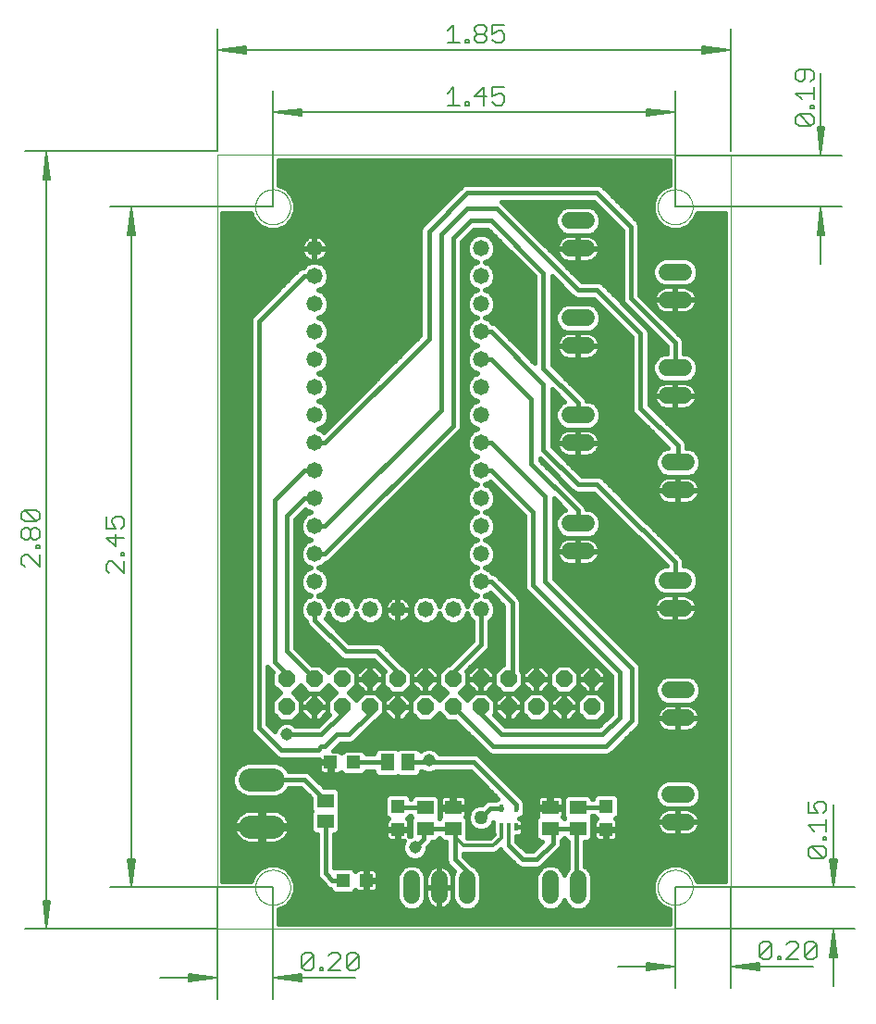
<source format=gtl>
G75*
%MOIN*%
%OFA0B0*%
%FSLAX25Y25*%
%IPPOS*%
%LPD*%
%AMOC8*
5,1,8,0,0,1.08239X$1,22.5*
%
%ADD10C,0.00000*%
%ADD11C,0.00512*%
%ADD12C,0.00600*%
%ADD13R,0.01575X0.02756*%
%ADD14C,0.06000*%
%ADD15OC8,0.06000*%
%ADD16R,0.04724X0.04724*%
%ADD17R,0.05906X0.05118*%
%ADD18R,0.05118X0.05906*%
%ADD19C,0.05800*%
%ADD20C,0.08268*%
%ADD21C,0.01800*%
%ADD22C,0.04500*%
%ADD23C,0.01600*%
%ADD24C,0.05000*%
%ADD25C,0.01200*%
D10*
X0074095Y0026433D02*
X0074095Y0305134D01*
X0259016Y0305134D01*
X0259016Y0026433D01*
X0074095Y0026433D01*
X0087796Y0041433D02*
X0087798Y0041591D01*
X0087804Y0041749D01*
X0087814Y0041907D01*
X0087828Y0042065D01*
X0087846Y0042222D01*
X0087867Y0042379D01*
X0087893Y0042535D01*
X0087923Y0042691D01*
X0087956Y0042846D01*
X0087994Y0042999D01*
X0088035Y0043152D01*
X0088080Y0043304D01*
X0088129Y0043455D01*
X0088182Y0043604D01*
X0088238Y0043752D01*
X0088298Y0043898D01*
X0088362Y0044043D01*
X0088430Y0044186D01*
X0088501Y0044328D01*
X0088575Y0044468D01*
X0088653Y0044605D01*
X0088735Y0044741D01*
X0088819Y0044875D01*
X0088908Y0045006D01*
X0088999Y0045135D01*
X0089094Y0045262D01*
X0089191Y0045387D01*
X0089292Y0045509D01*
X0089396Y0045628D01*
X0089503Y0045745D01*
X0089613Y0045859D01*
X0089726Y0045970D01*
X0089841Y0046079D01*
X0089959Y0046184D01*
X0090080Y0046286D01*
X0090203Y0046386D01*
X0090329Y0046482D01*
X0090457Y0046575D01*
X0090587Y0046665D01*
X0090720Y0046751D01*
X0090855Y0046835D01*
X0090991Y0046914D01*
X0091130Y0046991D01*
X0091271Y0047063D01*
X0091413Y0047133D01*
X0091557Y0047198D01*
X0091703Y0047260D01*
X0091850Y0047318D01*
X0091999Y0047373D01*
X0092149Y0047424D01*
X0092300Y0047471D01*
X0092452Y0047514D01*
X0092605Y0047553D01*
X0092760Y0047589D01*
X0092915Y0047620D01*
X0093071Y0047648D01*
X0093227Y0047672D01*
X0093384Y0047692D01*
X0093542Y0047708D01*
X0093699Y0047720D01*
X0093858Y0047728D01*
X0094016Y0047732D01*
X0094174Y0047732D01*
X0094332Y0047728D01*
X0094491Y0047720D01*
X0094648Y0047708D01*
X0094806Y0047692D01*
X0094963Y0047672D01*
X0095119Y0047648D01*
X0095275Y0047620D01*
X0095430Y0047589D01*
X0095585Y0047553D01*
X0095738Y0047514D01*
X0095890Y0047471D01*
X0096041Y0047424D01*
X0096191Y0047373D01*
X0096340Y0047318D01*
X0096487Y0047260D01*
X0096633Y0047198D01*
X0096777Y0047133D01*
X0096919Y0047063D01*
X0097060Y0046991D01*
X0097199Y0046914D01*
X0097335Y0046835D01*
X0097470Y0046751D01*
X0097603Y0046665D01*
X0097733Y0046575D01*
X0097861Y0046482D01*
X0097987Y0046386D01*
X0098110Y0046286D01*
X0098231Y0046184D01*
X0098349Y0046079D01*
X0098464Y0045970D01*
X0098577Y0045859D01*
X0098687Y0045745D01*
X0098794Y0045628D01*
X0098898Y0045509D01*
X0098999Y0045387D01*
X0099096Y0045262D01*
X0099191Y0045135D01*
X0099282Y0045006D01*
X0099371Y0044875D01*
X0099455Y0044741D01*
X0099537Y0044605D01*
X0099615Y0044468D01*
X0099689Y0044328D01*
X0099760Y0044186D01*
X0099828Y0044043D01*
X0099892Y0043898D01*
X0099952Y0043752D01*
X0100008Y0043604D01*
X0100061Y0043455D01*
X0100110Y0043304D01*
X0100155Y0043152D01*
X0100196Y0042999D01*
X0100234Y0042846D01*
X0100267Y0042691D01*
X0100297Y0042535D01*
X0100323Y0042379D01*
X0100344Y0042222D01*
X0100362Y0042065D01*
X0100376Y0041907D01*
X0100386Y0041749D01*
X0100392Y0041591D01*
X0100394Y0041433D01*
X0100392Y0041275D01*
X0100386Y0041117D01*
X0100376Y0040959D01*
X0100362Y0040801D01*
X0100344Y0040644D01*
X0100323Y0040487D01*
X0100297Y0040331D01*
X0100267Y0040175D01*
X0100234Y0040020D01*
X0100196Y0039867D01*
X0100155Y0039714D01*
X0100110Y0039562D01*
X0100061Y0039411D01*
X0100008Y0039262D01*
X0099952Y0039114D01*
X0099892Y0038968D01*
X0099828Y0038823D01*
X0099760Y0038680D01*
X0099689Y0038538D01*
X0099615Y0038398D01*
X0099537Y0038261D01*
X0099455Y0038125D01*
X0099371Y0037991D01*
X0099282Y0037860D01*
X0099191Y0037731D01*
X0099096Y0037604D01*
X0098999Y0037479D01*
X0098898Y0037357D01*
X0098794Y0037238D01*
X0098687Y0037121D01*
X0098577Y0037007D01*
X0098464Y0036896D01*
X0098349Y0036787D01*
X0098231Y0036682D01*
X0098110Y0036580D01*
X0097987Y0036480D01*
X0097861Y0036384D01*
X0097733Y0036291D01*
X0097603Y0036201D01*
X0097470Y0036115D01*
X0097335Y0036031D01*
X0097199Y0035952D01*
X0097060Y0035875D01*
X0096919Y0035803D01*
X0096777Y0035733D01*
X0096633Y0035668D01*
X0096487Y0035606D01*
X0096340Y0035548D01*
X0096191Y0035493D01*
X0096041Y0035442D01*
X0095890Y0035395D01*
X0095738Y0035352D01*
X0095585Y0035313D01*
X0095430Y0035277D01*
X0095275Y0035246D01*
X0095119Y0035218D01*
X0094963Y0035194D01*
X0094806Y0035174D01*
X0094648Y0035158D01*
X0094491Y0035146D01*
X0094332Y0035138D01*
X0094174Y0035134D01*
X0094016Y0035134D01*
X0093858Y0035138D01*
X0093699Y0035146D01*
X0093542Y0035158D01*
X0093384Y0035174D01*
X0093227Y0035194D01*
X0093071Y0035218D01*
X0092915Y0035246D01*
X0092760Y0035277D01*
X0092605Y0035313D01*
X0092452Y0035352D01*
X0092300Y0035395D01*
X0092149Y0035442D01*
X0091999Y0035493D01*
X0091850Y0035548D01*
X0091703Y0035606D01*
X0091557Y0035668D01*
X0091413Y0035733D01*
X0091271Y0035803D01*
X0091130Y0035875D01*
X0090991Y0035952D01*
X0090855Y0036031D01*
X0090720Y0036115D01*
X0090587Y0036201D01*
X0090457Y0036291D01*
X0090329Y0036384D01*
X0090203Y0036480D01*
X0090080Y0036580D01*
X0089959Y0036682D01*
X0089841Y0036787D01*
X0089726Y0036896D01*
X0089613Y0037007D01*
X0089503Y0037121D01*
X0089396Y0037238D01*
X0089292Y0037357D01*
X0089191Y0037479D01*
X0089094Y0037604D01*
X0088999Y0037731D01*
X0088908Y0037860D01*
X0088819Y0037991D01*
X0088735Y0038125D01*
X0088653Y0038261D01*
X0088575Y0038398D01*
X0088501Y0038538D01*
X0088430Y0038680D01*
X0088362Y0038823D01*
X0088298Y0038968D01*
X0088238Y0039114D01*
X0088182Y0039262D01*
X0088129Y0039411D01*
X0088080Y0039562D01*
X0088035Y0039714D01*
X0087994Y0039867D01*
X0087956Y0040020D01*
X0087923Y0040175D01*
X0087893Y0040331D01*
X0087867Y0040487D01*
X0087846Y0040644D01*
X0087828Y0040801D01*
X0087814Y0040959D01*
X0087804Y0041117D01*
X0087798Y0041275D01*
X0087796Y0041433D01*
X0232796Y0041433D02*
X0232798Y0041591D01*
X0232804Y0041749D01*
X0232814Y0041907D01*
X0232828Y0042065D01*
X0232846Y0042222D01*
X0232867Y0042379D01*
X0232893Y0042535D01*
X0232923Y0042691D01*
X0232956Y0042846D01*
X0232994Y0042999D01*
X0233035Y0043152D01*
X0233080Y0043304D01*
X0233129Y0043455D01*
X0233182Y0043604D01*
X0233238Y0043752D01*
X0233298Y0043898D01*
X0233362Y0044043D01*
X0233430Y0044186D01*
X0233501Y0044328D01*
X0233575Y0044468D01*
X0233653Y0044605D01*
X0233735Y0044741D01*
X0233819Y0044875D01*
X0233908Y0045006D01*
X0233999Y0045135D01*
X0234094Y0045262D01*
X0234191Y0045387D01*
X0234292Y0045509D01*
X0234396Y0045628D01*
X0234503Y0045745D01*
X0234613Y0045859D01*
X0234726Y0045970D01*
X0234841Y0046079D01*
X0234959Y0046184D01*
X0235080Y0046286D01*
X0235203Y0046386D01*
X0235329Y0046482D01*
X0235457Y0046575D01*
X0235587Y0046665D01*
X0235720Y0046751D01*
X0235855Y0046835D01*
X0235991Y0046914D01*
X0236130Y0046991D01*
X0236271Y0047063D01*
X0236413Y0047133D01*
X0236557Y0047198D01*
X0236703Y0047260D01*
X0236850Y0047318D01*
X0236999Y0047373D01*
X0237149Y0047424D01*
X0237300Y0047471D01*
X0237452Y0047514D01*
X0237605Y0047553D01*
X0237760Y0047589D01*
X0237915Y0047620D01*
X0238071Y0047648D01*
X0238227Y0047672D01*
X0238384Y0047692D01*
X0238542Y0047708D01*
X0238699Y0047720D01*
X0238858Y0047728D01*
X0239016Y0047732D01*
X0239174Y0047732D01*
X0239332Y0047728D01*
X0239491Y0047720D01*
X0239648Y0047708D01*
X0239806Y0047692D01*
X0239963Y0047672D01*
X0240119Y0047648D01*
X0240275Y0047620D01*
X0240430Y0047589D01*
X0240585Y0047553D01*
X0240738Y0047514D01*
X0240890Y0047471D01*
X0241041Y0047424D01*
X0241191Y0047373D01*
X0241340Y0047318D01*
X0241487Y0047260D01*
X0241633Y0047198D01*
X0241777Y0047133D01*
X0241919Y0047063D01*
X0242060Y0046991D01*
X0242199Y0046914D01*
X0242335Y0046835D01*
X0242470Y0046751D01*
X0242603Y0046665D01*
X0242733Y0046575D01*
X0242861Y0046482D01*
X0242987Y0046386D01*
X0243110Y0046286D01*
X0243231Y0046184D01*
X0243349Y0046079D01*
X0243464Y0045970D01*
X0243577Y0045859D01*
X0243687Y0045745D01*
X0243794Y0045628D01*
X0243898Y0045509D01*
X0243999Y0045387D01*
X0244096Y0045262D01*
X0244191Y0045135D01*
X0244282Y0045006D01*
X0244371Y0044875D01*
X0244455Y0044741D01*
X0244537Y0044605D01*
X0244615Y0044468D01*
X0244689Y0044328D01*
X0244760Y0044186D01*
X0244828Y0044043D01*
X0244892Y0043898D01*
X0244952Y0043752D01*
X0245008Y0043604D01*
X0245061Y0043455D01*
X0245110Y0043304D01*
X0245155Y0043152D01*
X0245196Y0042999D01*
X0245234Y0042846D01*
X0245267Y0042691D01*
X0245297Y0042535D01*
X0245323Y0042379D01*
X0245344Y0042222D01*
X0245362Y0042065D01*
X0245376Y0041907D01*
X0245386Y0041749D01*
X0245392Y0041591D01*
X0245394Y0041433D01*
X0245392Y0041275D01*
X0245386Y0041117D01*
X0245376Y0040959D01*
X0245362Y0040801D01*
X0245344Y0040644D01*
X0245323Y0040487D01*
X0245297Y0040331D01*
X0245267Y0040175D01*
X0245234Y0040020D01*
X0245196Y0039867D01*
X0245155Y0039714D01*
X0245110Y0039562D01*
X0245061Y0039411D01*
X0245008Y0039262D01*
X0244952Y0039114D01*
X0244892Y0038968D01*
X0244828Y0038823D01*
X0244760Y0038680D01*
X0244689Y0038538D01*
X0244615Y0038398D01*
X0244537Y0038261D01*
X0244455Y0038125D01*
X0244371Y0037991D01*
X0244282Y0037860D01*
X0244191Y0037731D01*
X0244096Y0037604D01*
X0243999Y0037479D01*
X0243898Y0037357D01*
X0243794Y0037238D01*
X0243687Y0037121D01*
X0243577Y0037007D01*
X0243464Y0036896D01*
X0243349Y0036787D01*
X0243231Y0036682D01*
X0243110Y0036580D01*
X0242987Y0036480D01*
X0242861Y0036384D01*
X0242733Y0036291D01*
X0242603Y0036201D01*
X0242470Y0036115D01*
X0242335Y0036031D01*
X0242199Y0035952D01*
X0242060Y0035875D01*
X0241919Y0035803D01*
X0241777Y0035733D01*
X0241633Y0035668D01*
X0241487Y0035606D01*
X0241340Y0035548D01*
X0241191Y0035493D01*
X0241041Y0035442D01*
X0240890Y0035395D01*
X0240738Y0035352D01*
X0240585Y0035313D01*
X0240430Y0035277D01*
X0240275Y0035246D01*
X0240119Y0035218D01*
X0239963Y0035194D01*
X0239806Y0035174D01*
X0239648Y0035158D01*
X0239491Y0035146D01*
X0239332Y0035138D01*
X0239174Y0035134D01*
X0239016Y0035134D01*
X0238858Y0035138D01*
X0238699Y0035146D01*
X0238542Y0035158D01*
X0238384Y0035174D01*
X0238227Y0035194D01*
X0238071Y0035218D01*
X0237915Y0035246D01*
X0237760Y0035277D01*
X0237605Y0035313D01*
X0237452Y0035352D01*
X0237300Y0035395D01*
X0237149Y0035442D01*
X0236999Y0035493D01*
X0236850Y0035548D01*
X0236703Y0035606D01*
X0236557Y0035668D01*
X0236413Y0035733D01*
X0236271Y0035803D01*
X0236130Y0035875D01*
X0235991Y0035952D01*
X0235855Y0036031D01*
X0235720Y0036115D01*
X0235587Y0036201D01*
X0235457Y0036291D01*
X0235329Y0036384D01*
X0235203Y0036480D01*
X0235080Y0036580D01*
X0234959Y0036682D01*
X0234841Y0036787D01*
X0234726Y0036896D01*
X0234613Y0037007D01*
X0234503Y0037121D01*
X0234396Y0037238D01*
X0234292Y0037357D01*
X0234191Y0037479D01*
X0234094Y0037604D01*
X0233999Y0037731D01*
X0233908Y0037860D01*
X0233819Y0037991D01*
X0233735Y0038125D01*
X0233653Y0038261D01*
X0233575Y0038398D01*
X0233501Y0038538D01*
X0233430Y0038680D01*
X0233362Y0038823D01*
X0233298Y0038968D01*
X0233238Y0039114D01*
X0233182Y0039262D01*
X0233129Y0039411D01*
X0233080Y0039562D01*
X0233035Y0039714D01*
X0232994Y0039867D01*
X0232956Y0040020D01*
X0232923Y0040175D01*
X0232893Y0040331D01*
X0232867Y0040487D01*
X0232846Y0040644D01*
X0232828Y0040801D01*
X0232814Y0040959D01*
X0232804Y0041117D01*
X0232798Y0041275D01*
X0232796Y0041433D01*
X0232796Y0286433D02*
X0232798Y0286591D01*
X0232804Y0286749D01*
X0232814Y0286907D01*
X0232828Y0287065D01*
X0232846Y0287222D01*
X0232867Y0287379D01*
X0232893Y0287535D01*
X0232923Y0287691D01*
X0232956Y0287846D01*
X0232994Y0287999D01*
X0233035Y0288152D01*
X0233080Y0288304D01*
X0233129Y0288455D01*
X0233182Y0288604D01*
X0233238Y0288752D01*
X0233298Y0288898D01*
X0233362Y0289043D01*
X0233430Y0289186D01*
X0233501Y0289328D01*
X0233575Y0289468D01*
X0233653Y0289605D01*
X0233735Y0289741D01*
X0233819Y0289875D01*
X0233908Y0290006D01*
X0233999Y0290135D01*
X0234094Y0290262D01*
X0234191Y0290387D01*
X0234292Y0290509D01*
X0234396Y0290628D01*
X0234503Y0290745D01*
X0234613Y0290859D01*
X0234726Y0290970D01*
X0234841Y0291079D01*
X0234959Y0291184D01*
X0235080Y0291286D01*
X0235203Y0291386D01*
X0235329Y0291482D01*
X0235457Y0291575D01*
X0235587Y0291665D01*
X0235720Y0291751D01*
X0235855Y0291835D01*
X0235991Y0291914D01*
X0236130Y0291991D01*
X0236271Y0292063D01*
X0236413Y0292133D01*
X0236557Y0292198D01*
X0236703Y0292260D01*
X0236850Y0292318D01*
X0236999Y0292373D01*
X0237149Y0292424D01*
X0237300Y0292471D01*
X0237452Y0292514D01*
X0237605Y0292553D01*
X0237760Y0292589D01*
X0237915Y0292620D01*
X0238071Y0292648D01*
X0238227Y0292672D01*
X0238384Y0292692D01*
X0238542Y0292708D01*
X0238699Y0292720D01*
X0238858Y0292728D01*
X0239016Y0292732D01*
X0239174Y0292732D01*
X0239332Y0292728D01*
X0239491Y0292720D01*
X0239648Y0292708D01*
X0239806Y0292692D01*
X0239963Y0292672D01*
X0240119Y0292648D01*
X0240275Y0292620D01*
X0240430Y0292589D01*
X0240585Y0292553D01*
X0240738Y0292514D01*
X0240890Y0292471D01*
X0241041Y0292424D01*
X0241191Y0292373D01*
X0241340Y0292318D01*
X0241487Y0292260D01*
X0241633Y0292198D01*
X0241777Y0292133D01*
X0241919Y0292063D01*
X0242060Y0291991D01*
X0242199Y0291914D01*
X0242335Y0291835D01*
X0242470Y0291751D01*
X0242603Y0291665D01*
X0242733Y0291575D01*
X0242861Y0291482D01*
X0242987Y0291386D01*
X0243110Y0291286D01*
X0243231Y0291184D01*
X0243349Y0291079D01*
X0243464Y0290970D01*
X0243577Y0290859D01*
X0243687Y0290745D01*
X0243794Y0290628D01*
X0243898Y0290509D01*
X0243999Y0290387D01*
X0244096Y0290262D01*
X0244191Y0290135D01*
X0244282Y0290006D01*
X0244371Y0289875D01*
X0244455Y0289741D01*
X0244537Y0289605D01*
X0244615Y0289468D01*
X0244689Y0289328D01*
X0244760Y0289186D01*
X0244828Y0289043D01*
X0244892Y0288898D01*
X0244952Y0288752D01*
X0245008Y0288604D01*
X0245061Y0288455D01*
X0245110Y0288304D01*
X0245155Y0288152D01*
X0245196Y0287999D01*
X0245234Y0287846D01*
X0245267Y0287691D01*
X0245297Y0287535D01*
X0245323Y0287379D01*
X0245344Y0287222D01*
X0245362Y0287065D01*
X0245376Y0286907D01*
X0245386Y0286749D01*
X0245392Y0286591D01*
X0245394Y0286433D01*
X0245392Y0286275D01*
X0245386Y0286117D01*
X0245376Y0285959D01*
X0245362Y0285801D01*
X0245344Y0285644D01*
X0245323Y0285487D01*
X0245297Y0285331D01*
X0245267Y0285175D01*
X0245234Y0285020D01*
X0245196Y0284867D01*
X0245155Y0284714D01*
X0245110Y0284562D01*
X0245061Y0284411D01*
X0245008Y0284262D01*
X0244952Y0284114D01*
X0244892Y0283968D01*
X0244828Y0283823D01*
X0244760Y0283680D01*
X0244689Y0283538D01*
X0244615Y0283398D01*
X0244537Y0283261D01*
X0244455Y0283125D01*
X0244371Y0282991D01*
X0244282Y0282860D01*
X0244191Y0282731D01*
X0244096Y0282604D01*
X0243999Y0282479D01*
X0243898Y0282357D01*
X0243794Y0282238D01*
X0243687Y0282121D01*
X0243577Y0282007D01*
X0243464Y0281896D01*
X0243349Y0281787D01*
X0243231Y0281682D01*
X0243110Y0281580D01*
X0242987Y0281480D01*
X0242861Y0281384D01*
X0242733Y0281291D01*
X0242603Y0281201D01*
X0242470Y0281115D01*
X0242335Y0281031D01*
X0242199Y0280952D01*
X0242060Y0280875D01*
X0241919Y0280803D01*
X0241777Y0280733D01*
X0241633Y0280668D01*
X0241487Y0280606D01*
X0241340Y0280548D01*
X0241191Y0280493D01*
X0241041Y0280442D01*
X0240890Y0280395D01*
X0240738Y0280352D01*
X0240585Y0280313D01*
X0240430Y0280277D01*
X0240275Y0280246D01*
X0240119Y0280218D01*
X0239963Y0280194D01*
X0239806Y0280174D01*
X0239648Y0280158D01*
X0239491Y0280146D01*
X0239332Y0280138D01*
X0239174Y0280134D01*
X0239016Y0280134D01*
X0238858Y0280138D01*
X0238699Y0280146D01*
X0238542Y0280158D01*
X0238384Y0280174D01*
X0238227Y0280194D01*
X0238071Y0280218D01*
X0237915Y0280246D01*
X0237760Y0280277D01*
X0237605Y0280313D01*
X0237452Y0280352D01*
X0237300Y0280395D01*
X0237149Y0280442D01*
X0236999Y0280493D01*
X0236850Y0280548D01*
X0236703Y0280606D01*
X0236557Y0280668D01*
X0236413Y0280733D01*
X0236271Y0280803D01*
X0236130Y0280875D01*
X0235991Y0280952D01*
X0235855Y0281031D01*
X0235720Y0281115D01*
X0235587Y0281201D01*
X0235457Y0281291D01*
X0235329Y0281384D01*
X0235203Y0281480D01*
X0235080Y0281580D01*
X0234959Y0281682D01*
X0234841Y0281787D01*
X0234726Y0281896D01*
X0234613Y0282007D01*
X0234503Y0282121D01*
X0234396Y0282238D01*
X0234292Y0282357D01*
X0234191Y0282479D01*
X0234094Y0282604D01*
X0233999Y0282731D01*
X0233908Y0282860D01*
X0233819Y0282991D01*
X0233735Y0283125D01*
X0233653Y0283261D01*
X0233575Y0283398D01*
X0233501Y0283538D01*
X0233430Y0283680D01*
X0233362Y0283823D01*
X0233298Y0283968D01*
X0233238Y0284114D01*
X0233182Y0284262D01*
X0233129Y0284411D01*
X0233080Y0284562D01*
X0233035Y0284714D01*
X0232994Y0284867D01*
X0232956Y0285020D01*
X0232923Y0285175D01*
X0232893Y0285331D01*
X0232867Y0285487D01*
X0232846Y0285644D01*
X0232828Y0285801D01*
X0232814Y0285959D01*
X0232804Y0286117D01*
X0232798Y0286275D01*
X0232796Y0286433D01*
X0087796Y0286433D02*
X0087798Y0286591D01*
X0087804Y0286749D01*
X0087814Y0286907D01*
X0087828Y0287065D01*
X0087846Y0287222D01*
X0087867Y0287379D01*
X0087893Y0287535D01*
X0087923Y0287691D01*
X0087956Y0287846D01*
X0087994Y0287999D01*
X0088035Y0288152D01*
X0088080Y0288304D01*
X0088129Y0288455D01*
X0088182Y0288604D01*
X0088238Y0288752D01*
X0088298Y0288898D01*
X0088362Y0289043D01*
X0088430Y0289186D01*
X0088501Y0289328D01*
X0088575Y0289468D01*
X0088653Y0289605D01*
X0088735Y0289741D01*
X0088819Y0289875D01*
X0088908Y0290006D01*
X0088999Y0290135D01*
X0089094Y0290262D01*
X0089191Y0290387D01*
X0089292Y0290509D01*
X0089396Y0290628D01*
X0089503Y0290745D01*
X0089613Y0290859D01*
X0089726Y0290970D01*
X0089841Y0291079D01*
X0089959Y0291184D01*
X0090080Y0291286D01*
X0090203Y0291386D01*
X0090329Y0291482D01*
X0090457Y0291575D01*
X0090587Y0291665D01*
X0090720Y0291751D01*
X0090855Y0291835D01*
X0090991Y0291914D01*
X0091130Y0291991D01*
X0091271Y0292063D01*
X0091413Y0292133D01*
X0091557Y0292198D01*
X0091703Y0292260D01*
X0091850Y0292318D01*
X0091999Y0292373D01*
X0092149Y0292424D01*
X0092300Y0292471D01*
X0092452Y0292514D01*
X0092605Y0292553D01*
X0092760Y0292589D01*
X0092915Y0292620D01*
X0093071Y0292648D01*
X0093227Y0292672D01*
X0093384Y0292692D01*
X0093542Y0292708D01*
X0093699Y0292720D01*
X0093858Y0292728D01*
X0094016Y0292732D01*
X0094174Y0292732D01*
X0094332Y0292728D01*
X0094491Y0292720D01*
X0094648Y0292708D01*
X0094806Y0292692D01*
X0094963Y0292672D01*
X0095119Y0292648D01*
X0095275Y0292620D01*
X0095430Y0292589D01*
X0095585Y0292553D01*
X0095738Y0292514D01*
X0095890Y0292471D01*
X0096041Y0292424D01*
X0096191Y0292373D01*
X0096340Y0292318D01*
X0096487Y0292260D01*
X0096633Y0292198D01*
X0096777Y0292133D01*
X0096919Y0292063D01*
X0097060Y0291991D01*
X0097199Y0291914D01*
X0097335Y0291835D01*
X0097470Y0291751D01*
X0097603Y0291665D01*
X0097733Y0291575D01*
X0097861Y0291482D01*
X0097987Y0291386D01*
X0098110Y0291286D01*
X0098231Y0291184D01*
X0098349Y0291079D01*
X0098464Y0290970D01*
X0098577Y0290859D01*
X0098687Y0290745D01*
X0098794Y0290628D01*
X0098898Y0290509D01*
X0098999Y0290387D01*
X0099096Y0290262D01*
X0099191Y0290135D01*
X0099282Y0290006D01*
X0099371Y0289875D01*
X0099455Y0289741D01*
X0099537Y0289605D01*
X0099615Y0289468D01*
X0099689Y0289328D01*
X0099760Y0289186D01*
X0099828Y0289043D01*
X0099892Y0288898D01*
X0099952Y0288752D01*
X0100008Y0288604D01*
X0100061Y0288455D01*
X0100110Y0288304D01*
X0100155Y0288152D01*
X0100196Y0287999D01*
X0100234Y0287846D01*
X0100267Y0287691D01*
X0100297Y0287535D01*
X0100323Y0287379D01*
X0100344Y0287222D01*
X0100362Y0287065D01*
X0100376Y0286907D01*
X0100386Y0286749D01*
X0100392Y0286591D01*
X0100394Y0286433D01*
X0100392Y0286275D01*
X0100386Y0286117D01*
X0100376Y0285959D01*
X0100362Y0285801D01*
X0100344Y0285644D01*
X0100323Y0285487D01*
X0100297Y0285331D01*
X0100267Y0285175D01*
X0100234Y0285020D01*
X0100196Y0284867D01*
X0100155Y0284714D01*
X0100110Y0284562D01*
X0100061Y0284411D01*
X0100008Y0284262D01*
X0099952Y0284114D01*
X0099892Y0283968D01*
X0099828Y0283823D01*
X0099760Y0283680D01*
X0099689Y0283538D01*
X0099615Y0283398D01*
X0099537Y0283261D01*
X0099455Y0283125D01*
X0099371Y0282991D01*
X0099282Y0282860D01*
X0099191Y0282731D01*
X0099096Y0282604D01*
X0098999Y0282479D01*
X0098898Y0282357D01*
X0098794Y0282238D01*
X0098687Y0282121D01*
X0098577Y0282007D01*
X0098464Y0281896D01*
X0098349Y0281787D01*
X0098231Y0281682D01*
X0098110Y0281580D01*
X0097987Y0281480D01*
X0097861Y0281384D01*
X0097733Y0281291D01*
X0097603Y0281201D01*
X0097470Y0281115D01*
X0097335Y0281031D01*
X0097199Y0280952D01*
X0097060Y0280875D01*
X0096919Y0280803D01*
X0096777Y0280733D01*
X0096633Y0280668D01*
X0096487Y0280606D01*
X0096340Y0280548D01*
X0096191Y0280493D01*
X0096041Y0280442D01*
X0095890Y0280395D01*
X0095738Y0280352D01*
X0095585Y0280313D01*
X0095430Y0280277D01*
X0095275Y0280246D01*
X0095119Y0280218D01*
X0094963Y0280194D01*
X0094806Y0280174D01*
X0094648Y0280158D01*
X0094491Y0280146D01*
X0094332Y0280138D01*
X0094174Y0280134D01*
X0094016Y0280134D01*
X0093858Y0280138D01*
X0093699Y0280146D01*
X0093542Y0280158D01*
X0093384Y0280174D01*
X0093227Y0280194D01*
X0093071Y0280218D01*
X0092915Y0280246D01*
X0092760Y0280277D01*
X0092605Y0280313D01*
X0092452Y0280352D01*
X0092300Y0280395D01*
X0092149Y0280442D01*
X0091999Y0280493D01*
X0091850Y0280548D01*
X0091703Y0280606D01*
X0091557Y0280668D01*
X0091413Y0280733D01*
X0091271Y0280803D01*
X0091130Y0280875D01*
X0090991Y0280952D01*
X0090855Y0281031D01*
X0090720Y0281115D01*
X0090587Y0281201D01*
X0090457Y0281291D01*
X0090329Y0281384D01*
X0090203Y0281480D01*
X0090080Y0281580D01*
X0089959Y0281682D01*
X0089841Y0281787D01*
X0089726Y0281896D01*
X0089613Y0282007D01*
X0089503Y0282121D01*
X0089396Y0282238D01*
X0089292Y0282357D01*
X0089191Y0282479D01*
X0089094Y0282604D01*
X0088999Y0282731D01*
X0088908Y0282860D01*
X0088819Y0282991D01*
X0088735Y0283125D01*
X0088653Y0283261D01*
X0088575Y0283398D01*
X0088501Y0283538D01*
X0088430Y0283680D01*
X0088362Y0283823D01*
X0088298Y0283968D01*
X0088238Y0284114D01*
X0088182Y0284262D01*
X0088129Y0284411D01*
X0088080Y0284562D01*
X0088035Y0284714D01*
X0087994Y0284867D01*
X0087956Y0285020D01*
X0087923Y0285175D01*
X0087893Y0285331D01*
X0087867Y0285487D01*
X0087846Y0285644D01*
X0087828Y0285801D01*
X0087814Y0285959D01*
X0087804Y0286117D01*
X0087798Y0286275D01*
X0087796Y0286433D01*
D11*
X0074095Y0026433D02*
X0004918Y0026433D01*
X0012595Y0026689D02*
X0011572Y0036669D01*
X0011338Y0036669D02*
X0013852Y0036669D01*
X0012595Y0026689D01*
X0013619Y0036669D01*
X0013107Y0036669D02*
X0012595Y0026689D01*
X0012083Y0036669D01*
X0011338Y0036669D02*
X0012595Y0026689D01*
X0012595Y0306177D01*
X0013619Y0296197D01*
X0013852Y0296197D02*
X0012595Y0306177D01*
X0011572Y0296197D01*
X0011338Y0296197D02*
X0013852Y0296197D01*
X0013107Y0296197D02*
X0012595Y0306177D01*
X0012083Y0296197D01*
X0011338Y0296197D02*
X0012595Y0306177D01*
X0004918Y0306433D02*
X0074095Y0306433D01*
X0074095Y0350610D01*
X0074351Y0342933D02*
X0084331Y0341909D01*
X0084331Y0341676D02*
X0074351Y0342933D01*
X0084331Y0343957D01*
X0084331Y0344190D02*
X0084331Y0341676D01*
X0084331Y0342421D02*
X0074351Y0342933D01*
X0084331Y0343445D01*
X0084331Y0344190D02*
X0074351Y0342933D01*
X0258839Y0342933D01*
X0248859Y0341909D01*
X0248859Y0341676D02*
X0258839Y0342933D01*
X0248859Y0343957D01*
X0248859Y0344190D02*
X0248859Y0341676D01*
X0248859Y0342421D02*
X0258839Y0342933D01*
X0248859Y0343445D01*
X0248859Y0344190D02*
X0258839Y0342933D01*
X0259095Y0350610D02*
X0259095Y0306433D01*
X0239095Y0304933D02*
X0299272Y0304933D01*
X0291595Y0305189D02*
X0292619Y0315169D01*
X0292852Y0315169D02*
X0290338Y0315169D01*
X0291595Y0305189D01*
X0290572Y0315169D01*
X0291083Y0315169D02*
X0291595Y0305189D01*
X0292107Y0315169D01*
X0292852Y0315169D02*
X0291595Y0305189D01*
X0291595Y0334673D01*
X0291595Y0286177D02*
X0292619Y0276197D01*
X0292852Y0276197D02*
X0290338Y0276197D01*
X0291595Y0286177D01*
X0290572Y0276197D01*
X0291083Y0276197D02*
X0291595Y0286177D01*
X0292107Y0276197D01*
X0292852Y0276197D02*
X0291595Y0286177D01*
X0291595Y0265961D01*
X0299272Y0286433D02*
X0239095Y0286433D01*
X0239095Y0328110D01*
X0238839Y0320433D02*
X0228859Y0319409D01*
X0228859Y0319176D02*
X0238839Y0320433D01*
X0228859Y0321457D01*
X0228859Y0321690D02*
X0228859Y0319176D01*
X0228859Y0319921D02*
X0238839Y0320433D01*
X0228859Y0320945D01*
X0228859Y0321690D02*
X0238839Y0320433D01*
X0094351Y0320433D01*
X0104331Y0319409D01*
X0104331Y0319176D02*
X0094351Y0320433D01*
X0104331Y0321457D01*
X0104331Y0321690D02*
X0104331Y0319176D01*
X0104331Y0319921D02*
X0094351Y0320433D01*
X0104331Y0320945D01*
X0104331Y0321690D02*
X0094351Y0320433D01*
X0094095Y0328110D02*
X0094095Y0286433D01*
X0035418Y0286433D01*
X0043095Y0286177D02*
X0042072Y0276197D01*
X0041838Y0276197D02*
X0044352Y0276197D01*
X0043095Y0286177D01*
X0044119Y0276197D01*
X0043607Y0276197D02*
X0043095Y0286177D01*
X0042583Y0276197D01*
X0041838Y0276197D02*
X0043095Y0286177D01*
X0043095Y0041689D01*
X0044119Y0051669D01*
X0044352Y0051669D02*
X0043095Y0041689D01*
X0042072Y0051669D01*
X0041838Y0051669D02*
X0044352Y0051669D01*
X0043607Y0051669D02*
X0043095Y0041689D01*
X0042583Y0051669D01*
X0041838Y0051669D02*
X0043095Y0041689D01*
X0035418Y0041433D02*
X0094095Y0041433D01*
X0094095Y0001256D01*
X0094351Y0008933D02*
X0104331Y0007909D01*
X0104331Y0007676D02*
X0094351Y0008933D01*
X0104331Y0009957D01*
X0104331Y0010190D02*
X0104331Y0007676D01*
X0104331Y0008421D02*
X0094351Y0008933D01*
X0104331Y0009445D01*
X0104331Y0010190D02*
X0094351Y0008933D01*
X0123835Y0008933D01*
X0073839Y0008933D02*
X0063859Y0007909D01*
X0063859Y0007676D02*
X0073839Y0008933D01*
X0063859Y0009957D01*
X0063859Y0010190D02*
X0063859Y0007676D01*
X0063859Y0008421D02*
X0073839Y0008933D01*
X0063859Y0009445D01*
X0063859Y0010190D02*
X0073839Y0008933D01*
X0053623Y0008933D01*
X0074095Y0001256D02*
X0074095Y0041433D01*
X0218623Y0012933D02*
X0238839Y0012933D01*
X0228859Y0011909D01*
X0228859Y0011676D02*
X0238839Y0012933D01*
X0228859Y0013957D01*
X0228859Y0014190D02*
X0228859Y0011676D01*
X0228859Y0012421D02*
X0238839Y0012933D01*
X0228859Y0013445D01*
X0228859Y0014190D02*
X0238839Y0012933D01*
X0239095Y0005256D02*
X0239095Y0041433D01*
X0303772Y0041433D01*
X0296095Y0041689D02*
X0297119Y0051669D01*
X0297352Y0051669D02*
X0296095Y0041689D01*
X0295072Y0051669D01*
X0294838Y0051669D02*
X0297352Y0051669D01*
X0296607Y0051669D02*
X0296095Y0041689D01*
X0295583Y0051669D01*
X0294838Y0051669D02*
X0296095Y0041689D01*
X0296095Y0071173D01*
X0296095Y0026177D02*
X0297119Y0016197D01*
X0297352Y0016197D02*
X0296095Y0026177D01*
X0295072Y0016197D01*
X0294838Y0016197D02*
X0297352Y0016197D01*
X0296607Y0016197D02*
X0296095Y0026177D01*
X0295583Y0016197D01*
X0294838Y0016197D02*
X0296095Y0026177D01*
X0296095Y0005961D01*
X0288835Y0012933D02*
X0259351Y0012933D01*
X0269331Y0011909D01*
X0269331Y0011676D02*
X0259351Y0012933D01*
X0269331Y0013957D01*
X0269331Y0014190D02*
X0269331Y0011676D01*
X0269331Y0012421D02*
X0259351Y0012933D01*
X0269331Y0013445D01*
X0269331Y0014190D02*
X0259351Y0012933D01*
X0259095Y0005256D02*
X0259095Y0041433D01*
X0239095Y0026433D02*
X0303772Y0026433D01*
D12*
X0290015Y0020833D02*
X0290015Y0016562D01*
X0288948Y0015495D01*
X0286813Y0015495D01*
X0285745Y0016562D01*
X0290015Y0020833D01*
X0288948Y0021900D01*
X0286813Y0021900D01*
X0285745Y0020833D01*
X0285745Y0016562D01*
X0283570Y0015495D02*
X0279300Y0015495D01*
X0283570Y0019765D01*
X0283570Y0020833D01*
X0282502Y0021900D01*
X0280367Y0021900D01*
X0279300Y0020833D01*
X0277144Y0016562D02*
X0277144Y0015495D01*
X0276077Y0015495D01*
X0276077Y0016562D01*
X0277144Y0016562D01*
X0273902Y0016562D02*
X0273902Y0020833D01*
X0269631Y0016562D01*
X0270699Y0015495D01*
X0272834Y0015495D01*
X0273902Y0016562D01*
X0269631Y0016562D02*
X0269631Y0020833D01*
X0270699Y0021900D01*
X0272834Y0021900D01*
X0273902Y0020833D01*
X0288195Y0051969D02*
X0287128Y0053037D01*
X0287128Y0055172D01*
X0288195Y0056240D01*
X0292466Y0051969D01*
X0293533Y0053037D01*
X0293533Y0055172D01*
X0292466Y0056240D01*
X0288195Y0056240D01*
X0288195Y0051969D02*
X0292466Y0051969D01*
X0292466Y0058415D02*
X0292466Y0059482D01*
X0293533Y0059482D01*
X0293533Y0058415D01*
X0292466Y0058415D01*
X0293533Y0061638D02*
X0293533Y0065908D01*
X0293533Y0063773D02*
X0287128Y0063773D01*
X0289263Y0061638D01*
X0290331Y0068083D02*
X0289263Y0070218D01*
X0289263Y0071286D01*
X0290331Y0072353D01*
X0292466Y0072353D01*
X0293533Y0071286D01*
X0293533Y0069151D01*
X0292466Y0068083D01*
X0290331Y0068083D02*
X0287128Y0068083D01*
X0287128Y0072353D01*
X0125015Y0016833D02*
X0125015Y0012562D01*
X0123948Y0011495D01*
X0121813Y0011495D01*
X0120745Y0012562D01*
X0125015Y0016833D01*
X0123948Y0017900D01*
X0121813Y0017900D01*
X0120745Y0016833D01*
X0120745Y0012562D01*
X0118570Y0011495D02*
X0114300Y0011495D01*
X0118570Y0015765D01*
X0118570Y0016833D01*
X0117502Y0017900D01*
X0115367Y0017900D01*
X0114300Y0016833D01*
X0112144Y0012562D02*
X0112144Y0011495D01*
X0111077Y0011495D01*
X0111077Y0012562D01*
X0112144Y0012562D01*
X0108902Y0012562D02*
X0108902Y0016833D01*
X0104631Y0012562D01*
X0105699Y0011495D01*
X0107834Y0011495D01*
X0108902Y0012562D01*
X0104631Y0012562D02*
X0104631Y0016833D01*
X0105699Y0017900D01*
X0107834Y0017900D01*
X0108902Y0016833D01*
X0040533Y0154481D02*
X0036263Y0158752D01*
X0035195Y0158752D01*
X0034128Y0157684D01*
X0034128Y0155549D01*
X0035195Y0154481D01*
X0040533Y0154481D02*
X0040533Y0158752D01*
X0040533Y0160927D02*
X0039466Y0160927D01*
X0039466Y0161994D01*
X0040533Y0161994D01*
X0040533Y0160927D01*
X0037331Y0164150D02*
X0037331Y0168420D01*
X0037331Y0170595D02*
X0036263Y0172730D01*
X0036263Y0173798D01*
X0037331Y0174865D01*
X0039466Y0174865D01*
X0040533Y0173798D01*
X0040533Y0171663D01*
X0039466Y0170595D01*
X0037331Y0170595D02*
X0034128Y0170595D01*
X0034128Y0174865D01*
X0034128Y0167352D02*
X0037331Y0164150D01*
X0040533Y0167352D02*
X0034128Y0167352D01*
X0010033Y0167717D02*
X0008966Y0166650D01*
X0007898Y0166650D01*
X0006831Y0167717D01*
X0006831Y0169852D01*
X0007898Y0170920D01*
X0008966Y0170920D01*
X0010033Y0169852D01*
X0010033Y0167717D01*
X0006831Y0167717D02*
X0005763Y0166650D01*
X0004695Y0166650D01*
X0003628Y0167717D01*
X0003628Y0169852D01*
X0004695Y0170920D01*
X0005763Y0170920D01*
X0006831Y0169852D01*
X0008966Y0173095D02*
X0004695Y0173095D01*
X0003628Y0174163D01*
X0003628Y0176298D01*
X0004695Y0177365D01*
X0008966Y0173095D01*
X0010033Y0174163D01*
X0010033Y0176298D01*
X0008966Y0177365D01*
X0004695Y0177365D01*
X0008966Y0164494D02*
X0010033Y0164494D01*
X0010033Y0163427D01*
X0008966Y0163427D01*
X0008966Y0164494D01*
X0010033Y0161252D02*
X0010033Y0156981D01*
X0005763Y0161252D01*
X0004695Y0161252D01*
X0003628Y0160184D01*
X0003628Y0158049D01*
X0004695Y0156981D01*
X0157143Y0322995D02*
X0161414Y0322995D01*
X0159279Y0322995D02*
X0159279Y0329400D01*
X0157143Y0327265D01*
X0163589Y0324062D02*
X0163589Y0322995D01*
X0164657Y0322995D01*
X0164657Y0324062D01*
X0163589Y0324062D01*
X0166812Y0326198D02*
X0171082Y0326198D01*
X0173257Y0326198D02*
X0175392Y0327265D01*
X0176460Y0327265D01*
X0177528Y0326198D01*
X0177528Y0324062D01*
X0176460Y0322995D01*
X0174325Y0322995D01*
X0173257Y0324062D01*
X0173257Y0326198D02*
X0173257Y0329400D01*
X0177528Y0329400D01*
X0170014Y0329400D02*
X0170014Y0322995D01*
X0166812Y0326198D02*
X0170014Y0329400D01*
X0170014Y0345495D02*
X0167879Y0345495D01*
X0166812Y0346562D01*
X0166812Y0347630D01*
X0167879Y0348698D01*
X0170014Y0348698D01*
X0171082Y0347630D01*
X0171082Y0346562D01*
X0170014Y0345495D01*
X0170014Y0348698D02*
X0171082Y0349765D01*
X0171082Y0350833D01*
X0170014Y0351900D01*
X0167879Y0351900D01*
X0166812Y0350833D01*
X0166812Y0349765D01*
X0167879Y0348698D01*
X0173257Y0348698D02*
X0175392Y0349765D01*
X0176460Y0349765D01*
X0177528Y0348698D01*
X0177528Y0346562D01*
X0176460Y0345495D01*
X0174325Y0345495D01*
X0173257Y0346562D01*
X0173257Y0348698D02*
X0173257Y0351900D01*
X0177528Y0351900D01*
X0164657Y0346562D02*
X0164657Y0345495D01*
X0163589Y0345495D01*
X0163589Y0346562D01*
X0164657Y0346562D01*
X0161414Y0345495D02*
X0157143Y0345495D01*
X0159279Y0345495D02*
X0159279Y0351900D01*
X0157143Y0349765D01*
X0282628Y0334786D02*
X0282628Y0332651D01*
X0283695Y0331583D01*
X0284763Y0331583D01*
X0285831Y0332651D01*
X0285831Y0335853D01*
X0287966Y0335853D02*
X0283695Y0335853D01*
X0282628Y0334786D01*
X0287966Y0335853D02*
X0289033Y0334786D01*
X0289033Y0332651D01*
X0287966Y0331583D01*
X0289033Y0329408D02*
X0289033Y0325138D01*
X0289033Y0327273D02*
X0282628Y0327273D01*
X0284763Y0325138D01*
X0287966Y0322982D02*
X0289033Y0322982D01*
X0289033Y0321915D01*
X0287966Y0321915D01*
X0287966Y0322982D01*
X0287966Y0319740D02*
X0283695Y0319740D01*
X0287966Y0315469D01*
X0289033Y0316537D01*
X0289033Y0318672D01*
X0287966Y0319740D01*
X0283695Y0319740D02*
X0282628Y0318672D01*
X0282628Y0316537D01*
X0283695Y0315469D01*
X0287966Y0315469D01*
D13*
X0181654Y0069780D03*
X0176536Y0069780D03*
X0176536Y0063087D03*
X0179095Y0063087D03*
X0181654Y0063087D03*
D14*
X0194095Y0044433D02*
X0194095Y0038433D01*
X0204095Y0038433D02*
X0204095Y0044433D01*
X0237095Y0064933D02*
X0243095Y0064933D01*
X0243095Y0074933D02*
X0237095Y0074933D01*
X0237095Y0102433D02*
X0243095Y0102433D01*
X0243095Y0112433D02*
X0237095Y0112433D01*
X0236095Y0141933D02*
X0242095Y0141933D01*
X0242095Y0151933D02*
X0236095Y0151933D01*
X0237095Y0184433D02*
X0243095Y0184433D01*
X0243095Y0194433D02*
X0237095Y0194433D01*
X0236095Y0218433D02*
X0242095Y0218433D01*
X0242095Y0228433D02*
X0236095Y0228433D01*
X0236095Y0252933D02*
X0242095Y0252933D01*
X0242095Y0262933D02*
X0236095Y0262933D01*
X0207095Y0271433D02*
X0201095Y0271433D01*
X0201095Y0281433D02*
X0207095Y0281433D01*
X0207095Y0246433D02*
X0201095Y0246433D01*
X0201095Y0236433D02*
X0207095Y0236433D01*
X0207095Y0211433D02*
X0201095Y0211433D01*
X0201095Y0201433D02*
X0207095Y0201433D01*
X0207095Y0172433D02*
X0201095Y0172433D01*
X0201095Y0162433D02*
X0207095Y0162433D01*
X0164095Y0044433D02*
X0164095Y0038433D01*
X0154095Y0038433D02*
X0154095Y0044433D01*
X0144095Y0044433D02*
X0144095Y0038433D01*
D15*
X0139095Y0106433D03*
X0129095Y0106433D03*
X0119095Y0106433D03*
X0119095Y0116433D03*
X0129095Y0116433D03*
X0139095Y0116433D03*
X0149095Y0116433D03*
X0149095Y0106433D03*
X0159095Y0106433D03*
X0159095Y0116433D03*
X0169095Y0116433D03*
X0169095Y0106433D03*
X0179095Y0106433D03*
X0179095Y0116433D03*
X0189095Y0116433D03*
X0189095Y0106433D03*
X0199095Y0106433D03*
X0199095Y0116433D03*
X0209095Y0116433D03*
X0209095Y0106433D03*
X0109095Y0106433D03*
X0099095Y0106433D03*
X0099095Y0116433D03*
X0109095Y0116433D03*
D16*
X0114961Y0086433D03*
X0123229Y0086433D03*
X0139095Y0070567D03*
X0139095Y0062299D03*
X0127729Y0043933D03*
X0119461Y0043933D03*
X0214095Y0062299D03*
X0214095Y0070567D03*
D17*
X0204095Y0070173D03*
X0204095Y0062693D03*
X0194095Y0062693D03*
X0194095Y0070173D03*
X0159095Y0070173D03*
X0159095Y0062693D03*
X0149095Y0062693D03*
X0149095Y0070173D03*
X0113095Y0072673D03*
X0113095Y0065193D03*
D18*
X0135355Y0086433D03*
X0142835Y0086433D03*
D19*
X0139095Y0141433D03*
X0129095Y0141433D03*
X0119095Y0141433D03*
X0109095Y0141433D03*
X0109095Y0151433D03*
X0109095Y0161433D03*
X0109095Y0171433D03*
X0109095Y0181433D03*
X0109095Y0191433D03*
X0109095Y0201433D03*
X0109095Y0211433D03*
X0109095Y0221433D03*
X0109095Y0231433D03*
X0109095Y0241433D03*
X0109095Y0251433D03*
X0109095Y0261433D03*
X0109095Y0271433D03*
X0169095Y0271433D03*
X0169095Y0261433D03*
X0169095Y0251433D03*
X0169095Y0241433D03*
X0169095Y0231433D03*
X0169095Y0221433D03*
X0169095Y0211433D03*
X0169095Y0201433D03*
X0169095Y0191433D03*
X0169095Y0181433D03*
X0169095Y0171433D03*
X0169095Y0161433D03*
X0169095Y0151433D03*
X0169095Y0141433D03*
X0159095Y0141433D03*
X0149095Y0141433D03*
D20*
X0094229Y0080201D02*
X0085961Y0080201D01*
X0085961Y0063272D02*
X0094229Y0063272D01*
D21*
X0090095Y0080201D02*
X0105568Y0080201D01*
X0113095Y0072673D01*
X0113095Y0065193D02*
X0113095Y0046433D01*
X0115595Y0043933D01*
X0119461Y0043933D01*
X0139095Y0070183D02*
X0139095Y0070567D01*
X0139095Y0070183D02*
X0149095Y0070183D01*
X0149095Y0070173D01*
X0149095Y0062693D02*
X0148470Y0062058D01*
X0148470Y0058933D01*
X0145345Y0055808D01*
X0149095Y0062683D02*
X0149095Y0062693D01*
X0149095Y0062683D02*
X0159095Y0062683D01*
X0159095Y0062693D01*
X0159720Y0062058D01*
X0159720Y0059433D01*
X0159720Y0051433D01*
X0164095Y0047058D01*
X0164095Y0041433D01*
X0179095Y0056433D02*
X0184095Y0051433D01*
X0189095Y0051433D01*
X0195033Y0057371D01*
X0195033Y0061755D01*
X0194095Y0062693D01*
X0194095Y0062683D01*
X0204095Y0062683D01*
X0204095Y0062693D01*
X0203470Y0062058D01*
X0203470Y0042058D01*
X0204095Y0041433D01*
X0204095Y0070173D02*
X0204095Y0070183D01*
X0214095Y0070183D01*
X0214095Y0070567D01*
X0214095Y0092058D02*
X0173470Y0092058D01*
X0159095Y0106433D01*
X0159095Y0116433D02*
X0159095Y0118933D01*
X0169095Y0128933D01*
X0169095Y0141433D01*
X0169095Y0151433D02*
X0172845Y0151433D01*
X0180345Y0143933D01*
X0180345Y0117683D01*
X0179095Y0116433D01*
X0169095Y0106433D02*
X0169095Y0103933D01*
X0176595Y0096433D01*
X0212845Y0096433D01*
X0219095Y0102683D01*
X0219095Y0118933D01*
X0187845Y0150183D01*
X0187845Y0176433D01*
X0172845Y0191433D01*
X0169095Y0191433D01*
X0169095Y0201433D02*
X0172845Y0201433D01*
X0192220Y0182058D01*
X0192220Y0151433D01*
X0223470Y0120183D01*
X0223470Y0101433D01*
X0214095Y0092058D01*
X0181654Y0071374D02*
X0180345Y0072683D01*
X0166595Y0086433D01*
X0150345Y0086433D01*
X0150345Y0087058D01*
X0150345Y0086433D02*
X0142835Y0086433D01*
X0135355Y0086433D02*
X0123229Y0086433D01*
X0121595Y0096433D02*
X0117220Y0096433D01*
X0112845Y0092058D01*
X0111595Y0092058D01*
X0110345Y0090808D01*
X0097220Y0090808D01*
X0089095Y0098933D01*
X0089095Y0245183D01*
X0105345Y0261433D01*
X0109095Y0261433D01*
X0150345Y0277683D02*
X0150345Y0238933D01*
X0112845Y0201433D01*
X0109095Y0201433D01*
X0109095Y0191433D02*
X0105345Y0191433D01*
X0094720Y0180808D01*
X0094720Y0122683D01*
X0099095Y0118308D01*
X0099095Y0116433D01*
X0109095Y0116433D02*
X0099095Y0126433D01*
X0099095Y0175183D01*
X0105345Y0181433D01*
X0109095Y0181433D01*
X0109095Y0171433D02*
X0112845Y0171433D01*
X0154720Y0213308D01*
X0154720Y0276433D01*
X0164095Y0285808D01*
X0174720Y0285808D01*
X0204095Y0256433D01*
X0210970Y0256433D01*
X0225283Y0242121D01*
X0226595Y0240808D01*
X0226595Y0213933D01*
X0240095Y0200433D01*
X0240095Y0194433D01*
X0227345Y0170183D02*
X0239095Y0158433D01*
X0239095Y0151933D01*
X0227345Y0170183D02*
X0227220Y0170183D01*
X0210970Y0186433D01*
X0204095Y0186433D01*
X0191595Y0198933D01*
X0191595Y0222683D01*
X0172845Y0241433D01*
X0169095Y0241433D01*
X0169095Y0231433D02*
X0172845Y0231433D01*
X0187220Y0217058D01*
X0187220Y0193933D01*
X0204095Y0177058D01*
X0204095Y0172433D01*
X0204095Y0211433D02*
X0204095Y0215808D01*
X0191595Y0228308D01*
X0191595Y0262683D01*
X0172845Y0281433D01*
X0165345Y0281433D01*
X0159095Y0275183D01*
X0159095Y0207683D01*
X0112845Y0161433D01*
X0109095Y0161433D01*
X0109095Y0141433D02*
X0109095Y0137683D01*
X0120345Y0126433D01*
X0131595Y0126433D01*
X0139095Y0118933D01*
X0139095Y0116433D01*
X0129095Y0106433D02*
X0129095Y0103933D01*
X0121595Y0096433D01*
X0119095Y0103933D02*
X0119095Y0106433D01*
X0119095Y0103933D02*
X0111595Y0096433D01*
X0099095Y0096433D01*
X0169095Y0066433D02*
X0172442Y0069780D01*
X0176536Y0069780D01*
X0239095Y0228433D02*
X0239095Y0235433D01*
X0239095Y0237433D01*
X0223095Y0253433D01*
X0223095Y0279308D01*
X0210970Y0291433D01*
X0164095Y0291433D01*
X0150345Y0277683D01*
X0225283Y0242121D02*
X0226595Y0240808D01*
D22*
X0099095Y0096433D03*
X0145345Y0055808D03*
X0150345Y0087058D03*
D23*
X0153323Y0090374D02*
X0170771Y0090374D01*
X0171714Y0089430D02*
X0172854Y0088958D01*
X0214712Y0088958D01*
X0215851Y0089430D01*
X0216723Y0090302D01*
X0226098Y0099677D01*
X0226570Y0100816D01*
X0226570Y0120800D01*
X0226098Y0121939D01*
X0225226Y0122811D01*
X0195320Y0152717D01*
X0195320Y0181449D01*
X0199407Y0177362D01*
X0198150Y0176841D01*
X0196687Y0175379D01*
X0195895Y0173467D01*
X0195895Y0171399D01*
X0196687Y0169488D01*
X0198150Y0168025D01*
X0200061Y0167233D01*
X0208129Y0167233D01*
X0210041Y0168025D01*
X0211503Y0169488D01*
X0212295Y0171399D01*
X0212295Y0173467D01*
X0211503Y0175379D01*
X0210041Y0176841D01*
X0208129Y0177633D01*
X0207195Y0177633D01*
X0207195Y0177675D01*
X0206723Y0178814D01*
X0205851Y0179686D01*
X0190320Y0195217D01*
X0190320Y0195824D01*
X0201467Y0184677D01*
X0202339Y0183805D01*
X0203479Y0183333D01*
X0209686Y0183333D01*
X0224592Y0168427D01*
X0225464Y0167555D01*
X0225678Y0167467D01*
X0235995Y0157149D01*
X0235995Y0157133D01*
X0235061Y0157133D01*
X0233150Y0156341D01*
X0231687Y0154879D01*
X0230895Y0152967D01*
X0230895Y0150899D01*
X0231687Y0148988D01*
X0233150Y0147525D01*
X0235061Y0146733D01*
X0243129Y0146733D01*
X0245041Y0147525D01*
X0246503Y0148988D01*
X0247295Y0150899D01*
X0247295Y0152967D01*
X0246503Y0154879D01*
X0245041Y0156341D01*
X0243129Y0157133D01*
X0242195Y0157133D01*
X0242195Y0159050D01*
X0241723Y0160189D01*
X0240851Y0161061D01*
X0229101Y0172811D01*
X0228888Y0172899D01*
X0212726Y0189061D01*
X0211587Y0189533D01*
X0205379Y0189533D01*
X0194695Y0200217D01*
X0194695Y0220824D01*
X0199230Y0216289D01*
X0198150Y0215841D01*
X0196687Y0214379D01*
X0195895Y0212467D01*
X0195895Y0210399D01*
X0196687Y0208487D01*
X0198150Y0207025D01*
X0200061Y0206233D01*
X0208129Y0206233D01*
X0210041Y0207025D01*
X0211503Y0208487D01*
X0212295Y0210399D01*
X0212295Y0212467D01*
X0211503Y0214379D01*
X0210041Y0215841D01*
X0208129Y0216633D01*
X0207109Y0216633D01*
X0206723Y0217564D01*
X0205851Y0218436D01*
X0194695Y0229592D01*
X0194695Y0261449D01*
X0201467Y0254677D01*
X0202339Y0253805D01*
X0203479Y0253333D01*
X0209686Y0253333D01*
X0223495Y0239524D01*
X0223495Y0213316D01*
X0223967Y0212177D01*
X0224839Y0211305D01*
X0224839Y0211305D01*
X0236511Y0199633D01*
X0236061Y0199633D01*
X0234150Y0198841D01*
X0232687Y0197379D01*
X0231895Y0195467D01*
X0231895Y0193399D01*
X0232687Y0191487D01*
X0234150Y0190025D01*
X0236061Y0189233D01*
X0244129Y0189233D01*
X0246041Y0190025D01*
X0247503Y0191487D01*
X0248295Y0193399D01*
X0248295Y0195467D01*
X0247503Y0197379D01*
X0246041Y0198841D01*
X0244129Y0199633D01*
X0243195Y0199633D01*
X0243195Y0201050D01*
X0242723Y0202189D01*
X0241851Y0203061D01*
X0229695Y0215217D01*
X0229695Y0241425D01*
X0229223Y0242564D01*
X0227911Y0243877D01*
X0212726Y0259061D01*
X0211587Y0259533D01*
X0205379Y0259533D01*
X0176579Y0288333D01*
X0209686Y0288333D01*
X0219995Y0278024D01*
X0219995Y0252816D01*
X0220467Y0251677D01*
X0221339Y0250805D01*
X0235995Y0236149D01*
X0235995Y0233633D01*
X0235061Y0233633D01*
X0233150Y0232841D01*
X0231687Y0231379D01*
X0230895Y0229467D01*
X0230895Y0227399D01*
X0231687Y0225487D01*
X0233150Y0224025D01*
X0235061Y0223233D01*
X0243129Y0223233D01*
X0245041Y0224025D01*
X0246503Y0225487D01*
X0247295Y0227399D01*
X0247295Y0229467D01*
X0246503Y0231379D01*
X0245041Y0232841D01*
X0243129Y0233633D01*
X0242195Y0233633D01*
X0242195Y0238050D01*
X0241723Y0239189D01*
X0226195Y0254717D01*
X0226195Y0279925D01*
X0225723Y0281064D01*
X0212726Y0294061D01*
X0211587Y0294533D01*
X0163479Y0294533D01*
X0162339Y0294061D01*
X0161467Y0293189D01*
X0147717Y0279439D01*
X0147245Y0278300D01*
X0147245Y0240217D01*
X0112384Y0205356D01*
X0111984Y0205757D01*
X0110351Y0206433D01*
X0111984Y0207109D01*
X0113419Y0208544D01*
X0114195Y0210419D01*
X0114195Y0212448D01*
X0113419Y0214322D01*
X0111984Y0215757D01*
X0110351Y0216433D01*
X0111984Y0217109D01*
X0113419Y0218544D01*
X0114195Y0220419D01*
X0114195Y0222448D01*
X0113419Y0224322D01*
X0111984Y0225757D01*
X0110351Y0226433D01*
X0111984Y0227109D01*
X0113419Y0228544D01*
X0114195Y0230419D01*
X0114195Y0232448D01*
X0113419Y0234322D01*
X0111984Y0235757D01*
X0110351Y0236433D01*
X0111984Y0237109D01*
X0113419Y0238544D01*
X0114195Y0240419D01*
X0114195Y0242448D01*
X0113419Y0244322D01*
X0111984Y0245757D01*
X0110351Y0246433D01*
X0111984Y0247109D01*
X0113419Y0248544D01*
X0114195Y0250419D01*
X0114195Y0252448D01*
X0113419Y0254322D01*
X0111984Y0255757D01*
X0110351Y0256433D01*
X0111984Y0257109D01*
X0113419Y0258544D01*
X0114195Y0260419D01*
X0114195Y0262448D01*
X0113419Y0264322D01*
X0111984Y0265757D01*
X0110110Y0266533D01*
X0108081Y0266533D01*
X0106206Y0265757D01*
X0104983Y0264533D01*
X0104729Y0264533D01*
X0103589Y0264061D01*
X0087339Y0247811D01*
X0086467Y0246939D01*
X0085995Y0245800D01*
X0085995Y0098316D01*
X0086467Y0097177D01*
X0094592Y0089052D01*
X0095464Y0088180D01*
X0096604Y0087708D01*
X0110799Y0087708D01*
X0110799Y0086814D01*
X0114580Y0086814D01*
X0114580Y0086052D01*
X0110799Y0086052D01*
X0110799Y0083834D01*
X0110922Y0083376D01*
X0111159Y0082966D01*
X0111494Y0082630D01*
X0111904Y0082394D01*
X0112362Y0082271D01*
X0114580Y0082271D01*
X0114580Y0086052D01*
X0115342Y0086052D01*
X0115342Y0082271D01*
X0117560Y0082271D01*
X0118018Y0082394D01*
X0118429Y0082630D01*
X0118764Y0082966D01*
X0118799Y0083027D01*
X0119956Y0081871D01*
X0126502Y0081871D01*
X0127791Y0083160D01*
X0127791Y0083333D01*
X0130596Y0083333D01*
X0130596Y0082569D01*
X0131885Y0081280D01*
X0138825Y0081280D01*
X0139095Y0081550D01*
X0139365Y0081280D01*
X0146306Y0081280D01*
X0147594Y0082569D01*
X0147594Y0083333D01*
X0147777Y0083333D01*
X0147824Y0083286D01*
X0149460Y0082608D01*
X0151230Y0082608D01*
X0152866Y0083286D01*
X0152913Y0083333D01*
X0165311Y0083333D01*
X0175287Y0073357D01*
X0174837Y0073357D01*
X0174359Y0072880D01*
X0171825Y0072880D01*
X0170686Y0072408D01*
X0169411Y0071133D01*
X0168160Y0071133D01*
X0166433Y0070418D01*
X0165111Y0069095D01*
X0164395Y0067368D01*
X0164395Y0065498D01*
X0165111Y0063771D01*
X0166433Y0062449D01*
X0168160Y0061733D01*
X0170030Y0061733D01*
X0171757Y0062449D01*
X0173080Y0063771D01*
X0173549Y0064903D01*
X0173549Y0060797D01*
X0173736Y0060610D01*
X0173736Y0060534D01*
X0172435Y0059233D01*
X0164248Y0059233D01*
X0164248Y0066163D01*
X0163640Y0066771D01*
X0163725Y0066919D01*
X0163848Y0067377D01*
X0163848Y0069694D01*
X0159575Y0069694D01*
X0159575Y0070653D01*
X0163848Y0070653D01*
X0163848Y0072969D01*
X0163725Y0073427D01*
X0163488Y0073838D01*
X0163153Y0074173D01*
X0162743Y0074410D01*
X0162285Y0074532D01*
X0159575Y0074532D01*
X0159575Y0070653D01*
X0158616Y0070653D01*
X0158616Y0074532D01*
X0155905Y0074532D01*
X0155448Y0074410D01*
X0155037Y0074173D01*
X0154702Y0073838D01*
X0154465Y0073427D01*
X0154342Y0072969D01*
X0154342Y0070653D01*
X0158616Y0070653D01*
X0158616Y0069694D01*
X0154342Y0069694D01*
X0154342Y0067377D01*
X0154465Y0066919D01*
X0154551Y0066771D01*
X0154095Y0066316D01*
X0153978Y0066433D01*
X0154248Y0066703D01*
X0154248Y0073644D01*
X0152959Y0074932D01*
X0145231Y0074932D01*
X0143942Y0073644D01*
X0143942Y0073283D01*
X0143657Y0073283D01*
X0143657Y0073840D01*
X0142369Y0075129D01*
X0135822Y0075129D01*
X0134533Y0073840D01*
X0134533Y0067293D01*
X0135689Y0066137D01*
X0135628Y0066102D01*
X0135293Y0065767D01*
X0135056Y0065356D01*
X0134933Y0064898D01*
X0134933Y0062680D01*
X0138714Y0062680D01*
X0138714Y0061918D01*
X0139476Y0061918D01*
X0139476Y0058137D01*
X0141493Y0058137D01*
X0140895Y0056693D01*
X0140895Y0054923D01*
X0141573Y0053287D01*
X0142824Y0052036D01*
X0144460Y0051358D01*
X0146230Y0051358D01*
X0147866Y0052036D01*
X0149118Y0053287D01*
X0149795Y0054923D01*
X0149795Y0055874D01*
X0151098Y0057177D01*
X0151412Y0057934D01*
X0152959Y0057934D01*
X0154095Y0059070D01*
X0155231Y0057934D01*
X0156620Y0057934D01*
X0156620Y0050816D01*
X0157092Y0049677D01*
X0159600Y0047169D01*
X0158895Y0045467D01*
X0158895Y0037399D01*
X0159687Y0035488D01*
X0161150Y0034025D01*
X0163061Y0033233D01*
X0165129Y0033233D01*
X0167041Y0034025D01*
X0168503Y0035488D01*
X0169295Y0037399D01*
X0169295Y0045467D01*
X0168503Y0047379D01*
X0167041Y0048841D01*
X0166452Y0049085D01*
X0165851Y0049686D01*
X0162820Y0052717D01*
X0162820Y0053633D01*
X0174152Y0053633D01*
X0175181Y0054059D01*
X0175969Y0054847D01*
X0176271Y0055150D01*
X0176467Y0054677D01*
X0181467Y0049677D01*
X0182339Y0048805D01*
X0183479Y0048333D01*
X0189712Y0048333D01*
X0190851Y0048805D01*
X0196789Y0054743D01*
X0197661Y0055615D01*
X0198133Y0056754D01*
X0198133Y0058107D01*
X0199095Y0059070D01*
X0200231Y0057934D01*
X0200370Y0057934D01*
X0200370Y0048062D01*
X0199687Y0047379D01*
X0199095Y0045950D01*
X0198503Y0047379D01*
X0197041Y0048841D01*
X0195129Y0049633D01*
X0193061Y0049633D01*
X0191150Y0048841D01*
X0189687Y0047379D01*
X0188895Y0045467D01*
X0188895Y0037399D01*
X0189687Y0035488D01*
X0191150Y0034025D01*
X0193061Y0033233D01*
X0195129Y0033233D01*
X0197041Y0034025D01*
X0198503Y0035488D01*
X0199095Y0036916D01*
X0199687Y0035488D01*
X0201150Y0034025D01*
X0203061Y0033233D01*
X0205129Y0033233D01*
X0207041Y0034025D01*
X0208503Y0035488D01*
X0209295Y0037399D01*
X0209295Y0045467D01*
X0208503Y0047379D01*
X0207041Y0048841D01*
X0206570Y0049036D01*
X0206570Y0057934D01*
X0207959Y0057934D01*
X0209248Y0059223D01*
X0209248Y0066163D01*
X0208978Y0066433D01*
X0209248Y0066703D01*
X0209248Y0067083D01*
X0209743Y0067083D01*
X0210689Y0066137D01*
X0210628Y0066102D01*
X0210293Y0065767D01*
X0210056Y0065356D01*
X0209933Y0064898D01*
X0209933Y0062680D01*
X0213714Y0062680D01*
X0213714Y0061918D01*
X0214476Y0061918D01*
X0214476Y0058137D01*
X0216694Y0058137D01*
X0217152Y0058260D01*
X0217563Y0058497D01*
X0217898Y0058832D01*
X0218135Y0059242D01*
X0218257Y0059700D01*
X0218257Y0061918D01*
X0214476Y0061918D01*
X0214476Y0062680D01*
X0218257Y0062680D01*
X0218257Y0064898D01*
X0218135Y0065356D01*
X0217898Y0065767D01*
X0217563Y0066102D01*
X0217501Y0066137D01*
X0218657Y0067293D01*
X0218657Y0073840D01*
X0217369Y0075129D01*
X0210822Y0075129D01*
X0209533Y0073840D01*
X0209533Y0073283D01*
X0209248Y0073283D01*
X0209248Y0073644D01*
X0207959Y0074932D01*
X0200231Y0074932D01*
X0198942Y0073644D01*
X0198942Y0066703D01*
X0199212Y0066433D01*
X0199095Y0066316D01*
X0198640Y0066771D01*
X0198725Y0066919D01*
X0198848Y0067377D01*
X0198848Y0069694D01*
X0194575Y0069694D01*
X0194575Y0070653D01*
X0198848Y0070653D01*
X0198848Y0072969D01*
X0198725Y0073427D01*
X0198488Y0073838D01*
X0198153Y0074173D01*
X0197743Y0074410D01*
X0197285Y0074532D01*
X0194575Y0074532D01*
X0194575Y0070653D01*
X0193616Y0070653D01*
X0193616Y0074532D01*
X0190905Y0074532D01*
X0190448Y0074410D01*
X0190037Y0074173D01*
X0189702Y0073838D01*
X0189465Y0073427D01*
X0189342Y0072969D01*
X0189342Y0070653D01*
X0193616Y0070653D01*
X0193616Y0069694D01*
X0189342Y0069694D01*
X0189342Y0067377D01*
X0189465Y0066919D01*
X0189551Y0066771D01*
X0188942Y0066163D01*
X0188942Y0059223D01*
X0190231Y0057934D01*
X0191212Y0057934D01*
X0187811Y0054533D01*
X0185379Y0054533D01*
X0181895Y0058017D01*
X0181895Y0059909D01*
X0182679Y0059909D01*
X0183136Y0060031D01*
X0183547Y0060268D01*
X0183882Y0060603D01*
X0184119Y0061014D01*
X0184242Y0061472D01*
X0184242Y0063087D01*
X0184242Y0064702D01*
X0184119Y0065159D01*
X0183882Y0065570D01*
X0183547Y0065905D01*
X0183136Y0066142D01*
X0182914Y0066202D01*
X0183353Y0066202D01*
X0184642Y0067490D01*
X0184642Y0069152D01*
X0184654Y0069183D01*
X0184654Y0070516D01*
X0184754Y0070757D01*
X0184754Y0071991D01*
X0184282Y0073130D01*
X0182101Y0075311D01*
X0169223Y0088189D01*
X0168351Y0089061D01*
X0167212Y0089533D01*
X0154137Y0089533D01*
X0154118Y0089579D01*
X0152866Y0090831D01*
X0151230Y0091508D01*
X0149460Y0091508D01*
X0147824Y0090831D01*
X0147443Y0090449D01*
X0146306Y0091586D01*
X0139365Y0091586D01*
X0139095Y0091316D01*
X0138825Y0091586D01*
X0131885Y0091586D01*
X0130596Y0090297D01*
X0130596Y0089533D01*
X0127791Y0089533D01*
X0127791Y0089707D01*
X0126502Y0090995D01*
X0119956Y0090995D01*
X0118799Y0089839D01*
X0118764Y0089900D01*
X0118429Y0090236D01*
X0118018Y0090473D01*
X0117560Y0090595D01*
X0115766Y0090595D01*
X0118504Y0093333D01*
X0122212Y0093333D01*
X0123351Y0093805D01*
X0130779Y0101233D01*
X0131249Y0101233D01*
X0134295Y0104279D01*
X0134295Y0108587D01*
X0131249Y0111633D01*
X0126941Y0111633D01*
X0124095Y0108787D01*
X0121449Y0111433D01*
X0124295Y0114279D01*
X0124295Y0118587D01*
X0121249Y0121633D01*
X0116941Y0121633D01*
X0114095Y0118787D01*
X0111249Y0121633D01*
X0108279Y0121633D01*
X0102195Y0127717D01*
X0102195Y0173899D01*
X0105806Y0177510D01*
X0106206Y0177109D01*
X0107839Y0176433D01*
X0106206Y0175757D01*
X0104772Y0174322D01*
X0103995Y0172448D01*
X0103995Y0170419D01*
X0104772Y0168544D01*
X0106206Y0167109D01*
X0107839Y0166433D01*
X0106206Y0165757D01*
X0104772Y0164322D01*
X0103995Y0162448D01*
X0103995Y0160419D01*
X0104772Y0158544D01*
X0106206Y0157109D01*
X0107839Y0156433D01*
X0106206Y0155757D01*
X0104772Y0154322D01*
X0103995Y0152448D01*
X0103995Y0150419D01*
X0104772Y0148544D01*
X0106206Y0147109D01*
X0107839Y0146433D01*
X0106206Y0145757D01*
X0104772Y0144322D01*
X0103995Y0142448D01*
X0103995Y0140419D01*
X0104772Y0138544D01*
X0105995Y0137321D01*
X0105995Y0137066D01*
X0106467Y0135927D01*
X0117717Y0124677D01*
X0118589Y0123805D01*
X0119729Y0123333D01*
X0130311Y0123333D01*
X0134476Y0119168D01*
X0133895Y0118587D01*
X0133895Y0114279D01*
X0136941Y0111233D01*
X0141249Y0111233D01*
X0144295Y0114279D01*
X0144295Y0118587D01*
X0141249Y0121633D01*
X0140779Y0121633D01*
X0133351Y0129061D01*
X0132212Y0129533D01*
X0121629Y0129533D01*
X0113018Y0138144D01*
X0113419Y0138544D01*
X0114095Y0140177D01*
X0114772Y0138544D01*
X0116206Y0137109D01*
X0118081Y0136333D01*
X0120110Y0136333D01*
X0121984Y0137109D01*
X0123419Y0138544D01*
X0124095Y0140177D01*
X0124772Y0138544D01*
X0126206Y0137109D01*
X0128081Y0136333D01*
X0130110Y0136333D01*
X0131984Y0137109D01*
X0133419Y0138544D01*
X0134195Y0140419D01*
X0134195Y0142448D01*
X0133419Y0144322D01*
X0131984Y0145757D01*
X0130110Y0146533D01*
X0128081Y0146533D01*
X0126206Y0145757D01*
X0124772Y0144322D01*
X0124095Y0142689D01*
X0123419Y0144322D01*
X0121984Y0145757D01*
X0120110Y0146533D01*
X0118081Y0146533D01*
X0116206Y0145757D01*
X0114772Y0144322D01*
X0114095Y0142689D01*
X0113419Y0144322D01*
X0111984Y0145757D01*
X0110351Y0146433D01*
X0111984Y0147109D01*
X0113419Y0148544D01*
X0114195Y0150419D01*
X0114195Y0152448D01*
X0113419Y0154322D01*
X0111984Y0155757D01*
X0110351Y0156433D01*
X0111984Y0157109D01*
X0113208Y0158333D01*
X0113462Y0158333D01*
X0114601Y0158805D01*
X0160851Y0205055D01*
X0161723Y0205927D01*
X0162195Y0207066D01*
X0162195Y0273899D01*
X0166629Y0278333D01*
X0171561Y0278333D01*
X0188495Y0261399D01*
X0188495Y0230167D01*
X0174601Y0244061D01*
X0173462Y0244533D01*
X0173208Y0244533D01*
X0171984Y0245757D01*
X0170351Y0246433D01*
X0171984Y0247109D01*
X0173419Y0248544D01*
X0174195Y0250419D01*
X0174195Y0252448D01*
X0173419Y0254322D01*
X0171984Y0255757D01*
X0170351Y0256433D01*
X0171984Y0257109D01*
X0173419Y0258544D01*
X0174195Y0260419D01*
X0174195Y0262448D01*
X0173419Y0264322D01*
X0171984Y0265757D01*
X0170351Y0266433D01*
X0171984Y0267109D01*
X0173419Y0268544D01*
X0174195Y0270419D01*
X0174195Y0272448D01*
X0173419Y0274322D01*
X0171984Y0275757D01*
X0170110Y0276533D01*
X0168081Y0276533D01*
X0166206Y0275757D01*
X0164772Y0274322D01*
X0163995Y0272448D01*
X0163995Y0270419D01*
X0164772Y0268544D01*
X0166206Y0267109D01*
X0167839Y0266433D01*
X0166206Y0265757D01*
X0164772Y0264322D01*
X0163995Y0262448D01*
X0163995Y0260419D01*
X0164772Y0258544D01*
X0166206Y0257109D01*
X0167839Y0256433D01*
X0166206Y0255757D01*
X0164772Y0254322D01*
X0163995Y0252448D01*
X0163995Y0250419D01*
X0164772Y0248544D01*
X0166206Y0247109D01*
X0167839Y0246433D01*
X0166206Y0245757D01*
X0164772Y0244322D01*
X0163995Y0242448D01*
X0163995Y0240419D01*
X0164772Y0238544D01*
X0166206Y0237109D01*
X0167839Y0236433D01*
X0166206Y0235757D01*
X0164772Y0234322D01*
X0163995Y0232448D01*
X0163995Y0230419D01*
X0164772Y0228544D01*
X0166206Y0227109D01*
X0167839Y0226433D01*
X0166206Y0225757D01*
X0164772Y0224322D01*
X0163995Y0222448D01*
X0163995Y0220419D01*
X0164772Y0218544D01*
X0166206Y0217109D01*
X0167839Y0216433D01*
X0166206Y0215757D01*
X0164772Y0214322D01*
X0163995Y0212448D01*
X0163995Y0210419D01*
X0164772Y0208544D01*
X0166206Y0207109D01*
X0167839Y0206433D01*
X0166206Y0205757D01*
X0164772Y0204322D01*
X0163995Y0202448D01*
X0163995Y0200419D01*
X0164772Y0198544D01*
X0166206Y0197109D01*
X0167839Y0196433D01*
X0166206Y0195757D01*
X0164772Y0194322D01*
X0163995Y0192448D01*
X0163995Y0190419D01*
X0164772Y0188544D01*
X0166206Y0187109D01*
X0167839Y0186433D01*
X0166206Y0185757D01*
X0164772Y0184322D01*
X0163995Y0182448D01*
X0163995Y0180419D01*
X0164772Y0178544D01*
X0166206Y0177109D01*
X0167839Y0176433D01*
X0166206Y0175757D01*
X0164772Y0174322D01*
X0163995Y0172448D01*
X0163995Y0170419D01*
X0164772Y0168544D01*
X0166206Y0167109D01*
X0167839Y0166433D01*
X0166206Y0165757D01*
X0164772Y0164322D01*
X0163995Y0162448D01*
X0163995Y0160419D01*
X0164772Y0158544D01*
X0166206Y0157109D01*
X0167839Y0156433D01*
X0166206Y0155757D01*
X0164772Y0154322D01*
X0163995Y0152448D01*
X0163995Y0150419D01*
X0164772Y0148544D01*
X0166206Y0147109D01*
X0167839Y0146433D01*
X0166206Y0145757D01*
X0164772Y0144322D01*
X0164095Y0142689D01*
X0163419Y0144322D01*
X0161984Y0145757D01*
X0160110Y0146533D01*
X0158081Y0146533D01*
X0156206Y0145757D01*
X0154772Y0144322D01*
X0154095Y0142689D01*
X0153419Y0144322D01*
X0151984Y0145757D01*
X0150110Y0146533D01*
X0148081Y0146533D01*
X0146206Y0145757D01*
X0144772Y0144322D01*
X0143995Y0142448D01*
X0143995Y0140419D01*
X0144772Y0138544D01*
X0146206Y0137109D01*
X0148081Y0136333D01*
X0150110Y0136333D01*
X0151984Y0137109D01*
X0153419Y0138544D01*
X0154095Y0140177D01*
X0154772Y0138544D01*
X0156206Y0137109D01*
X0158081Y0136333D01*
X0160110Y0136333D01*
X0161984Y0137109D01*
X0163419Y0138544D01*
X0164095Y0140177D01*
X0164772Y0138544D01*
X0165995Y0137321D01*
X0165995Y0130217D01*
X0157411Y0121633D01*
X0156941Y0121633D01*
X0153895Y0118587D01*
X0153895Y0114279D01*
X0156741Y0111433D01*
X0154095Y0108787D01*
X0151249Y0111633D01*
X0146941Y0111633D01*
X0143895Y0108587D01*
X0143895Y0104279D01*
X0146941Y0101233D01*
X0151249Y0101233D01*
X0154095Y0104079D01*
X0156941Y0101233D01*
X0159911Y0101233D01*
X0171714Y0089430D01*
X0170236Y0087177D02*
X0257216Y0087177D01*
X0257216Y0088775D02*
X0168637Y0088775D01*
X0169172Y0091972D02*
X0117143Y0091972D01*
X0118190Y0090374D02*
X0119334Y0090374D01*
X0122785Y0093571D02*
X0167574Y0093571D01*
X0165975Y0095169D02*
X0124715Y0095169D01*
X0126314Y0096768D02*
X0164377Y0096768D01*
X0162778Y0098366D02*
X0127912Y0098366D01*
X0129511Y0099965D02*
X0161180Y0099965D01*
X0156611Y0101563D02*
X0151579Y0101563D01*
X0153178Y0103162D02*
X0155013Y0103162D01*
X0154864Y0109556D02*
X0153326Y0109556D01*
X0151728Y0111154D02*
X0156462Y0111154D01*
X0155422Y0112753D02*
X0152203Y0112753D01*
X0151083Y0111633D02*
X0153895Y0114445D01*
X0153895Y0116233D01*
X0149295Y0116233D01*
X0149295Y0111633D01*
X0151083Y0111633D01*
X0149295Y0112753D02*
X0148895Y0112753D01*
X0148895Y0111633D02*
X0148895Y0116233D01*
X0144295Y0116233D01*
X0144295Y0114445D01*
X0147107Y0111633D01*
X0148895Y0111633D01*
X0146462Y0111154D02*
X0141162Y0111154D01*
X0141083Y0111233D02*
X0139295Y0111233D01*
X0139295Y0106633D01*
X0138895Y0106633D01*
X0138895Y0106233D01*
X0134295Y0106233D01*
X0134295Y0104445D01*
X0137107Y0101633D01*
X0138895Y0101633D01*
X0138895Y0106233D01*
X0139295Y0106233D01*
X0139295Y0101633D01*
X0141083Y0101633D01*
X0143895Y0104445D01*
X0143895Y0106233D01*
X0139295Y0106233D01*
X0139295Y0106633D01*
X0143895Y0106633D01*
X0143895Y0108421D01*
X0141083Y0111233D01*
X0139295Y0111154D02*
X0138895Y0111154D01*
X0138895Y0111233D02*
X0137107Y0111233D01*
X0134295Y0108421D01*
X0134295Y0106633D01*
X0138895Y0106633D01*
X0138895Y0111233D01*
X0138895Y0109556D02*
X0139295Y0109556D01*
X0139295Y0107957D02*
X0138895Y0107957D01*
X0138895Y0106359D02*
X0134295Y0106359D01*
X0134295Y0107957D02*
X0134295Y0107957D01*
X0133326Y0109556D02*
X0135430Y0109556D01*
X0137028Y0111154D02*
X0131728Y0111154D01*
X0131083Y0111633D02*
X0133895Y0114445D01*
X0133895Y0116233D01*
X0129295Y0116233D01*
X0129295Y0111633D01*
X0131083Y0111633D01*
X0132203Y0112753D02*
X0135422Y0112753D01*
X0133895Y0114351D02*
X0133801Y0114351D01*
X0133895Y0115950D02*
X0133895Y0115950D01*
X0133895Y0116633D02*
X0133895Y0118421D01*
X0131083Y0121233D01*
X0129295Y0121233D01*
X0129295Y0116633D01*
X0128895Y0116633D01*
X0128895Y0116233D01*
X0124295Y0116233D01*
X0124295Y0114445D01*
X0127107Y0111633D01*
X0128895Y0111633D01*
X0128895Y0116233D01*
X0129295Y0116233D01*
X0129295Y0116633D01*
X0133895Y0116633D01*
X0133895Y0117548D02*
X0133895Y0117548D01*
X0134455Y0119147D02*
X0133170Y0119147D01*
X0132899Y0120745D02*
X0131571Y0120745D01*
X0131300Y0122344D02*
X0107569Y0122344D01*
X0105970Y0123942D02*
X0118452Y0123942D01*
X0116853Y0125541D02*
X0104371Y0125541D01*
X0102773Y0127139D02*
X0115255Y0127139D01*
X0113656Y0128738D02*
X0102195Y0128738D01*
X0102195Y0130336D02*
X0112058Y0130336D01*
X0110459Y0131935D02*
X0102195Y0131935D01*
X0102195Y0133533D02*
X0108861Y0133533D01*
X0107262Y0135132D02*
X0102195Y0135132D01*
X0102195Y0136730D02*
X0106134Y0136730D01*
X0104987Y0138329D02*
X0102195Y0138329D01*
X0102195Y0139927D02*
X0104199Y0139927D01*
X0103995Y0141526D02*
X0102195Y0141526D01*
X0102195Y0143124D02*
X0104276Y0143124D01*
X0105172Y0144723D02*
X0102195Y0144723D01*
X0102195Y0146321D02*
X0107570Y0146321D01*
X0105396Y0147920D02*
X0102195Y0147920D01*
X0102195Y0149518D02*
X0104368Y0149518D01*
X0103995Y0151117D02*
X0102195Y0151117D01*
X0102195Y0152715D02*
X0104106Y0152715D01*
X0104768Y0154314D02*
X0102195Y0154314D01*
X0102195Y0155912D02*
X0106582Y0155912D01*
X0105805Y0157511D02*
X0102195Y0157511D01*
X0102195Y0159110D02*
X0104537Y0159110D01*
X0103995Y0160708D02*
X0102195Y0160708D01*
X0102195Y0162307D02*
X0103995Y0162307D01*
X0104599Y0163905D02*
X0102195Y0163905D01*
X0102195Y0165504D02*
X0105953Y0165504D01*
X0106224Y0167102D02*
X0102195Y0167102D01*
X0102195Y0168701D02*
X0104707Y0168701D01*
X0104045Y0170299D02*
X0102195Y0170299D01*
X0102195Y0171898D02*
X0103995Y0171898D01*
X0104429Y0173496D02*
X0102195Y0173496D01*
X0103391Y0175095D02*
X0105544Y0175095D01*
X0104989Y0176693D02*
X0107211Y0176693D01*
X0119701Y0163905D02*
X0164599Y0163905D01*
X0163995Y0162307D02*
X0118103Y0162307D01*
X0116504Y0160708D02*
X0163995Y0160708D01*
X0164537Y0159110D02*
X0114906Y0159110D01*
X0112386Y0157511D02*
X0165805Y0157511D01*
X0166582Y0155912D02*
X0111608Y0155912D01*
X0113422Y0154314D02*
X0164768Y0154314D01*
X0164106Y0152715D02*
X0114084Y0152715D01*
X0114195Y0151117D02*
X0163995Y0151117D01*
X0164368Y0149518D02*
X0113822Y0149518D01*
X0112794Y0147920D02*
X0165396Y0147920D01*
X0167570Y0146321D02*
X0160621Y0146321D01*
X0163018Y0144723D02*
X0165172Y0144723D01*
X0164276Y0143124D02*
X0163915Y0143124D01*
X0163992Y0139927D02*
X0164199Y0139927D01*
X0164987Y0138329D02*
X0163203Y0138329D01*
X0161069Y0136730D02*
X0165995Y0136730D01*
X0165995Y0135132D02*
X0116030Y0135132D01*
X0117122Y0136730D02*
X0114432Y0136730D01*
X0114987Y0138329D02*
X0113203Y0138329D01*
X0113992Y0139927D02*
X0114199Y0139927D01*
X0114276Y0143124D02*
X0113915Y0143124D01*
X0113018Y0144723D02*
X0115172Y0144723D01*
X0117570Y0146321D02*
X0110621Y0146321D01*
X0120621Y0146321D02*
X0127570Y0146321D01*
X0125172Y0144723D02*
X0123018Y0144723D01*
X0123915Y0143124D02*
X0124276Y0143124D01*
X0124199Y0139927D02*
X0123992Y0139927D01*
X0123203Y0138329D02*
X0124987Y0138329D01*
X0127122Y0136730D02*
X0121069Y0136730D01*
X0117629Y0133533D02*
X0165995Y0133533D01*
X0165995Y0131935D02*
X0119227Y0131935D01*
X0120826Y0130336D02*
X0165995Y0130336D01*
X0164516Y0128738D02*
X0133674Y0128738D01*
X0135273Y0127139D02*
X0162917Y0127139D01*
X0161319Y0125541D02*
X0136871Y0125541D01*
X0138470Y0123942D02*
X0159720Y0123942D01*
X0158122Y0122344D02*
X0140069Y0122344D01*
X0142137Y0120745D02*
X0146619Y0120745D01*
X0147107Y0121233D02*
X0144295Y0118421D01*
X0144295Y0116633D01*
X0148895Y0116633D01*
X0148895Y0116233D01*
X0149295Y0116233D01*
X0149295Y0116633D01*
X0148895Y0116633D01*
X0148895Y0121233D01*
X0147107Y0121233D01*
X0148895Y0120745D02*
X0149295Y0120745D01*
X0149295Y0121233D02*
X0149295Y0116633D01*
X0153895Y0116633D01*
X0153895Y0118421D01*
X0151083Y0121233D01*
X0149295Y0121233D01*
X0149295Y0119147D02*
X0148895Y0119147D01*
X0148895Y0117548D02*
X0149295Y0117548D01*
X0149295Y0115950D02*
X0148895Y0115950D01*
X0148895Y0114351D02*
X0149295Y0114351D01*
X0145987Y0112753D02*
X0142769Y0112753D01*
X0144295Y0114351D02*
X0144389Y0114351D01*
X0144295Y0115950D02*
X0144295Y0115950D01*
X0144295Y0117548D02*
X0144295Y0117548D01*
X0143735Y0119147D02*
X0145021Y0119147D01*
X0151571Y0120745D02*
X0156053Y0120745D01*
X0154455Y0119147D02*
X0153170Y0119147D01*
X0153895Y0117548D02*
X0153895Y0117548D01*
X0153895Y0115950D02*
X0153895Y0115950D01*
X0153895Y0114351D02*
X0153801Y0114351D01*
X0161449Y0111433D02*
X0164295Y0114279D01*
X0164295Y0118587D01*
X0163714Y0119168D01*
X0171723Y0127177D01*
X0172195Y0128316D01*
X0172195Y0137321D01*
X0173419Y0138544D01*
X0174195Y0140419D01*
X0174195Y0142448D01*
X0173419Y0144322D01*
X0171984Y0145757D01*
X0170351Y0146433D01*
X0171984Y0147109D01*
X0172384Y0147510D01*
X0177245Y0142649D01*
X0177245Y0121633D01*
X0176941Y0121633D01*
X0173895Y0118587D01*
X0173895Y0114279D01*
X0176941Y0111233D01*
X0181249Y0111233D01*
X0184295Y0114279D01*
X0184295Y0118587D01*
X0183445Y0119437D01*
X0183445Y0144550D01*
X0182973Y0145689D01*
X0182101Y0146561D01*
X0174601Y0154061D01*
X0173462Y0154533D01*
X0173208Y0154533D01*
X0171984Y0155757D01*
X0170351Y0156433D01*
X0171984Y0157109D01*
X0173419Y0158544D01*
X0174195Y0160419D01*
X0174195Y0162448D01*
X0173419Y0164322D01*
X0171984Y0165757D01*
X0170351Y0166433D01*
X0171984Y0167109D01*
X0173419Y0168544D01*
X0174195Y0170419D01*
X0174195Y0172448D01*
X0173419Y0174322D01*
X0171984Y0175757D01*
X0170351Y0176433D01*
X0171984Y0177109D01*
X0173419Y0178544D01*
X0174195Y0180419D01*
X0174195Y0182448D01*
X0173419Y0184322D01*
X0171984Y0185757D01*
X0170351Y0186433D01*
X0171984Y0187109D01*
X0172384Y0187510D01*
X0184745Y0175149D01*
X0184745Y0149566D01*
X0185217Y0148427D01*
X0215995Y0117649D01*
X0215995Y0103967D01*
X0211561Y0099533D01*
X0177879Y0099533D01*
X0173714Y0103698D01*
X0174295Y0104279D01*
X0174295Y0108587D01*
X0171249Y0111633D01*
X0166941Y0111633D01*
X0164095Y0108787D01*
X0161449Y0111433D01*
X0161728Y0111154D02*
X0166462Y0111154D01*
X0167107Y0111633D02*
X0168895Y0111633D01*
X0168895Y0116233D01*
X0164295Y0116233D01*
X0164295Y0114445D01*
X0167107Y0111633D01*
X0165987Y0112753D02*
X0162769Y0112753D01*
X0164295Y0114351D02*
X0164389Y0114351D01*
X0164295Y0115950D02*
X0164295Y0115950D01*
X0164295Y0116633D02*
X0168895Y0116633D01*
X0168895Y0116233D01*
X0169295Y0116233D01*
X0169295Y0111633D01*
X0171083Y0111633D01*
X0173895Y0114445D01*
X0173895Y0116233D01*
X0169295Y0116233D01*
X0169295Y0116633D01*
X0168895Y0116633D01*
X0168895Y0121233D01*
X0167107Y0121233D01*
X0164295Y0118421D01*
X0164295Y0116633D01*
X0164295Y0117548D02*
X0164295Y0117548D01*
X0163735Y0119147D02*
X0165021Y0119147D01*
X0165291Y0120745D02*
X0166619Y0120745D01*
X0166890Y0122344D02*
X0177245Y0122344D01*
X0177245Y0123942D02*
X0168488Y0123942D01*
X0170087Y0125541D02*
X0177245Y0125541D01*
X0177245Y0127139D02*
X0171685Y0127139D01*
X0172195Y0128738D02*
X0177245Y0128738D01*
X0177245Y0130336D02*
X0172195Y0130336D01*
X0172195Y0131935D02*
X0177245Y0131935D01*
X0177245Y0133533D02*
X0172195Y0133533D01*
X0172195Y0135132D02*
X0177245Y0135132D01*
X0177245Y0136730D02*
X0172195Y0136730D01*
X0173203Y0138329D02*
X0177245Y0138329D01*
X0177245Y0139927D02*
X0173992Y0139927D01*
X0174195Y0141526D02*
X0177245Y0141526D01*
X0176770Y0143124D02*
X0173915Y0143124D01*
X0173018Y0144723D02*
X0175171Y0144723D01*
X0173573Y0146321D02*
X0170621Y0146321D01*
X0175947Y0152715D02*
X0184745Y0152715D01*
X0184745Y0151117D02*
X0177545Y0151117D01*
X0179144Y0149518D02*
X0184765Y0149518D01*
X0185724Y0147920D02*
X0180742Y0147920D01*
X0182341Y0146321D02*
X0187323Y0146321D01*
X0188921Y0144723D02*
X0183373Y0144723D01*
X0183445Y0143124D02*
X0190520Y0143124D01*
X0192118Y0141526D02*
X0183445Y0141526D01*
X0183445Y0139927D02*
X0193717Y0139927D01*
X0195315Y0138329D02*
X0183445Y0138329D01*
X0183445Y0136730D02*
X0196914Y0136730D01*
X0198512Y0135132D02*
X0183445Y0135132D01*
X0183445Y0133533D02*
X0200111Y0133533D01*
X0201709Y0131935D02*
X0183445Y0131935D01*
X0183445Y0130336D02*
X0203308Y0130336D01*
X0204906Y0128738D02*
X0183445Y0128738D01*
X0183445Y0127139D02*
X0206505Y0127139D01*
X0208103Y0125541D02*
X0183445Y0125541D01*
X0183445Y0123942D02*
X0209702Y0123942D01*
X0211300Y0122344D02*
X0183445Y0122344D01*
X0183445Y0120745D02*
X0186619Y0120745D01*
X0187107Y0121233D02*
X0184295Y0118421D01*
X0184295Y0116633D01*
X0188895Y0116633D01*
X0188895Y0116233D01*
X0184295Y0116233D01*
X0184295Y0114445D01*
X0187107Y0111633D01*
X0188895Y0111633D01*
X0188895Y0116233D01*
X0189295Y0116233D01*
X0189295Y0111633D01*
X0191083Y0111633D01*
X0193895Y0114445D01*
X0193895Y0116233D01*
X0189295Y0116233D01*
X0189295Y0116633D01*
X0188895Y0116633D01*
X0188895Y0121233D01*
X0187107Y0121233D01*
X0188895Y0120745D02*
X0189295Y0120745D01*
X0189295Y0121233D02*
X0189295Y0116633D01*
X0193895Y0116633D01*
X0193895Y0118421D01*
X0191083Y0121233D01*
X0189295Y0121233D01*
X0189295Y0119147D02*
X0188895Y0119147D01*
X0188895Y0117548D02*
X0189295Y0117548D01*
X0189295Y0115950D02*
X0188895Y0115950D01*
X0188895Y0114351D02*
X0189295Y0114351D01*
X0189295Y0112753D02*
X0188895Y0112753D01*
X0186941Y0111633D02*
X0183895Y0108587D01*
X0183895Y0104279D01*
X0186941Y0101233D01*
X0191249Y0101233D01*
X0194295Y0104279D01*
X0194295Y0108587D01*
X0191249Y0111633D01*
X0186941Y0111633D01*
X0186462Y0111154D02*
X0181162Y0111154D01*
X0181083Y0111233D02*
X0179295Y0111233D01*
X0179295Y0106633D01*
X0178895Y0106633D01*
X0178895Y0106233D01*
X0174295Y0106233D01*
X0174295Y0104445D01*
X0177107Y0101633D01*
X0178895Y0101633D01*
X0178895Y0106233D01*
X0179295Y0106233D01*
X0179295Y0101633D01*
X0181083Y0101633D01*
X0183895Y0104445D01*
X0183895Y0106233D01*
X0179295Y0106233D01*
X0179295Y0106633D01*
X0183895Y0106633D01*
X0183895Y0108421D01*
X0181083Y0111233D01*
X0179295Y0111154D02*
X0178895Y0111154D01*
X0178895Y0111233D02*
X0177107Y0111233D01*
X0174295Y0108421D01*
X0174295Y0106633D01*
X0178895Y0106633D01*
X0178895Y0111233D01*
X0178895Y0109556D02*
X0179295Y0109556D01*
X0179295Y0107957D02*
X0178895Y0107957D01*
X0178895Y0106359D02*
X0174295Y0106359D01*
X0174295Y0107957D02*
X0174295Y0107957D01*
X0173326Y0109556D02*
X0175430Y0109556D01*
X0177028Y0111154D02*
X0171728Y0111154D01*
X0172203Y0112753D02*
X0175422Y0112753D01*
X0173895Y0114351D02*
X0173801Y0114351D01*
X0173895Y0115950D02*
X0173895Y0115950D01*
X0173895Y0116633D02*
X0173895Y0118421D01*
X0171083Y0121233D01*
X0169295Y0121233D01*
X0169295Y0116633D01*
X0173895Y0116633D01*
X0173895Y0117548D02*
X0173895Y0117548D01*
X0174455Y0119147D02*
X0173170Y0119147D01*
X0171571Y0120745D02*
X0176053Y0120745D01*
X0169295Y0120745D02*
X0168895Y0120745D01*
X0168895Y0119147D02*
X0169295Y0119147D01*
X0169295Y0117548D02*
X0168895Y0117548D01*
X0168895Y0115950D02*
X0169295Y0115950D01*
X0169295Y0114351D02*
X0168895Y0114351D01*
X0168895Y0112753D02*
X0169295Y0112753D01*
X0164864Y0109556D02*
X0163326Y0109556D01*
X0174295Y0104760D02*
X0174295Y0104760D01*
X0174251Y0103162D02*
X0175578Y0103162D01*
X0175849Y0101563D02*
X0186611Y0101563D01*
X0185013Y0103162D02*
X0182612Y0103162D01*
X0183895Y0104760D02*
X0183895Y0104760D01*
X0183895Y0106359D02*
X0179295Y0106359D01*
X0179295Y0104760D02*
X0178895Y0104760D01*
X0178895Y0103162D02*
X0179295Y0103162D01*
X0177448Y0099965D02*
X0211993Y0099965D01*
X0211249Y0101233D02*
X0214295Y0104279D01*
X0214295Y0108587D01*
X0211249Y0111633D01*
X0206941Y0111633D01*
X0203895Y0108587D01*
X0203895Y0104279D01*
X0206941Y0101233D01*
X0211249Y0101233D01*
X0211579Y0101563D02*
X0213591Y0101563D01*
X0213178Y0103162D02*
X0215190Y0103162D01*
X0215995Y0104760D02*
X0214295Y0104760D01*
X0214295Y0106359D02*
X0215995Y0106359D01*
X0215995Y0107957D02*
X0214295Y0107957D01*
X0213326Y0109556D02*
X0215995Y0109556D01*
X0215995Y0111154D02*
X0211728Y0111154D01*
X0211083Y0111633D02*
X0213895Y0114445D01*
X0213895Y0116233D01*
X0209295Y0116233D01*
X0209295Y0111633D01*
X0211083Y0111633D01*
X0212203Y0112753D02*
X0215995Y0112753D01*
X0215995Y0114351D02*
X0213801Y0114351D01*
X0213895Y0115950D02*
X0215995Y0115950D01*
X0215995Y0117548D02*
X0213895Y0117548D01*
X0213895Y0118421D02*
X0211083Y0121233D01*
X0209295Y0121233D01*
X0209295Y0116633D01*
X0208895Y0116633D01*
X0208895Y0116233D01*
X0204295Y0116233D01*
X0204295Y0114445D01*
X0207107Y0111633D01*
X0208895Y0111633D01*
X0208895Y0116233D01*
X0209295Y0116233D01*
X0209295Y0116633D01*
X0213895Y0116633D01*
X0213895Y0118421D01*
X0214497Y0119147D02*
X0213170Y0119147D01*
X0212899Y0120745D02*
X0211571Y0120745D01*
X0209295Y0120745D02*
X0208895Y0120745D01*
X0208895Y0121233D02*
X0207107Y0121233D01*
X0204295Y0118421D01*
X0204295Y0116633D01*
X0208895Y0116633D01*
X0208895Y0121233D01*
X0208895Y0119147D02*
X0209295Y0119147D01*
X0209295Y0117548D02*
X0208895Y0117548D01*
X0208895Y0115950D02*
X0209295Y0115950D01*
X0209295Y0114351D02*
X0208895Y0114351D01*
X0208895Y0112753D02*
X0209295Y0112753D01*
X0206462Y0111154D02*
X0201162Y0111154D01*
X0201083Y0111233D02*
X0199295Y0111233D01*
X0199295Y0106633D01*
X0198895Y0106633D01*
X0198895Y0106233D01*
X0194295Y0106233D01*
X0194295Y0104445D01*
X0197107Y0101633D01*
X0198895Y0101633D01*
X0198895Y0106233D01*
X0199295Y0106233D01*
X0199295Y0101633D01*
X0201083Y0101633D01*
X0203895Y0104445D01*
X0203895Y0106233D01*
X0199295Y0106233D01*
X0199295Y0106633D01*
X0203895Y0106633D01*
X0203895Y0108421D01*
X0201083Y0111233D01*
X0201249Y0111233D02*
X0204295Y0114279D01*
X0204295Y0118587D01*
X0201249Y0121633D01*
X0196941Y0121633D01*
X0193895Y0118587D01*
X0193895Y0114279D01*
X0196941Y0111233D01*
X0201249Y0111233D01*
X0199295Y0111154D02*
X0198895Y0111154D01*
X0198895Y0111233D02*
X0197107Y0111233D01*
X0194295Y0108421D01*
X0194295Y0106633D01*
X0198895Y0106633D01*
X0198895Y0111233D01*
X0198895Y0109556D02*
X0199295Y0109556D01*
X0199295Y0107957D02*
X0198895Y0107957D01*
X0198895Y0106359D02*
X0194295Y0106359D01*
X0194295Y0107957D02*
X0194295Y0107957D01*
X0193326Y0109556D02*
X0195430Y0109556D01*
X0197028Y0111154D02*
X0191728Y0111154D01*
X0192203Y0112753D02*
X0195422Y0112753D01*
X0193895Y0114351D02*
X0193801Y0114351D01*
X0193895Y0115950D02*
X0193895Y0115950D01*
X0193895Y0117548D02*
X0193895Y0117548D01*
X0194455Y0119147D02*
X0193170Y0119147D01*
X0191571Y0120745D02*
X0196053Y0120745D01*
X0202137Y0120745D02*
X0206619Y0120745D01*
X0205021Y0119147D02*
X0203735Y0119147D01*
X0204295Y0117548D02*
X0204295Y0117548D01*
X0204295Y0115950D02*
X0204295Y0115950D01*
X0204295Y0114351D02*
X0204389Y0114351D01*
X0205987Y0112753D02*
X0202769Y0112753D01*
X0202761Y0109556D02*
X0204864Y0109556D01*
X0203895Y0107957D02*
X0203895Y0107957D01*
X0203895Y0106359D02*
X0199295Y0106359D01*
X0199295Y0104760D02*
X0198895Y0104760D01*
X0198895Y0103162D02*
X0199295Y0103162D01*
X0202612Y0103162D02*
X0205013Y0103162D01*
X0203895Y0104760D02*
X0203895Y0104760D01*
X0206611Y0101563D02*
X0191579Y0101563D01*
X0193178Y0103162D02*
X0195578Y0103162D01*
X0194295Y0104760D02*
X0194295Y0104760D01*
X0184864Y0109556D02*
X0182761Y0109556D01*
X0183895Y0107957D02*
X0183895Y0107957D01*
X0182769Y0112753D02*
X0185987Y0112753D01*
X0184389Y0114351D02*
X0184295Y0114351D01*
X0184295Y0115950D02*
X0184295Y0115950D01*
X0184295Y0117548D02*
X0184295Y0117548D01*
X0183735Y0119147D02*
X0185021Y0119147D01*
X0206511Y0141526D02*
X0231300Y0141526D01*
X0231295Y0141555D02*
X0231413Y0140809D01*
X0231647Y0140091D01*
X0231990Y0139417D01*
X0232434Y0138806D01*
X0232968Y0138272D01*
X0233579Y0137828D01*
X0234253Y0137485D01*
X0234971Y0137251D01*
X0235717Y0137133D01*
X0238895Y0137133D01*
X0238895Y0141733D01*
X0231295Y0141733D01*
X0231295Y0141555D01*
X0231295Y0142133D02*
X0238895Y0142133D01*
X0238895Y0141733D01*
X0239295Y0141733D01*
X0239295Y0137133D01*
X0242473Y0137133D01*
X0243219Y0137251D01*
X0243938Y0137485D01*
X0244611Y0137828D01*
X0245222Y0138272D01*
X0245756Y0138806D01*
X0246200Y0139417D01*
X0246543Y0140091D01*
X0246777Y0140809D01*
X0246895Y0141555D01*
X0246895Y0141733D01*
X0239295Y0141733D01*
X0239295Y0142133D01*
X0238895Y0142133D01*
X0238895Y0146733D01*
X0235717Y0146733D01*
X0234971Y0146615D01*
X0234253Y0146381D01*
X0233579Y0146038D01*
X0232968Y0145594D01*
X0232434Y0145060D01*
X0231990Y0144449D01*
X0231647Y0143776D01*
X0231413Y0143057D01*
X0231295Y0142311D01*
X0231295Y0142133D01*
X0231435Y0143124D02*
X0204913Y0143124D01*
X0203314Y0144723D02*
X0232189Y0144723D01*
X0234135Y0146321D02*
X0201716Y0146321D01*
X0200117Y0147920D02*
X0232754Y0147920D01*
X0231467Y0149518D02*
X0198519Y0149518D01*
X0196920Y0151117D02*
X0230895Y0151117D01*
X0230895Y0152715D02*
X0195322Y0152715D01*
X0195320Y0154314D02*
X0231453Y0154314D01*
X0232721Y0155912D02*
X0195320Y0155912D01*
X0195320Y0157511D02*
X0235633Y0157511D01*
X0234035Y0159110D02*
X0210560Y0159110D01*
X0210756Y0159306D02*
X0211200Y0159917D01*
X0211543Y0160591D01*
X0211777Y0161309D01*
X0211895Y0162055D01*
X0211895Y0162233D01*
X0204295Y0162233D01*
X0204295Y0157633D01*
X0207473Y0157633D01*
X0208219Y0157751D01*
X0208938Y0157985D01*
X0209611Y0158328D01*
X0210222Y0158772D01*
X0210756Y0159306D01*
X0211582Y0160708D02*
X0232436Y0160708D01*
X0230838Y0162307D02*
X0204295Y0162307D01*
X0204295Y0162233D02*
X0204295Y0162633D01*
X0203895Y0162633D01*
X0203895Y0162233D01*
X0196295Y0162233D01*
X0196295Y0162055D01*
X0196413Y0161309D01*
X0196647Y0160591D01*
X0196990Y0159917D01*
X0197434Y0159306D01*
X0197968Y0158772D01*
X0198579Y0158328D01*
X0199253Y0157985D01*
X0199971Y0157751D01*
X0200717Y0157633D01*
X0203895Y0157633D01*
X0203895Y0162233D01*
X0204295Y0162233D01*
X0204295Y0162633D02*
X0211895Y0162633D01*
X0211895Y0162811D01*
X0211777Y0163557D01*
X0211543Y0164276D01*
X0211200Y0164949D01*
X0210756Y0165560D01*
X0210222Y0166094D01*
X0209611Y0166538D01*
X0208938Y0166881D01*
X0208219Y0167115D01*
X0207473Y0167233D01*
X0204295Y0167233D01*
X0204295Y0162633D01*
X0203895Y0162633D02*
X0203895Y0167233D01*
X0200717Y0167233D01*
X0199971Y0167115D01*
X0199253Y0166881D01*
X0198579Y0166538D01*
X0197968Y0166094D01*
X0197434Y0165560D01*
X0196990Y0164949D01*
X0196647Y0164276D01*
X0196413Y0163557D01*
X0196295Y0162811D01*
X0196295Y0162633D01*
X0203895Y0162633D01*
X0203895Y0162307D02*
X0195320Y0162307D01*
X0195320Y0163905D02*
X0196526Y0163905D01*
X0197393Y0165504D02*
X0195320Y0165504D01*
X0195320Y0167102D02*
X0199932Y0167102D01*
X0197474Y0168701D02*
X0195320Y0168701D01*
X0195320Y0170299D02*
X0196351Y0170299D01*
X0195895Y0171898D02*
X0195320Y0171898D01*
X0195320Y0173496D02*
X0195907Y0173496D01*
X0195320Y0175095D02*
X0196569Y0175095D01*
X0195320Y0176693D02*
X0198001Y0176693D01*
X0198477Y0178292D02*
X0195320Y0178292D01*
X0195320Y0179890D02*
X0196879Y0179890D01*
X0200852Y0184686D02*
X0201458Y0184686D01*
X0202450Y0183087D02*
X0209932Y0183087D01*
X0211530Y0181489D02*
X0204049Y0181489D01*
X0205647Y0179890D02*
X0213129Y0179890D01*
X0214727Y0178292D02*
X0206940Y0178292D01*
X0210189Y0176693D02*
X0216326Y0176693D01*
X0217925Y0175095D02*
X0211621Y0175095D01*
X0212283Y0173496D02*
X0219523Y0173496D01*
X0221122Y0171898D02*
X0212295Y0171898D01*
X0211840Y0170299D02*
X0222720Y0170299D01*
X0224319Y0168701D02*
X0210717Y0168701D01*
X0208259Y0167102D02*
X0226042Y0167102D01*
X0227641Y0165504D02*
X0210797Y0165504D01*
X0211664Y0163905D02*
X0229239Y0163905D01*
X0233212Y0168701D02*
X0257216Y0168701D01*
X0257216Y0170299D02*
X0231613Y0170299D01*
X0230015Y0171898D02*
X0257216Y0171898D01*
X0257216Y0173496D02*
X0228291Y0173496D01*
X0226693Y0175095D02*
X0257216Y0175095D01*
X0257216Y0176693D02*
X0225094Y0176693D01*
X0223496Y0178292D02*
X0257216Y0178292D01*
X0257216Y0179890D02*
X0244647Y0179890D01*
X0244938Y0179985D02*
X0245611Y0180328D01*
X0246222Y0180772D01*
X0246756Y0181306D01*
X0247200Y0181917D01*
X0247543Y0182591D01*
X0247777Y0183309D01*
X0247895Y0184055D01*
X0247895Y0184233D01*
X0240295Y0184233D01*
X0240295Y0179633D01*
X0243473Y0179633D01*
X0244219Y0179751D01*
X0244938Y0179985D01*
X0246889Y0181489D02*
X0257216Y0181489D01*
X0257216Y0183087D02*
X0247705Y0183087D01*
X0247895Y0184633D02*
X0247895Y0184811D01*
X0247777Y0185557D01*
X0247543Y0186276D01*
X0247200Y0186949D01*
X0246756Y0187560D01*
X0246222Y0188094D01*
X0245611Y0188538D01*
X0244938Y0188881D01*
X0244219Y0189115D01*
X0243473Y0189233D01*
X0240295Y0189233D01*
X0240295Y0184633D01*
X0239895Y0184633D01*
X0239895Y0184233D01*
X0232295Y0184233D01*
X0232295Y0184055D01*
X0232413Y0183309D01*
X0232647Y0182591D01*
X0232990Y0181917D01*
X0233434Y0181306D01*
X0233968Y0180772D01*
X0234579Y0180328D01*
X0235253Y0179985D01*
X0235971Y0179751D01*
X0236717Y0179633D01*
X0239895Y0179633D01*
X0239895Y0184233D01*
X0240295Y0184233D01*
X0240295Y0184633D01*
X0247895Y0184633D01*
X0247895Y0184686D02*
X0257216Y0184686D01*
X0257216Y0186284D02*
X0247539Y0186284D01*
X0246434Y0187883D02*
X0257216Y0187883D01*
X0257216Y0189481D02*
X0244729Y0189481D01*
X0247096Y0191080D02*
X0257216Y0191080D01*
X0257216Y0192678D02*
X0247997Y0192678D01*
X0248295Y0194277D02*
X0257216Y0194277D01*
X0257216Y0195875D02*
X0248126Y0195875D01*
X0247408Y0197474D02*
X0257216Y0197474D01*
X0257216Y0199072D02*
X0245483Y0199072D01*
X0243195Y0200671D02*
X0257216Y0200671D01*
X0257216Y0202269D02*
X0242643Y0202269D01*
X0241851Y0203061D02*
X0241851Y0203061D01*
X0241044Y0203868D02*
X0257216Y0203868D01*
X0257216Y0205466D02*
X0239446Y0205466D01*
X0237847Y0207065D02*
X0257216Y0207065D01*
X0257216Y0208663D02*
X0236249Y0208663D01*
X0234650Y0210262D02*
X0257216Y0210262D01*
X0257216Y0211860D02*
X0233052Y0211860D01*
X0231453Y0213459D02*
X0257216Y0213459D01*
X0257216Y0215057D02*
X0245508Y0215057D01*
X0245756Y0215306D02*
X0246200Y0215917D01*
X0246543Y0216591D01*
X0246777Y0217309D01*
X0246895Y0218055D01*
X0246895Y0218233D01*
X0239295Y0218233D01*
X0239295Y0213633D01*
X0242473Y0213633D01*
X0243219Y0213751D01*
X0243938Y0213985D01*
X0244611Y0214328D01*
X0245222Y0214772D01*
X0245756Y0215306D01*
X0246565Y0216656D02*
X0257216Y0216656D01*
X0257216Y0218254D02*
X0239295Y0218254D01*
X0239295Y0218233D02*
X0239295Y0218633D01*
X0238895Y0218633D01*
X0238895Y0218233D01*
X0231295Y0218233D01*
X0231295Y0218055D01*
X0231413Y0217309D01*
X0231647Y0216591D01*
X0231990Y0215917D01*
X0232434Y0215306D01*
X0232968Y0214772D01*
X0233579Y0214328D01*
X0234253Y0213985D01*
X0234971Y0213751D01*
X0235717Y0213633D01*
X0238895Y0213633D01*
X0238895Y0218233D01*
X0239295Y0218233D01*
X0239295Y0218633D02*
X0246895Y0218633D01*
X0246895Y0218811D01*
X0246777Y0219557D01*
X0246543Y0220276D01*
X0246200Y0220949D01*
X0245756Y0221560D01*
X0245222Y0222094D01*
X0244611Y0222538D01*
X0243938Y0222881D01*
X0243219Y0223115D01*
X0242473Y0223233D01*
X0239295Y0223233D01*
X0239295Y0218633D01*
X0238895Y0218633D02*
X0238895Y0223233D01*
X0235717Y0223233D01*
X0234971Y0223115D01*
X0234253Y0222881D01*
X0233579Y0222538D01*
X0232968Y0222094D01*
X0232434Y0221560D01*
X0231990Y0220949D01*
X0231647Y0220276D01*
X0231413Y0219557D01*
X0231295Y0218811D01*
X0231295Y0218633D01*
X0238895Y0218633D01*
X0238895Y0218254D02*
X0229695Y0218254D01*
X0229695Y0216656D02*
X0231626Y0216656D01*
X0232683Y0215057D02*
X0229855Y0215057D01*
X0229695Y0219853D02*
X0231509Y0219853D01*
X0232355Y0221451D02*
X0229695Y0221451D01*
X0229695Y0223050D02*
X0234771Y0223050D01*
X0232526Y0224648D02*
X0229695Y0224648D01*
X0229695Y0226247D02*
X0231372Y0226247D01*
X0230895Y0227845D02*
X0229695Y0227845D01*
X0229695Y0229444D02*
X0230895Y0229444D01*
X0231548Y0231043D02*
X0229695Y0231043D01*
X0229695Y0232641D02*
X0232949Y0232641D01*
X0235995Y0234240D02*
X0229695Y0234240D01*
X0229695Y0235838D02*
X0235995Y0235838D01*
X0234708Y0237437D02*
X0229695Y0237437D01*
X0229695Y0239035D02*
X0233109Y0239035D01*
X0231511Y0240634D02*
X0229695Y0240634D01*
X0229912Y0242232D02*
X0229361Y0242232D01*
X0228314Y0243831D02*
X0227957Y0243831D01*
X0226715Y0245429D02*
X0226358Y0245429D01*
X0225117Y0247028D02*
X0224760Y0247028D01*
X0223518Y0248626D02*
X0223161Y0248626D01*
X0221919Y0250225D02*
X0221563Y0250225D01*
X0220407Y0251823D02*
X0219964Y0251823D01*
X0219995Y0253422D02*
X0218366Y0253422D01*
X0216767Y0255020D02*
X0219995Y0255020D01*
X0219995Y0256619D02*
X0215169Y0256619D01*
X0213570Y0258217D02*
X0219995Y0258217D01*
X0219995Y0259816D02*
X0205097Y0259816D01*
X0203498Y0261414D02*
X0219995Y0261414D01*
X0219995Y0263013D02*
X0201900Y0263013D01*
X0200301Y0264611D02*
X0219995Y0264611D01*
X0219995Y0266210D02*
X0198702Y0266210D01*
X0199253Y0266985D02*
X0199971Y0266751D01*
X0200717Y0266633D01*
X0203895Y0266633D01*
X0203895Y0271233D01*
X0196295Y0271233D01*
X0196295Y0271055D01*
X0196413Y0270309D01*
X0196647Y0269591D01*
X0196990Y0268917D01*
X0197434Y0268306D01*
X0197968Y0267772D01*
X0198579Y0267328D01*
X0199253Y0266985D01*
X0197932Y0267808D02*
X0197104Y0267808D01*
X0196740Y0269407D02*
X0195505Y0269407D01*
X0196303Y0271005D02*
X0193907Y0271005D01*
X0192308Y0272604D02*
X0196429Y0272604D01*
X0196413Y0272557D02*
X0196295Y0271811D01*
X0196295Y0271633D01*
X0203895Y0271633D01*
X0203895Y0271233D01*
X0204295Y0271233D01*
X0204295Y0266633D01*
X0207473Y0266633D01*
X0208219Y0266751D01*
X0208938Y0266985D01*
X0209611Y0267328D01*
X0210222Y0267772D01*
X0210756Y0268306D01*
X0211200Y0268917D01*
X0211543Y0269591D01*
X0211777Y0270309D01*
X0211895Y0271055D01*
X0211895Y0271233D01*
X0204295Y0271233D01*
X0204295Y0271633D01*
X0203895Y0271633D01*
X0203895Y0276233D01*
X0200717Y0276233D01*
X0199971Y0276115D01*
X0199253Y0275881D01*
X0198579Y0275538D01*
X0197968Y0275094D01*
X0197434Y0274560D01*
X0196990Y0273949D01*
X0196647Y0273276D01*
X0196413Y0272557D01*
X0197174Y0274202D02*
X0190710Y0274202D01*
X0189111Y0275801D02*
X0199094Y0275801D01*
X0200061Y0276233D02*
X0208129Y0276233D01*
X0210041Y0277025D01*
X0211503Y0278488D01*
X0212295Y0280399D01*
X0212295Y0282467D01*
X0211503Y0284379D01*
X0210041Y0285841D01*
X0208129Y0286633D01*
X0200061Y0286633D01*
X0198150Y0285841D01*
X0196687Y0284379D01*
X0195895Y0282467D01*
X0195895Y0280399D01*
X0196687Y0278488D01*
X0198150Y0277025D01*
X0200061Y0276233D01*
X0197775Y0277399D02*
X0187513Y0277399D01*
X0185914Y0278998D02*
X0196475Y0278998D01*
X0195895Y0280596D02*
X0184316Y0280596D01*
X0182717Y0282195D02*
X0195895Y0282195D01*
X0196444Y0283793D02*
X0181119Y0283793D01*
X0179520Y0285392D02*
X0197700Y0285392D01*
X0204295Y0276233D02*
X0204295Y0271633D01*
X0211895Y0271633D01*
X0211895Y0271811D01*
X0211777Y0272557D01*
X0211543Y0273276D01*
X0211200Y0273949D01*
X0210756Y0274560D01*
X0210222Y0275094D01*
X0209611Y0275538D01*
X0208938Y0275881D01*
X0208219Y0276115D01*
X0207473Y0276233D01*
X0204295Y0276233D01*
X0204295Y0275801D02*
X0203895Y0275801D01*
X0203895Y0274202D02*
X0204295Y0274202D01*
X0204295Y0272604D02*
X0203895Y0272604D01*
X0203895Y0271005D02*
X0204295Y0271005D01*
X0204295Y0269407D02*
X0203895Y0269407D01*
X0203895Y0267808D02*
X0204295Y0267808D01*
X0210259Y0267808D02*
X0219995Y0267808D01*
X0219995Y0269407D02*
X0211450Y0269407D01*
X0211887Y0271005D02*
X0219995Y0271005D01*
X0219995Y0272604D02*
X0211762Y0272604D01*
X0211016Y0274202D02*
X0219995Y0274202D01*
X0219995Y0275801D02*
X0209096Y0275801D01*
X0210415Y0277399D02*
X0219995Y0277399D01*
X0219021Y0278998D02*
X0211715Y0278998D01*
X0212295Y0280596D02*
X0217423Y0280596D01*
X0215824Y0282195D02*
X0212295Y0282195D01*
X0211746Y0283793D02*
X0214226Y0283793D01*
X0212627Y0285392D02*
X0210490Y0285392D01*
X0211029Y0286990D02*
X0177922Y0286990D01*
X0172495Y0277399D02*
X0165695Y0277399D01*
X0166313Y0275801D02*
X0164097Y0275801D01*
X0164722Y0274202D02*
X0162498Y0274202D01*
X0162195Y0272604D02*
X0164060Y0272604D01*
X0163995Y0271005D02*
X0162195Y0271005D01*
X0162195Y0269407D02*
X0164414Y0269407D01*
X0165507Y0267808D02*
X0162195Y0267808D01*
X0162195Y0266210D02*
X0167300Y0266210D01*
X0165061Y0264611D02*
X0162195Y0264611D01*
X0162195Y0263013D02*
X0164229Y0263013D01*
X0163995Y0261414D02*
X0162195Y0261414D01*
X0162195Y0259816D02*
X0164245Y0259816D01*
X0165098Y0258217D02*
X0162195Y0258217D01*
X0162195Y0256619D02*
X0167391Y0256619D01*
X0165470Y0255020D02*
X0162195Y0255020D01*
X0162195Y0253422D02*
X0164399Y0253422D01*
X0163995Y0251823D02*
X0162195Y0251823D01*
X0162195Y0250225D02*
X0164075Y0250225D01*
X0164738Y0248626D02*
X0162195Y0248626D01*
X0162195Y0247028D02*
X0166404Y0247028D01*
X0165879Y0245429D02*
X0162195Y0245429D01*
X0162195Y0243831D02*
X0164568Y0243831D01*
X0163995Y0242232D02*
X0162195Y0242232D01*
X0162195Y0240634D02*
X0163995Y0240634D01*
X0164568Y0239035D02*
X0162195Y0239035D01*
X0162195Y0237437D02*
X0165879Y0237437D01*
X0166403Y0235838D02*
X0162195Y0235838D01*
X0162195Y0234240D02*
X0164737Y0234240D01*
X0164075Y0232641D02*
X0162195Y0232641D01*
X0162195Y0231043D02*
X0163995Y0231043D01*
X0164399Y0229444D02*
X0162195Y0229444D01*
X0162195Y0227845D02*
X0165470Y0227845D01*
X0167390Y0226247D02*
X0162195Y0226247D01*
X0162195Y0224648D02*
X0165098Y0224648D01*
X0164245Y0223050D02*
X0162195Y0223050D01*
X0162195Y0221451D02*
X0163995Y0221451D01*
X0164229Y0219853D02*
X0162195Y0219853D01*
X0162195Y0218254D02*
X0165061Y0218254D01*
X0167301Y0216656D02*
X0162195Y0216656D01*
X0162195Y0215057D02*
X0165507Y0215057D01*
X0164414Y0213459D02*
X0162195Y0213459D01*
X0162195Y0211860D02*
X0163995Y0211860D01*
X0164060Y0210262D02*
X0162195Y0210262D01*
X0162195Y0208663D02*
X0164722Y0208663D01*
X0166314Y0207065D02*
X0162194Y0207065D01*
X0161262Y0205466D02*
X0165916Y0205466D01*
X0164583Y0203868D02*
X0159664Y0203868D01*
X0158065Y0202269D02*
X0163995Y0202269D01*
X0163995Y0200671D02*
X0156467Y0200671D01*
X0154868Y0199072D02*
X0164553Y0199072D01*
X0165842Y0197474D02*
X0153270Y0197474D01*
X0151671Y0195875D02*
X0166493Y0195875D01*
X0164753Y0194277D02*
X0150073Y0194277D01*
X0148474Y0192678D02*
X0164091Y0192678D01*
X0163995Y0191080D02*
X0146876Y0191080D01*
X0145277Y0189481D02*
X0164383Y0189481D01*
X0165433Y0187883D02*
X0143679Y0187883D01*
X0142080Y0186284D02*
X0167480Y0186284D01*
X0165135Y0184686D02*
X0140482Y0184686D01*
X0138883Y0183087D02*
X0164260Y0183087D01*
X0163995Y0181489D02*
X0137285Y0181489D01*
X0135686Y0179890D02*
X0164214Y0179890D01*
X0165024Y0178292D02*
X0134088Y0178292D01*
X0132489Y0176693D02*
X0167211Y0176693D01*
X0165544Y0175095D02*
X0130891Y0175095D01*
X0129292Y0173496D02*
X0164429Y0173496D01*
X0163995Y0171898D02*
X0127694Y0171898D01*
X0126095Y0170299D02*
X0164045Y0170299D01*
X0164707Y0168701D02*
X0124497Y0168701D01*
X0122898Y0167102D02*
X0166224Y0167102D01*
X0165953Y0165504D02*
X0121300Y0165504D01*
X0130621Y0146321D02*
X0147570Y0146321D01*
X0145172Y0144723D02*
X0142452Y0144723D01*
X0142680Y0144495D02*
X0142157Y0145018D01*
X0141558Y0145453D01*
X0140899Y0145789D01*
X0140196Y0146017D01*
X0139465Y0146133D01*
X0139245Y0146133D01*
X0139245Y0141583D01*
X0138945Y0141583D01*
X0138945Y0141283D01*
X0134395Y0141283D01*
X0134395Y0141063D01*
X0134511Y0140332D01*
X0134739Y0139629D01*
X0135075Y0138970D01*
X0135510Y0138371D01*
X0136033Y0137848D01*
X0136632Y0137413D01*
X0137291Y0137077D01*
X0137995Y0136849D01*
X0138725Y0136733D01*
X0138945Y0136733D01*
X0138945Y0141283D01*
X0139245Y0141283D01*
X0139245Y0136733D01*
X0139465Y0136733D01*
X0140196Y0136849D01*
X0140899Y0137077D01*
X0141558Y0137413D01*
X0142157Y0137848D01*
X0142680Y0138371D01*
X0143115Y0138970D01*
X0143451Y0139629D01*
X0143679Y0140332D01*
X0143795Y0141063D01*
X0143795Y0141283D01*
X0139245Y0141283D01*
X0139245Y0141583D01*
X0143795Y0141583D01*
X0143795Y0141803D01*
X0143679Y0142534D01*
X0143451Y0143237D01*
X0143115Y0143896D01*
X0142680Y0144495D01*
X0143487Y0143124D02*
X0144276Y0143124D01*
X0143995Y0141526D02*
X0139245Y0141526D01*
X0138945Y0141526D02*
X0134195Y0141526D01*
X0134395Y0141583D02*
X0138945Y0141583D01*
X0138945Y0146133D01*
X0138725Y0146133D01*
X0137995Y0146017D01*
X0137291Y0145789D01*
X0136632Y0145453D01*
X0136033Y0145018D01*
X0135510Y0144495D01*
X0135075Y0143896D01*
X0134739Y0143237D01*
X0134511Y0142534D01*
X0134395Y0141803D01*
X0134395Y0141583D01*
X0134703Y0143124D02*
X0133915Y0143124D01*
X0133018Y0144723D02*
X0135738Y0144723D01*
X0138945Y0144723D02*
X0139245Y0144723D01*
X0139245Y0143124D02*
X0138945Y0143124D01*
X0138945Y0139927D02*
X0139245Y0139927D01*
X0139245Y0138329D02*
X0138945Y0138329D01*
X0135553Y0138329D02*
X0133203Y0138329D01*
X0133992Y0139927D02*
X0134642Y0139927D01*
X0131069Y0136730D02*
X0147122Y0136730D01*
X0144987Y0138329D02*
X0142638Y0138329D01*
X0143548Y0139927D02*
X0144199Y0139927D01*
X0151069Y0136730D02*
X0157122Y0136730D01*
X0154987Y0138329D02*
X0153203Y0138329D01*
X0153992Y0139927D02*
X0154199Y0139927D01*
X0154276Y0143124D02*
X0153915Y0143124D01*
X0153018Y0144723D02*
X0155172Y0144723D01*
X0157570Y0146321D02*
X0150621Y0146321D01*
X0171608Y0155912D02*
X0184745Y0155912D01*
X0184745Y0154314D02*
X0173991Y0154314D01*
X0172386Y0157511D02*
X0184745Y0157511D01*
X0184745Y0159110D02*
X0173653Y0159110D01*
X0174195Y0160708D02*
X0184745Y0160708D01*
X0184745Y0162307D02*
X0174195Y0162307D01*
X0173591Y0163905D02*
X0184745Y0163905D01*
X0184745Y0165504D02*
X0172237Y0165504D01*
X0171966Y0167102D02*
X0184745Y0167102D01*
X0184745Y0168701D02*
X0173483Y0168701D01*
X0174146Y0170299D02*
X0184745Y0170299D01*
X0184745Y0171898D02*
X0174195Y0171898D01*
X0173761Y0173496D02*
X0184745Y0173496D01*
X0184745Y0175095D02*
X0172646Y0175095D01*
X0170979Y0176693D02*
X0183201Y0176693D01*
X0181602Y0178292D02*
X0173166Y0178292D01*
X0173976Y0179890D02*
X0180004Y0179890D01*
X0178405Y0181489D02*
X0174195Y0181489D01*
X0173930Y0183087D02*
X0176807Y0183087D01*
X0175208Y0184686D02*
X0173055Y0184686D01*
X0173610Y0186284D02*
X0170710Y0186284D01*
X0191260Y0194277D02*
X0191867Y0194277D01*
X0192859Y0192678D02*
X0193466Y0192678D01*
X0194458Y0191080D02*
X0195064Y0191080D01*
X0196056Y0189481D02*
X0196663Y0189481D01*
X0197655Y0187883D02*
X0198261Y0187883D01*
X0199253Y0186284D02*
X0199860Y0186284D01*
X0203833Y0191080D02*
X0233095Y0191080D01*
X0232194Y0192678D02*
X0202234Y0192678D01*
X0200635Y0194277D02*
X0231895Y0194277D01*
X0232064Y0195875D02*
X0199037Y0195875D01*
X0199253Y0196985D02*
X0199971Y0196751D01*
X0200717Y0196633D01*
X0203895Y0196633D01*
X0203895Y0201233D01*
X0196295Y0201233D01*
X0196295Y0201055D01*
X0196413Y0200309D01*
X0196647Y0199591D01*
X0196990Y0198917D01*
X0197434Y0198306D01*
X0197968Y0197772D01*
X0198579Y0197328D01*
X0199253Y0196985D01*
X0198378Y0197474D02*
X0197438Y0197474D01*
X0196911Y0199072D02*
X0195840Y0199072D01*
X0196356Y0200671D02*
X0194695Y0200671D01*
X0194695Y0202269D02*
X0196368Y0202269D01*
X0196413Y0202557D02*
X0196295Y0201811D01*
X0196295Y0201633D01*
X0203895Y0201633D01*
X0203895Y0201233D01*
X0204295Y0201233D01*
X0204295Y0196633D01*
X0207473Y0196633D01*
X0208219Y0196751D01*
X0208938Y0196985D01*
X0209611Y0197328D01*
X0210222Y0197772D01*
X0210756Y0198306D01*
X0211200Y0198917D01*
X0211543Y0199591D01*
X0211777Y0200309D01*
X0211895Y0201055D01*
X0211895Y0201233D01*
X0204295Y0201233D01*
X0204295Y0201633D01*
X0203895Y0201633D01*
X0203895Y0206233D01*
X0200717Y0206233D01*
X0199971Y0206115D01*
X0199253Y0205881D01*
X0198579Y0205538D01*
X0197968Y0205094D01*
X0197434Y0204560D01*
X0196990Y0203949D01*
X0196647Y0203276D01*
X0196413Y0202557D01*
X0196949Y0203868D02*
X0194695Y0203868D01*
X0194695Y0205466D02*
X0198480Y0205466D01*
X0198109Y0207065D02*
X0194695Y0207065D01*
X0194695Y0208663D02*
X0196614Y0208663D01*
X0195952Y0210262D02*
X0194695Y0210262D01*
X0194695Y0211860D02*
X0195895Y0211860D01*
X0196306Y0213459D02*
X0194695Y0213459D01*
X0194695Y0215057D02*
X0197366Y0215057D01*
X0198863Y0216656D02*
X0194695Y0216656D01*
X0194695Y0218254D02*
X0197265Y0218254D01*
X0195666Y0219853D02*
X0194695Y0219853D01*
X0199639Y0224648D02*
X0223495Y0224648D01*
X0223495Y0223050D02*
X0201237Y0223050D01*
X0202836Y0221451D02*
X0223495Y0221451D01*
X0223495Y0219853D02*
X0204434Y0219853D01*
X0206033Y0218254D02*
X0223495Y0218254D01*
X0223495Y0216656D02*
X0207099Y0216656D01*
X0210825Y0215057D02*
X0223495Y0215057D01*
X0223495Y0213459D02*
X0211884Y0213459D01*
X0212295Y0211860D02*
X0224284Y0211860D01*
X0225882Y0210262D02*
X0212238Y0210262D01*
X0211576Y0208663D02*
X0227481Y0208663D01*
X0229079Y0207065D02*
X0210081Y0207065D01*
X0209611Y0205538D02*
X0208938Y0205881D01*
X0208219Y0206115D01*
X0207473Y0206233D01*
X0204295Y0206233D01*
X0204295Y0201633D01*
X0211895Y0201633D01*
X0211895Y0201811D01*
X0211777Y0202557D01*
X0211543Y0203276D01*
X0211200Y0203949D01*
X0210756Y0204560D01*
X0210222Y0205094D01*
X0209611Y0205538D01*
X0209710Y0205466D02*
X0230678Y0205466D01*
X0232276Y0203868D02*
X0211242Y0203868D01*
X0211823Y0202269D02*
X0233875Y0202269D01*
X0235473Y0200671D02*
X0211834Y0200671D01*
X0211279Y0199072D02*
X0234707Y0199072D01*
X0232782Y0197474D02*
X0209812Y0197474D01*
X0204295Y0197474D02*
X0203895Y0197474D01*
X0203895Y0199072D02*
X0204295Y0199072D01*
X0204295Y0200671D02*
X0203895Y0200671D01*
X0203895Y0202269D02*
X0204295Y0202269D01*
X0204295Y0203868D02*
X0203895Y0203868D01*
X0203895Y0205466D02*
X0204295Y0205466D01*
X0211712Y0189481D02*
X0235462Y0189481D01*
X0235971Y0189115D02*
X0235253Y0188881D01*
X0234579Y0188538D01*
X0233968Y0188094D01*
X0233434Y0187560D01*
X0232990Y0186949D01*
X0232647Y0186276D01*
X0232413Y0185557D01*
X0232295Y0184811D01*
X0232295Y0184633D01*
X0239895Y0184633D01*
X0239895Y0189233D01*
X0236717Y0189233D01*
X0235971Y0189115D01*
X0233757Y0187883D02*
X0213905Y0187883D01*
X0215503Y0186284D02*
X0232651Y0186284D01*
X0232295Y0184686D02*
X0217102Y0184686D01*
X0218700Y0183087D02*
X0232485Y0183087D01*
X0233301Y0181489D02*
X0220299Y0181489D01*
X0221897Y0179890D02*
X0235544Y0179890D01*
X0239895Y0179890D02*
X0240295Y0179890D01*
X0240295Y0181489D02*
X0239895Y0181489D01*
X0239895Y0183087D02*
X0240295Y0183087D01*
X0240295Y0184686D02*
X0239895Y0184686D01*
X0239895Y0186284D02*
X0240295Y0186284D01*
X0240295Y0187883D02*
X0239895Y0187883D01*
X0234810Y0167102D02*
X0257216Y0167102D01*
X0257216Y0165504D02*
X0236409Y0165504D01*
X0238007Y0163905D02*
X0257216Y0163905D01*
X0257216Y0162307D02*
X0239606Y0162307D01*
X0241204Y0160708D02*
X0257216Y0160708D01*
X0257216Y0159110D02*
X0242170Y0159110D01*
X0242195Y0157511D02*
X0257216Y0157511D01*
X0257216Y0155912D02*
X0245470Y0155912D01*
X0246737Y0154314D02*
X0257216Y0154314D01*
X0257216Y0152715D02*
X0247295Y0152715D01*
X0247295Y0151117D02*
X0257216Y0151117D01*
X0257216Y0149518D02*
X0246723Y0149518D01*
X0245436Y0147920D02*
X0257216Y0147920D01*
X0257216Y0146321D02*
X0244055Y0146321D01*
X0243938Y0146381D02*
X0244611Y0146038D01*
X0245222Y0145594D01*
X0245756Y0145060D01*
X0246200Y0144449D01*
X0246543Y0143776D01*
X0246777Y0143057D01*
X0246895Y0142311D01*
X0246895Y0142133D01*
X0239295Y0142133D01*
X0239295Y0146733D01*
X0242473Y0146733D01*
X0243219Y0146615D01*
X0243938Y0146381D01*
X0246001Y0144723D02*
X0257216Y0144723D01*
X0257216Y0143124D02*
X0246755Y0143124D01*
X0246890Y0141526D02*
X0257216Y0141526D01*
X0257216Y0139927D02*
X0246460Y0139927D01*
X0245279Y0138329D02*
X0257216Y0138329D01*
X0257216Y0136730D02*
X0211307Y0136730D01*
X0212905Y0135132D02*
X0257216Y0135132D01*
X0257216Y0133533D02*
X0214504Y0133533D01*
X0216102Y0131935D02*
X0257216Y0131935D01*
X0257216Y0130336D02*
X0217701Y0130336D01*
X0219299Y0128738D02*
X0257216Y0128738D01*
X0257216Y0127139D02*
X0220898Y0127139D01*
X0222496Y0125541D02*
X0257216Y0125541D01*
X0257216Y0123942D02*
X0224095Y0123942D01*
X0225694Y0122344D02*
X0257216Y0122344D01*
X0257216Y0120745D02*
X0226570Y0120745D01*
X0226570Y0119147D02*
X0257216Y0119147D01*
X0257216Y0117548D02*
X0244334Y0117548D01*
X0244129Y0117633D02*
X0246041Y0116841D01*
X0247503Y0115379D01*
X0248295Y0113467D01*
X0248295Y0111399D01*
X0247503Y0109487D01*
X0246041Y0108025D01*
X0244129Y0107233D01*
X0236061Y0107233D01*
X0234150Y0108025D01*
X0232687Y0109487D01*
X0231895Y0111399D01*
X0231895Y0113467D01*
X0232687Y0115379D01*
X0234150Y0116841D01*
X0236061Y0117633D01*
X0244129Y0117633D01*
X0246932Y0115950D02*
X0257216Y0115950D01*
X0257216Y0114351D02*
X0247929Y0114351D01*
X0248295Y0112753D02*
X0257216Y0112753D01*
X0257216Y0111154D02*
X0248194Y0111154D01*
X0247532Y0109556D02*
X0257216Y0109556D01*
X0257216Y0107957D02*
X0245878Y0107957D01*
X0244938Y0106881D02*
X0244219Y0107115D01*
X0243473Y0107233D01*
X0240295Y0107233D01*
X0240295Y0102633D01*
X0239895Y0102633D01*
X0239895Y0102233D01*
X0232295Y0102233D01*
X0232295Y0102055D01*
X0232413Y0101309D01*
X0232647Y0100591D01*
X0232990Y0099917D01*
X0233434Y0099306D01*
X0233968Y0098772D01*
X0234579Y0098328D01*
X0235253Y0097985D01*
X0235971Y0097751D01*
X0236717Y0097633D01*
X0239895Y0097633D01*
X0239895Y0102233D01*
X0240295Y0102233D01*
X0240295Y0097633D01*
X0243473Y0097633D01*
X0244219Y0097751D01*
X0244938Y0097985D01*
X0245611Y0098328D01*
X0246222Y0098772D01*
X0246756Y0099306D01*
X0247200Y0099917D01*
X0247543Y0100591D01*
X0247777Y0101309D01*
X0247895Y0102055D01*
X0247895Y0102233D01*
X0240295Y0102233D01*
X0240295Y0102633D01*
X0247895Y0102633D01*
X0247895Y0102811D01*
X0247777Y0103557D01*
X0247543Y0104276D01*
X0247200Y0104949D01*
X0246756Y0105560D01*
X0246222Y0106094D01*
X0245611Y0106538D01*
X0244938Y0106881D01*
X0245858Y0106359D02*
X0257216Y0106359D01*
X0257216Y0104760D02*
X0247297Y0104760D01*
X0247840Y0103162D02*
X0257216Y0103162D01*
X0257216Y0101563D02*
X0247817Y0101563D01*
X0247225Y0099965D02*
X0257216Y0099965D01*
X0257216Y0098366D02*
X0245664Y0098366D01*
X0240295Y0098366D02*
X0239895Y0098366D01*
X0239895Y0099965D02*
X0240295Y0099965D01*
X0240295Y0101563D02*
X0239895Y0101563D01*
X0239895Y0102633D02*
X0232295Y0102633D01*
X0232295Y0102811D01*
X0232413Y0103557D01*
X0232647Y0104276D01*
X0232990Y0104949D01*
X0233434Y0105560D01*
X0233968Y0106094D01*
X0234579Y0106538D01*
X0235253Y0106881D01*
X0235971Y0107115D01*
X0236717Y0107233D01*
X0239895Y0107233D01*
X0239895Y0102633D01*
X0239895Y0103162D02*
X0240295Y0103162D01*
X0240295Y0104760D02*
X0239895Y0104760D01*
X0239895Y0106359D02*
X0240295Y0106359D01*
X0234332Y0106359D02*
X0226570Y0106359D01*
X0226570Y0107957D02*
X0234313Y0107957D01*
X0232659Y0109556D02*
X0226570Y0109556D01*
X0226570Y0111154D02*
X0231996Y0111154D01*
X0231895Y0112753D02*
X0226570Y0112753D01*
X0226570Y0114351D02*
X0232261Y0114351D01*
X0233258Y0115950D02*
X0226570Y0115950D01*
X0226570Y0117548D02*
X0235856Y0117548D01*
X0232894Y0104760D02*
X0226570Y0104760D01*
X0226570Y0103162D02*
X0232351Y0103162D01*
X0232373Y0101563D02*
X0226570Y0101563D01*
X0226217Y0099965D02*
X0232966Y0099965D01*
X0234527Y0098366D02*
X0224787Y0098366D01*
X0223189Y0096768D02*
X0257216Y0096768D01*
X0257216Y0095169D02*
X0221590Y0095169D01*
X0219992Y0093571D02*
X0257216Y0093571D01*
X0257216Y0091972D02*
X0218393Y0091972D01*
X0216795Y0090374D02*
X0257216Y0090374D01*
X0257216Y0085578D02*
X0171834Y0085578D01*
X0173433Y0083979D02*
X0257216Y0083979D01*
X0257216Y0082381D02*
X0175031Y0082381D01*
X0176630Y0080782D02*
X0257216Y0080782D01*
X0257216Y0079184D02*
X0246198Y0079184D01*
X0246041Y0079341D02*
X0244129Y0080133D01*
X0236061Y0080133D01*
X0234150Y0079341D01*
X0232687Y0077879D01*
X0231895Y0075967D01*
X0231895Y0073899D01*
X0232687Y0071988D01*
X0234150Y0070525D01*
X0236061Y0069733D01*
X0244129Y0069733D01*
X0246041Y0070525D01*
X0247503Y0071988D01*
X0248295Y0073899D01*
X0248295Y0075967D01*
X0247503Y0077879D01*
X0246041Y0079341D01*
X0247625Y0077585D02*
X0257216Y0077585D01*
X0257216Y0075987D02*
X0248287Y0075987D01*
X0248295Y0074388D02*
X0257216Y0074388D01*
X0257216Y0072790D02*
X0247836Y0072790D01*
X0246707Y0071191D02*
X0257216Y0071191D01*
X0257216Y0069593D02*
X0244287Y0069593D01*
X0244219Y0069615D02*
X0243473Y0069733D01*
X0240295Y0069733D01*
X0240295Y0065133D01*
X0239895Y0065133D01*
X0239895Y0064733D01*
X0232295Y0064733D01*
X0232295Y0064555D01*
X0232413Y0063809D01*
X0232647Y0063091D01*
X0232990Y0062417D01*
X0233434Y0061806D01*
X0233968Y0061272D01*
X0234579Y0060828D01*
X0235253Y0060485D01*
X0235971Y0060251D01*
X0236717Y0060133D01*
X0239895Y0060133D01*
X0239895Y0064733D01*
X0240295Y0064733D01*
X0240295Y0060133D01*
X0243473Y0060133D01*
X0244219Y0060251D01*
X0244938Y0060485D01*
X0245611Y0060828D01*
X0246222Y0061272D01*
X0246756Y0061806D01*
X0247200Y0062417D01*
X0247543Y0063091D01*
X0247777Y0063809D01*
X0247895Y0064555D01*
X0247895Y0064733D01*
X0240295Y0064733D01*
X0240295Y0065133D01*
X0247895Y0065133D01*
X0247895Y0065311D01*
X0247777Y0066057D01*
X0247543Y0066776D01*
X0247200Y0067449D01*
X0246756Y0068060D01*
X0246222Y0068594D01*
X0245611Y0069038D01*
X0244938Y0069381D01*
X0244219Y0069615D01*
X0246804Y0067994D02*
X0257216Y0067994D01*
X0257216Y0066396D02*
X0247667Y0066396D01*
X0247579Y0063199D02*
X0257216Y0063199D01*
X0257216Y0064797D02*
X0240295Y0064797D01*
X0239895Y0064797D02*
X0218257Y0064797D01*
X0218257Y0063199D02*
X0232612Y0063199D01*
X0233640Y0061600D02*
X0218257Y0061600D01*
X0218257Y0060002D02*
X0257216Y0060002D01*
X0257216Y0061600D02*
X0246551Y0061600D01*
X0240295Y0061600D02*
X0239895Y0061600D01*
X0239895Y0063199D02*
X0240295Y0063199D01*
X0239895Y0065133D02*
X0232295Y0065133D01*
X0232295Y0065311D01*
X0232413Y0066057D01*
X0232647Y0066776D01*
X0232990Y0067449D01*
X0233434Y0068060D01*
X0233968Y0068594D01*
X0234579Y0069038D01*
X0235253Y0069381D01*
X0235971Y0069615D01*
X0236717Y0069733D01*
X0239895Y0069733D01*
X0239895Y0065133D01*
X0239895Y0066396D02*
X0240295Y0066396D01*
X0240295Y0067994D02*
X0239895Y0067994D01*
X0239895Y0069593D02*
X0240295Y0069593D01*
X0235903Y0069593D02*
X0218657Y0069593D01*
X0218657Y0071191D02*
X0233483Y0071191D01*
X0232354Y0072790D02*
X0218657Y0072790D01*
X0218109Y0074388D02*
X0231895Y0074388D01*
X0231903Y0075987D02*
X0181425Y0075987D01*
X0179827Y0077585D02*
X0232565Y0077585D01*
X0233992Y0079184D02*
X0178228Y0079184D01*
X0174256Y0074388D02*
X0162779Y0074388D01*
X0163848Y0072790D02*
X0171609Y0072790D01*
X0169469Y0071191D02*
X0163848Y0071191D01*
X0163848Y0069593D02*
X0165608Y0069593D01*
X0164655Y0067994D02*
X0163848Y0067994D01*
X0164015Y0066396D02*
X0164395Y0066396D01*
X0164248Y0064797D02*
X0164685Y0064797D01*
X0164248Y0063199D02*
X0165683Y0063199D01*
X0164248Y0061600D02*
X0173549Y0061600D01*
X0173549Y0063199D02*
X0172508Y0063199D01*
X0173505Y0064797D02*
X0173549Y0064797D01*
X0173204Y0060002D02*
X0164248Y0060002D01*
X0162820Y0053608D02*
X0177536Y0053608D01*
X0179135Y0052009D02*
X0163528Y0052009D01*
X0165127Y0050411D02*
X0180733Y0050411D01*
X0182332Y0048812D02*
X0167070Y0048812D01*
X0168572Y0047214D02*
X0189618Y0047214D01*
X0188956Y0045615D02*
X0169234Y0045615D01*
X0169295Y0044017D02*
X0188895Y0044017D01*
X0188895Y0042418D02*
X0169295Y0042418D01*
X0169295Y0040820D02*
X0188895Y0040820D01*
X0188895Y0039221D02*
X0169295Y0039221D01*
X0169295Y0037623D02*
X0188895Y0037623D01*
X0189464Y0036024D02*
X0168726Y0036024D01*
X0167442Y0034426D02*
X0190749Y0034426D01*
X0197442Y0034426D02*
X0200749Y0034426D01*
X0199465Y0036024D02*
X0198726Y0036024D01*
X0207442Y0034426D02*
X0234848Y0034426D01*
X0234507Y0034567D02*
X0237039Y0033518D01*
X0237039Y0028233D01*
X0096151Y0028233D01*
X0096151Y0033518D01*
X0098683Y0034567D01*
X0100961Y0036845D01*
X0102194Y0039822D01*
X0102194Y0043044D01*
X0100961Y0046021D01*
X0098683Y0048299D01*
X0095706Y0049532D01*
X0092484Y0049532D01*
X0089507Y0048299D01*
X0087229Y0046021D01*
X0086180Y0043489D01*
X0075895Y0043489D01*
X0075895Y0284377D01*
X0086180Y0284377D01*
X0087229Y0281845D01*
X0089507Y0279567D01*
X0092484Y0278334D01*
X0095706Y0278334D01*
X0098683Y0279567D01*
X0100961Y0281845D01*
X0102194Y0284822D01*
X0102194Y0288044D01*
X0100961Y0291021D01*
X0098683Y0293299D01*
X0096151Y0294348D01*
X0096151Y0303334D01*
X0237039Y0303334D01*
X0237039Y0294348D01*
X0234507Y0293299D01*
X0232229Y0291021D01*
X0230996Y0288044D01*
X0230996Y0284822D01*
X0232229Y0281845D01*
X0234507Y0279567D01*
X0237484Y0278334D01*
X0240706Y0278334D01*
X0243683Y0279567D01*
X0245961Y0281845D01*
X0247010Y0284377D01*
X0257216Y0284377D01*
X0257216Y0043489D01*
X0247010Y0043489D01*
X0245961Y0046021D01*
X0243683Y0048299D01*
X0240706Y0049532D01*
X0237484Y0049532D01*
X0234507Y0048299D01*
X0232229Y0046021D01*
X0230996Y0043044D01*
X0230996Y0039822D01*
X0232229Y0036845D01*
X0234507Y0034567D01*
X0233050Y0036024D02*
X0208726Y0036024D01*
X0209295Y0037623D02*
X0231907Y0037623D01*
X0231245Y0039221D02*
X0209295Y0039221D01*
X0209295Y0040820D02*
X0230996Y0040820D01*
X0230996Y0042418D02*
X0209295Y0042418D01*
X0209295Y0044017D02*
X0231399Y0044017D01*
X0232061Y0045615D02*
X0209234Y0045615D01*
X0208572Y0047214D02*
X0233422Y0047214D01*
X0235746Y0048812D02*
X0207070Y0048812D01*
X0206570Y0050411D02*
X0257216Y0050411D01*
X0257216Y0052009D02*
X0206570Y0052009D01*
X0206570Y0053608D02*
X0257216Y0053608D01*
X0257216Y0055206D02*
X0206570Y0055206D01*
X0206570Y0056805D02*
X0257216Y0056805D01*
X0257216Y0058403D02*
X0217401Y0058403D01*
X0214476Y0058403D02*
X0213714Y0058403D01*
X0213714Y0058137D02*
X0213714Y0061918D01*
X0209933Y0061918D01*
X0209933Y0059700D01*
X0210056Y0059242D01*
X0210293Y0058832D01*
X0210628Y0058497D01*
X0211038Y0058260D01*
X0211496Y0058137D01*
X0213714Y0058137D01*
X0213714Y0060002D02*
X0214476Y0060002D01*
X0214476Y0061600D02*
X0213714Y0061600D01*
X0210789Y0058403D02*
X0208429Y0058403D01*
X0209248Y0060002D02*
X0209933Y0060002D01*
X0209933Y0061600D02*
X0209248Y0061600D01*
X0209248Y0063199D02*
X0209933Y0063199D01*
X0209933Y0064797D02*
X0209248Y0064797D01*
X0209015Y0066396D02*
X0210431Y0066396D01*
X0210081Y0074388D02*
X0208503Y0074388D01*
X0199687Y0074388D02*
X0197779Y0074388D01*
X0198848Y0072790D02*
X0198942Y0072790D01*
X0198942Y0071191D02*
X0198848Y0071191D01*
X0198848Y0069593D02*
X0198942Y0069593D01*
X0198942Y0067994D02*
X0198848Y0067994D01*
X0199015Y0066396D02*
X0199175Y0066396D01*
X0194575Y0071191D02*
X0193616Y0071191D01*
X0193616Y0072790D02*
X0194575Y0072790D01*
X0194575Y0074388D02*
X0193616Y0074388D01*
X0190411Y0074388D02*
X0183024Y0074388D01*
X0184423Y0072790D02*
X0189342Y0072790D01*
X0189342Y0071191D02*
X0184754Y0071191D01*
X0184654Y0069593D02*
X0189342Y0069593D01*
X0189342Y0067994D02*
X0184642Y0067994D01*
X0183547Y0066396D02*
X0189175Y0066396D01*
X0188942Y0064797D02*
X0184216Y0064797D01*
X0184242Y0063199D02*
X0188942Y0063199D01*
X0188942Y0061600D02*
X0184242Y0061600D01*
X0184242Y0063087D02*
X0182083Y0063087D01*
X0184242Y0063087D01*
X0182083Y0063087D02*
X0182083Y0063087D01*
X0183026Y0060002D02*
X0188942Y0060002D01*
X0189762Y0058403D02*
X0181895Y0058403D01*
X0183107Y0056805D02*
X0190083Y0056805D01*
X0188484Y0055206D02*
X0184706Y0055206D01*
X0190858Y0048812D02*
X0191120Y0048812D01*
X0192457Y0050411D02*
X0200370Y0050411D01*
X0200370Y0052009D02*
X0194055Y0052009D01*
X0195654Y0053608D02*
X0200370Y0053608D01*
X0200370Y0055206D02*
X0197252Y0055206D01*
X0198133Y0056805D02*
X0200370Y0056805D01*
X0199762Y0058403D02*
X0198429Y0058403D01*
X0197070Y0048812D02*
X0200370Y0048812D01*
X0199618Y0047214D02*
X0198572Y0047214D01*
X0217760Y0066396D02*
X0232523Y0066396D01*
X0233386Y0067994D02*
X0218657Y0067994D01*
X0242445Y0048812D02*
X0257216Y0048812D01*
X0257216Y0047214D02*
X0244768Y0047214D01*
X0246129Y0045615D02*
X0257216Y0045615D01*
X0257216Y0044017D02*
X0246791Y0044017D01*
X0237039Y0032827D02*
X0096151Y0032827D01*
X0096151Y0031229D02*
X0237039Y0031229D01*
X0237039Y0029630D02*
X0096151Y0029630D01*
X0098342Y0034426D02*
X0140749Y0034426D01*
X0141150Y0034025D02*
X0143061Y0033233D01*
X0145129Y0033233D01*
X0147041Y0034025D01*
X0148503Y0035488D01*
X0149295Y0037399D01*
X0149295Y0045467D01*
X0148503Y0047379D01*
X0147041Y0048841D01*
X0145129Y0049633D01*
X0143061Y0049633D01*
X0141150Y0048841D01*
X0139687Y0047379D01*
X0138895Y0045467D01*
X0138895Y0037399D01*
X0139687Y0035488D01*
X0141150Y0034025D01*
X0139464Y0036024D02*
X0100140Y0036024D01*
X0101283Y0037623D02*
X0138895Y0037623D01*
X0138895Y0039221D02*
X0101945Y0039221D01*
X0102194Y0040820D02*
X0114899Y0040820D01*
X0114899Y0040866D02*
X0114899Y0040660D01*
X0116188Y0039371D01*
X0122735Y0039371D01*
X0123891Y0040527D01*
X0123926Y0040466D01*
X0124262Y0040130D01*
X0124672Y0039894D01*
X0125130Y0039771D01*
X0127348Y0039771D01*
X0127348Y0043552D01*
X0128110Y0043552D01*
X0128110Y0039771D01*
X0130328Y0039771D01*
X0130786Y0039894D01*
X0131196Y0040130D01*
X0131532Y0040466D01*
X0131769Y0040876D01*
X0131891Y0041334D01*
X0131891Y0043552D01*
X0128110Y0043552D01*
X0128110Y0044314D01*
X0131891Y0044314D01*
X0131891Y0046532D01*
X0131769Y0046990D01*
X0131532Y0047400D01*
X0131196Y0047736D01*
X0130786Y0047973D01*
X0130328Y0048095D01*
X0128110Y0048095D01*
X0128110Y0044314D01*
X0127348Y0044314D01*
X0127348Y0048095D01*
X0125130Y0048095D01*
X0124672Y0047973D01*
X0124262Y0047736D01*
X0123926Y0047400D01*
X0123891Y0047339D01*
X0122735Y0048495D01*
X0116195Y0048495D01*
X0116195Y0060434D01*
X0116959Y0060434D01*
X0118248Y0061723D01*
X0118248Y0068663D01*
X0117978Y0068933D01*
X0118248Y0069203D01*
X0118248Y0076144D01*
X0116959Y0077432D01*
X0112720Y0077432D01*
X0108196Y0081957D01*
X0107324Y0082829D01*
X0106184Y0083301D01*
X0099801Y0083301D01*
X0099599Y0083789D01*
X0097817Y0085570D01*
X0095489Y0086535D01*
X0084701Y0086535D01*
X0082373Y0085570D01*
X0080592Y0083789D01*
X0079627Y0081461D01*
X0079627Y0078941D01*
X0080592Y0076613D01*
X0082373Y0074831D01*
X0084701Y0073867D01*
X0095489Y0073867D01*
X0097817Y0074831D01*
X0099599Y0076613D01*
X0099801Y0077101D01*
X0104284Y0077101D01*
X0107942Y0073442D01*
X0107942Y0069203D01*
X0108212Y0068933D01*
X0107942Y0068663D01*
X0107942Y0061723D01*
X0109231Y0060434D01*
X0109995Y0060434D01*
X0109995Y0045816D01*
X0110467Y0044677D01*
X0111339Y0043805D01*
X0113839Y0041305D01*
X0114899Y0040866D01*
X0112726Y0042418D02*
X0102194Y0042418D01*
X0101791Y0044017D02*
X0111127Y0044017D01*
X0110078Y0045615D02*
X0101129Y0045615D01*
X0099768Y0047214D02*
X0109995Y0047214D01*
X0109995Y0048812D02*
X0097445Y0048812D01*
X0090746Y0048812D02*
X0075895Y0048812D01*
X0075895Y0047214D02*
X0088422Y0047214D01*
X0087061Y0045615D02*
X0075895Y0045615D01*
X0075895Y0044017D02*
X0086399Y0044017D01*
X0075895Y0050411D02*
X0109995Y0050411D01*
X0109995Y0052009D02*
X0075895Y0052009D01*
X0075895Y0053608D02*
X0109995Y0053608D01*
X0109995Y0055206D02*
X0075895Y0055206D01*
X0075895Y0056805D02*
X0109995Y0056805D01*
X0109995Y0058403D02*
X0097624Y0058403D01*
X0097339Y0058197D02*
X0098095Y0058746D01*
X0098755Y0059406D01*
X0099304Y0060162D01*
X0099728Y0060994D01*
X0100017Y0061882D01*
X0100145Y0062694D01*
X0090673Y0062694D01*
X0090673Y0063850D01*
X0089517Y0063850D01*
X0089517Y0069205D01*
X0085494Y0069205D01*
X0084572Y0069059D01*
X0083683Y0068771D01*
X0082851Y0068347D01*
X0082096Y0067798D01*
X0081435Y0067137D01*
X0080886Y0066382D01*
X0080462Y0065549D01*
X0080174Y0064661D01*
X0080045Y0063850D01*
X0089517Y0063850D01*
X0089517Y0062694D01*
X0080045Y0062694D01*
X0080174Y0061882D01*
X0080462Y0060994D01*
X0080886Y0060162D01*
X0081435Y0059406D01*
X0082096Y0058746D01*
X0082851Y0058197D01*
X0083683Y0057773D01*
X0084572Y0057484D01*
X0085494Y0057338D01*
X0089517Y0057338D01*
X0089517Y0062694D01*
X0090673Y0062694D01*
X0090673Y0057338D01*
X0094696Y0057338D01*
X0095619Y0057484D01*
X0096507Y0057773D01*
X0097339Y0058197D01*
X0099188Y0060002D02*
X0109995Y0060002D01*
X0108065Y0061600D02*
X0099925Y0061600D01*
X0100145Y0063850D02*
X0100017Y0064661D01*
X0099728Y0065549D01*
X0099304Y0066382D01*
X0098755Y0067137D01*
X0098095Y0067798D01*
X0097339Y0068347D01*
X0096507Y0068771D01*
X0095619Y0069059D01*
X0094696Y0069205D01*
X0090673Y0069205D01*
X0090673Y0063850D01*
X0100145Y0063850D01*
X0099972Y0064797D02*
X0107942Y0064797D01*
X0107942Y0063199D02*
X0090673Y0063199D01*
X0089517Y0063199D02*
X0075895Y0063199D01*
X0075895Y0064797D02*
X0080218Y0064797D01*
X0080896Y0066396D02*
X0075895Y0066396D01*
X0075895Y0067994D02*
X0082366Y0067994D01*
X0083442Y0074388D02*
X0075895Y0074388D01*
X0075895Y0072790D02*
X0107942Y0072790D01*
X0107942Y0071191D02*
X0075895Y0071191D01*
X0075895Y0069593D02*
X0107942Y0069593D01*
X0107942Y0067994D02*
X0097824Y0067994D01*
X0099294Y0066396D02*
X0107942Y0066396D01*
X0106996Y0074388D02*
X0096748Y0074388D01*
X0098973Y0075987D02*
X0105397Y0075987D01*
X0109370Y0080782D02*
X0167862Y0080782D01*
X0169460Y0079184D02*
X0110968Y0079184D01*
X0112567Y0077585D02*
X0171059Y0077585D01*
X0172657Y0075987D02*
X0118248Y0075987D01*
X0118248Y0074388D02*
X0135081Y0074388D01*
X0134533Y0072790D02*
X0118248Y0072790D01*
X0118248Y0071191D02*
X0134533Y0071191D01*
X0134533Y0069593D02*
X0118248Y0069593D01*
X0118248Y0067994D02*
X0134533Y0067994D01*
X0135431Y0066396D02*
X0118248Y0066396D01*
X0118248Y0064797D02*
X0134933Y0064797D01*
X0134933Y0063199D02*
X0118248Y0063199D01*
X0118126Y0061600D02*
X0134933Y0061600D01*
X0134933Y0061918D02*
X0134933Y0059700D01*
X0135056Y0059242D01*
X0135293Y0058832D01*
X0135628Y0058497D01*
X0136038Y0058260D01*
X0136496Y0058137D01*
X0138714Y0058137D01*
X0138714Y0061918D01*
X0134933Y0061918D01*
X0134933Y0060002D02*
X0116195Y0060002D01*
X0116195Y0058403D02*
X0135789Y0058403D01*
X0138714Y0058403D02*
X0139476Y0058403D01*
X0139476Y0060002D02*
X0138714Y0060002D01*
X0138714Y0061600D02*
X0139476Y0061600D01*
X0139476Y0061918D02*
X0139476Y0062680D01*
X0143257Y0062680D01*
X0143257Y0064898D01*
X0143135Y0065356D01*
X0142898Y0065767D01*
X0142563Y0066102D01*
X0142501Y0066137D01*
X0143447Y0067083D01*
X0143942Y0067083D01*
X0143942Y0066703D01*
X0144212Y0066433D01*
X0143942Y0066163D01*
X0143942Y0060044D01*
X0143257Y0059760D01*
X0143257Y0061918D01*
X0139476Y0061918D01*
X0143257Y0061600D02*
X0143942Y0061600D01*
X0143942Y0063199D02*
X0143257Y0063199D01*
X0143257Y0064797D02*
X0143942Y0064797D01*
X0144175Y0066396D02*
X0142760Y0066396D01*
X0143257Y0060002D02*
X0143841Y0060002D01*
X0140941Y0056805D02*
X0116195Y0056805D01*
X0116195Y0055206D02*
X0140895Y0055206D01*
X0141440Y0053608D02*
X0116195Y0053608D01*
X0116195Y0052009D02*
X0142888Y0052009D01*
X0141120Y0048812D02*
X0116195Y0048812D01*
X0116195Y0050411D02*
X0156788Y0050411D01*
X0156620Y0052009D02*
X0147802Y0052009D01*
X0149250Y0053608D02*
X0156620Y0053608D01*
X0156620Y0055206D02*
X0149795Y0055206D01*
X0150726Y0056805D02*
X0156620Y0056805D01*
X0154762Y0058403D02*
X0153429Y0058403D01*
X0154015Y0066396D02*
X0154175Y0066396D01*
X0154248Y0067994D02*
X0154342Y0067994D01*
X0154342Y0069593D02*
X0154248Y0069593D01*
X0154248Y0071191D02*
X0154342Y0071191D01*
X0154342Y0072790D02*
X0154248Y0072790D01*
X0153503Y0074388D02*
X0155411Y0074388D01*
X0158616Y0074388D02*
X0159575Y0074388D01*
X0159575Y0072790D02*
X0158616Y0072790D01*
X0158616Y0071191D02*
X0159575Y0071191D01*
X0166263Y0082381D02*
X0147406Y0082381D01*
X0144687Y0074388D02*
X0143109Y0074388D01*
X0130784Y0082381D02*
X0127013Y0082381D01*
X0119445Y0082381D02*
X0117971Y0082381D01*
X0115342Y0082381D02*
X0114580Y0082381D01*
X0114580Y0083979D02*
X0115342Y0083979D01*
X0115342Y0085578D02*
X0114580Y0085578D01*
X0110799Y0085578D02*
X0097798Y0085578D01*
X0099408Y0083979D02*
X0110799Y0083979D01*
X0111951Y0082381D02*
X0107771Y0082381D01*
X0108196Y0081957D02*
X0108196Y0081957D01*
X0110799Y0087177D02*
X0075895Y0087177D01*
X0075895Y0088775D02*
X0094869Y0088775D01*
X0093271Y0090374D02*
X0075895Y0090374D01*
X0075895Y0091972D02*
X0091672Y0091972D01*
X0090074Y0093571D02*
X0075895Y0093571D01*
X0075895Y0095169D02*
X0088475Y0095169D01*
X0086877Y0096768D02*
X0075895Y0096768D01*
X0075895Y0098366D02*
X0085995Y0098366D01*
X0085995Y0099965D02*
X0075895Y0099965D01*
X0075895Y0101563D02*
X0085995Y0101563D01*
X0085995Y0103162D02*
X0075895Y0103162D01*
X0075895Y0104760D02*
X0085995Y0104760D01*
X0085995Y0106359D02*
X0075895Y0106359D01*
X0075895Y0107957D02*
X0085995Y0107957D01*
X0085995Y0109556D02*
X0075895Y0109556D01*
X0075895Y0111154D02*
X0085995Y0111154D01*
X0085995Y0112753D02*
X0075895Y0112753D01*
X0075895Y0114351D02*
X0085995Y0114351D01*
X0085995Y0115950D02*
X0075895Y0115950D01*
X0075895Y0117548D02*
X0085995Y0117548D01*
X0085995Y0119147D02*
X0075895Y0119147D01*
X0075895Y0120745D02*
X0085995Y0120745D01*
X0085995Y0122344D02*
X0075895Y0122344D01*
X0075895Y0123942D02*
X0085995Y0123942D01*
X0085995Y0125541D02*
X0075895Y0125541D01*
X0075895Y0127139D02*
X0085995Y0127139D01*
X0085995Y0128738D02*
X0075895Y0128738D01*
X0075895Y0130336D02*
X0085995Y0130336D01*
X0085995Y0131935D02*
X0075895Y0131935D01*
X0075895Y0133533D02*
X0085995Y0133533D01*
X0085995Y0135132D02*
X0075895Y0135132D01*
X0075895Y0136730D02*
X0085995Y0136730D01*
X0085995Y0138329D02*
X0075895Y0138329D01*
X0075895Y0139927D02*
X0085995Y0139927D01*
X0085995Y0141526D02*
X0075895Y0141526D01*
X0075895Y0143124D02*
X0085995Y0143124D01*
X0085995Y0144723D02*
X0075895Y0144723D01*
X0075895Y0146321D02*
X0085995Y0146321D01*
X0085995Y0147920D02*
X0075895Y0147920D01*
X0075895Y0149518D02*
X0085995Y0149518D01*
X0085995Y0151117D02*
X0075895Y0151117D01*
X0075895Y0152715D02*
X0085995Y0152715D01*
X0085995Y0154314D02*
X0075895Y0154314D01*
X0075895Y0155912D02*
X0085995Y0155912D01*
X0085995Y0157511D02*
X0075895Y0157511D01*
X0075895Y0159110D02*
X0085995Y0159110D01*
X0085995Y0160708D02*
X0075895Y0160708D01*
X0075895Y0162307D02*
X0085995Y0162307D01*
X0085995Y0163905D02*
X0075895Y0163905D01*
X0075895Y0165504D02*
X0085995Y0165504D01*
X0085995Y0167102D02*
X0075895Y0167102D01*
X0075895Y0168701D02*
X0085995Y0168701D01*
X0085995Y0170299D02*
X0075895Y0170299D01*
X0075895Y0171898D02*
X0085995Y0171898D01*
X0085995Y0173496D02*
X0075895Y0173496D01*
X0075895Y0175095D02*
X0085995Y0175095D01*
X0085995Y0176693D02*
X0075895Y0176693D01*
X0075895Y0178292D02*
X0085995Y0178292D01*
X0085995Y0179890D02*
X0075895Y0179890D01*
X0075895Y0181489D02*
X0085995Y0181489D01*
X0085995Y0183087D02*
X0075895Y0183087D01*
X0075895Y0184686D02*
X0085995Y0184686D01*
X0085995Y0186284D02*
X0075895Y0186284D01*
X0075895Y0187883D02*
X0085995Y0187883D01*
X0085995Y0189481D02*
X0075895Y0189481D01*
X0075895Y0191080D02*
X0085995Y0191080D01*
X0085995Y0192678D02*
X0075895Y0192678D01*
X0075895Y0194277D02*
X0085995Y0194277D01*
X0085995Y0195875D02*
X0075895Y0195875D01*
X0075895Y0197474D02*
X0085995Y0197474D01*
X0085995Y0199072D02*
X0075895Y0199072D01*
X0075895Y0200671D02*
X0085995Y0200671D01*
X0085995Y0202269D02*
X0075895Y0202269D01*
X0075895Y0203868D02*
X0085995Y0203868D01*
X0085995Y0205466D02*
X0075895Y0205466D01*
X0075895Y0207065D02*
X0085995Y0207065D01*
X0085995Y0208663D02*
X0075895Y0208663D01*
X0075895Y0210262D02*
X0085995Y0210262D01*
X0085995Y0211860D02*
X0075895Y0211860D01*
X0075895Y0213459D02*
X0085995Y0213459D01*
X0085995Y0215057D02*
X0075895Y0215057D01*
X0075895Y0216656D02*
X0085995Y0216656D01*
X0085995Y0218254D02*
X0075895Y0218254D01*
X0075895Y0219853D02*
X0085995Y0219853D01*
X0085995Y0221451D02*
X0075895Y0221451D01*
X0075895Y0223050D02*
X0085995Y0223050D01*
X0085995Y0224648D02*
X0075895Y0224648D01*
X0075895Y0226247D02*
X0085995Y0226247D01*
X0085995Y0227845D02*
X0075895Y0227845D01*
X0075895Y0229444D02*
X0085995Y0229444D01*
X0085995Y0231043D02*
X0075895Y0231043D01*
X0075895Y0232641D02*
X0085995Y0232641D01*
X0085995Y0234240D02*
X0075895Y0234240D01*
X0075895Y0235838D02*
X0085995Y0235838D01*
X0085995Y0237437D02*
X0075895Y0237437D01*
X0075895Y0239035D02*
X0085995Y0239035D01*
X0085995Y0240634D02*
X0075895Y0240634D01*
X0075895Y0242232D02*
X0085995Y0242232D01*
X0085995Y0243831D02*
X0075895Y0243831D01*
X0075895Y0245429D02*
X0085995Y0245429D01*
X0086556Y0247028D02*
X0075895Y0247028D01*
X0075895Y0248626D02*
X0088154Y0248626D01*
X0089753Y0250225D02*
X0075895Y0250225D01*
X0075895Y0251823D02*
X0091351Y0251823D01*
X0092950Y0253422D02*
X0075895Y0253422D01*
X0075895Y0255020D02*
X0094548Y0255020D01*
X0096147Y0256619D02*
X0075895Y0256619D01*
X0075895Y0258217D02*
X0097745Y0258217D01*
X0099344Y0259816D02*
X0075895Y0259816D01*
X0075895Y0261414D02*
X0100942Y0261414D01*
X0102541Y0263013D02*
X0075895Y0263013D01*
X0075895Y0264611D02*
X0105061Y0264611D01*
X0107300Y0266210D02*
X0075895Y0266210D01*
X0075895Y0267808D02*
X0106088Y0267808D01*
X0106033Y0267848D02*
X0106632Y0267413D01*
X0107291Y0267077D01*
X0107995Y0266849D01*
X0108725Y0266733D01*
X0108945Y0266733D01*
X0108945Y0271283D01*
X0104395Y0271283D01*
X0104395Y0271063D01*
X0104511Y0270332D01*
X0104739Y0269629D01*
X0105075Y0268970D01*
X0105510Y0268371D01*
X0106033Y0267848D01*
X0104853Y0269407D02*
X0075895Y0269407D01*
X0075895Y0271005D02*
X0104404Y0271005D01*
X0104395Y0271583D02*
X0108945Y0271583D01*
X0108945Y0271283D01*
X0109245Y0271283D01*
X0109245Y0266733D01*
X0109465Y0266733D01*
X0110196Y0266849D01*
X0110899Y0267077D01*
X0111558Y0267413D01*
X0112157Y0267848D01*
X0112680Y0268371D01*
X0113115Y0268970D01*
X0113451Y0269629D01*
X0113679Y0270332D01*
X0113795Y0271063D01*
X0113795Y0271283D01*
X0109245Y0271283D01*
X0109245Y0271583D01*
X0108945Y0271583D01*
X0108945Y0276133D01*
X0108725Y0276133D01*
X0107995Y0276017D01*
X0107291Y0275789D01*
X0106632Y0275453D01*
X0106033Y0275018D01*
X0105510Y0274495D01*
X0105075Y0273896D01*
X0104739Y0273237D01*
X0104511Y0272534D01*
X0104395Y0271803D01*
X0104395Y0271583D01*
X0104534Y0272604D02*
X0075895Y0272604D01*
X0075895Y0274202D02*
X0105298Y0274202D01*
X0107328Y0275801D02*
X0075895Y0275801D01*
X0075895Y0277399D02*
X0147245Y0277399D01*
X0147245Y0275801D02*
X0110862Y0275801D01*
X0110899Y0275789D02*
X0110196Y0276017D01*
X0109465Y0276133D01*
X0109245Y0276133D01*
X0109245Y0271583D01*
X0113795Y0271583D01*
X0113795Y0271803D01*
X0113679Y0272534D01*
X0113451Y0273237D01*
X0113115Y0273896D01*
X0112680Y0274495D01*
X0112157Y0275018D01*
X0111558Y0275453D01*
X0110899Y0275789D01*
X0109245Y0275801D02*
X0108945Y0275801D01*
X0108945Y0274202D02*
X0109245Y0274202D01*
X0109245Y0272604D02*
X0108945Y0272604D01*
X0108945Y0271005D02*
X0109245Y0271005D01*
X0109245Y0269407D02*
X0108945Y0269407D01*
X0108945Y0267808D02*
X0109245Y0267808D01*
X0110890Y0266210D02*
X0147245Y0266210D01*
X0147245Y0267808D02*
X0112102Y0267808D01*
X0113338Y0269407D02*
X0147245Y0269407D01*
X0147245Y0271005D02*
X0113786Y0271005D01*
X0113657Y0272604D02*
X0147245Y0272604D01*
X0147245Y0274202D02*
X0112893Y0274202D01*
X0113129Y0264611D02*
X0147245Y0264611D01*
X0147245Y0263013D02*
X0113961Y0263013D01*
X0114195Y0261414D02*
X0147245Y0261414D01*
X0147245Y0259816D02*
X0113945Y0259816D01*
X0113092Y0258217D02*
X0147245Y0258217D01*
X0147245Y0256619D02*
X0110799Y0256619D01*
X0112720Y0255020D02*
X0147245Y0255020D01*
X0147245Y0253422D02*
X0113792Y0253422D01*
X0114195Y0251823D02*
X0147245Y0251823D01*
X0147245Y0250225D02*
X0114115Y0250225D01*
X0113453Y0248626D02*
X0147245Y0248626D01*
X0147245Y0247028D02*
X0111786Y0247028D01*
X0112312Y0245429D02*
X0147245Y0245429D01*
X0147245Y0243831D02*
X0113622Y0243831D01*
X0114195Y0242232D02*
X0147245Y0242232D01*
X0147245Y0240634D02*
X0114195Y0240634D01*
X0113622Y0239035D02*
X0146063Y0239035D01*
X0144465Y0237437D02*
X0112311Y0237437D01*
X0111787Y0235838D02*
X0142866Y0235838D01*
X0141268Y0234240D02*
X0113453Y0234240D01*
X0114115Y0232641D02*
X0139669Y0232641D01*
X0138071Y0231043D02*
X0114195Y0231043D01*
X0113791Y0229444D02*
X0136472Y0229444D01*
X0134874Y0227845D02*
X0112720Y0227845D01*
X0110800Y0226247D02*
X0133275Y0226247D01*
X0131677Y0224648D02*
X0113092Y0224648D01*
X0113946Y0223050D02*
X0130078Y0223050D01*
X0128479Y0221451D02*
X0114195Y0221451D01*
X0113961Y0219853D02*
X0126881Y0219853D01*
X0125282Y0218254D02*
X0113129Y0218254D01*
X0110889Y0216656D02*
X0123684Y0216656D01*
X0122085Y0215057D02*
X0112683Y0215057D01*
X0113776Y0213459D02*
X0120487Y0213459D01*
X0118888Y0211860D02*
X0114195Y0211860D01*
X0114130Y0210262D02*
X0117290Y0210262D01*
X0115691Y0208663D02*
X0113468Y0208663D01*
X0114093Y0207065D02*
X0111876Y0207065D01*
X0112274Y0205466D02*
X0112494Y0205466D01*
X0170799Y0256619D02*
X0188495Y0256619D01*
X0188495Y0258217D02*
X0173092Y0258217D01*
X0173945Y0259816D02*
X0188495Y0259816D01*
X0188480Y0261414D02*
X0174195Y0261414D01*
X0173961Y0263013D02*
X0186881Y0263013D01*
X0185283Y0264611D02*
X0173129Y0264611D01*
X0170890Y0266210D02*
X0183684Y0266210D01*
X0182086Y0267808D02*
X0172683Y0267808D01*
X0173776Y0269407D02*
X0180487Y0269407D01*
X0178889Y0271005D02*
X0174195Y0271005D01*
X0174130Y0272604D02*
X0177290Y0272604D01*
X0175692Y0274202D02*
X0173468Y0274202D01*
X0174093Y0275801D02*
X0171877Y0275801D01*
X0158465Y0290187D02*
X0101307Y0290187D01*
X0101969Y0288589D02*
X0156867Y0288589D01*
X0155268Y0286990D02*
X0102194Y0286990D01*
X0102194Y0285392D02*
X0153670Y0285392D01*
X0152071Y0283793D02*
X0101768Y0283793D01*
X0101106Y0282195D02*
X0150473Y0282195D01*
X0148874Y0280596D02*
X0099712Y0280596D01*
X0097309Y0278998D02*
X0147534Y0278998D01*
X0160064Y0291786D02*
X0100196Y0291786D01*
X0098477Y0293384D02*
X0161662Y0293384D01*
X0172720Y0255020D02*
X0188495Y0255020D01*
X0188495Y0253422D02*
X0173792Y0253422D01*
X0174195Y0251823D02*
X0188495Y0251823D01*
X0188495Y0250225D02*
X0174115Y0250225D01*
X0173453Y0248626D02*
X0188495Y0248626D01*
X0188495Y0247028D02*
X0171786Y0247028D01*
X0172312Y0245429D02*
X0188495Y0245429D01*
X0188495Y0243831D02*
X0174832Y0243831D01*
X0176430Y0242232D02*
X0188495Y0242232D01*
X0188495Y0240634D02*
X0178029Y0240634D01*
X0179627Y0239035D02*
X0188495Y0239035D01*
X0188495Y0237437D02*
X0181226Y0237437D01*
X0182824Y0235838D02*
X0188495Y0235838D01*
X0188495Y0234240D02*
X0184423Y0234240D01*
X0186021Y0232641D02*
X0188495Y0232641D01*
X0188495Y0231043D02*
X0187620Y0231043D01*
X0194695Y0231043D02*
X0223495Y0231043D01*
X0223495Y0232641D02*
X0210042Y0232641D01*
X0210222Y0232772D02*
X0210756Y0233306D01*
X0211200Y0233917D01*
X0211543Y0234591D01*
X0211777Y0235309D01*
X0211895Y0236055D01*
X0211895Y0236233D01*
X0204295Y0236233D01*
X0204295Y0231633D01*
X0207473Y0231633D01*
X0208219Y0231751D01*
X0208938Y0231985D01*
X0209611Y0232328D01*
X0210222Y0232772D01*
X0211365Y0234240D02*
X0223495Y0234240D01*
X0223495Y0235838D02*
X0211861Y0235838D01*
X0211895Y0236633D02*
X0211895Y0236811D01*
X0211777Y0237557D01*
X0211543Y0238276D01*
X0211200Y0238949D01*
X0210756Y0239560D01*
X0210222Y0240094D01*
X0209611Y0240538D01*
X0208938Y0240881D01*
X0208219Y0241115D01*
X0207473Y0241233D01*
X0204295Y0241233D01*
X0204295Y0236633D01*
X0203895Y0236633D01*
X0203895Y0236233D01*
X0196295Y0236233D01*
X0196295Y0236055D01*
X0196413Y0235309D01*
X0196647Y0234591D01*
X0196990Y0233917D01*
X0197434Y0233306D01*
X0197968Y0232772D01*
X0198579Y0232328D01*
X0199253Y0231985D01*
X0199971Y0231751D01*
X0200717Y0231633D01*
X0203895Y0231633D01*
X0203895Y0236233D01*
X0204295Y0236233D01*
X0204295Y0236633D01*
X0211895Y0236633D01*
X0211796Y0237437D02*
X0223495Y0237437D01*
X0223495Y0239035D02*
X0211138Y0239035D01*
X0209424Y0240634D02*
X0222386Y0240634D01*
X0220787Y0242232D02*
X0210248Y0242232D01*
X0210041Y0242025D02*
X0211503Y0243487D01*
X0212295Y0245399D01*
X0212295Y0247467D01*
X0211503Y0249379D01*
X0210041Y0250841D01*
X0208129Y0251633D01*
X0200061Y0251633D01*
X0198150Y0250841D01*
X0196687Y0249379D01*
X0195895Y0247467D01*
X0195895Y0245399D01*
X0196687Y0243487D01*
X0198150Y0242025D01*
X0200061Y0241233D01*
X0208129Y0241233D01*
X0210041Y0242025D01*
X0211646Y0243831D02*
X0219189Y0243831D01*
X0217590Y0245429D02*
X0212295Y0245429D01*
X0212295Y0247028D02*
X0215992Y0247028D01*
X0214393Y0248626D02*
X0211815Y0248626D01*
X0212794Y0250225D02*
X0210657Y0250225D01*
X0211196Y0251823D02*
X0194695Y0251823D01*
X0194695Y0250225D02*
X0197533Y0250225D01*
X0196375Y0248626D02*
X0194695Y0248626D01*
X0194695Y0247028D02*
X0195895Y0247028D01*
X0195895Y0245429D02*
X0194695Y0245429D01*
X0194695Y0243831D02*
X0196545Y0243831D01*
X0197942Y0242232D02*
X0194695Y0242232D01*
X0194695Y0240634D02*
X0198766Y0240634D01*
X0198579Y0240538D02*
X0197968Y0240094D01*
X0197434Y0239560D01*
X0196990Y0238949D01*
X0196647Y0238276D01*
X0196413Y0237557D01*
X0196295Y0236811D01*
X0196295Y0236633D01*
X0203895Y0236633D01*
X0203895Y0241233D01*
X0200717Y0241233D01*
X0199971Y0241115D01*
X0199253Y0240881D01*
X0198579Y0240538D01*
X0197052Y0239035D02*
X0194695Y0239035D01*
X0194695Y0237437D02*
X0196394Y0237437D01*
X0196330Y0235838D02*
X0194695Y0235838D01*
X0194695Y0234240D02*
X0196826Y0234240D01*
X0198148Y0232641D02*
X0194695Y0232641D01*
X0194843Y0229444D02*
X0223495Y0229444D01*
X0223495Y0227845D02*
X0196442Y0227845D01*
X0198040Y0226247D02*
X0223495Y0226247D01*
X0238895Y0223050D02*
X0239295Y0223050D01*
X0239295Y0221451D02*
X0238895Y0221451D01*
X0238895Y0219853D02*
X0239295Y0219853D01*
X0239295Y0216656D02*
X0238895Y0216656D01*
X0238895Y0215057D02*
X0239295Y0215057D01*
X0246681Y0219853D02*
X0257216Y0219853D01*
X0257216Y0221451D02*
X0245835Y0221451D01*
X0243419Y0223050D02*
X0257216Y0223050D01*
X0257216Y0224648D02*
X0245664Y0224648D01*
X0246818Y0226247D02*
X0257216Y0226247D01*
X0257216Y0227845D02*
X0247295Y0227845D01*
X0247295Y0229444D02*
X0257216Y0229444D01*
X0257216Y0231043D02*
X0246643Y0231043D01*
X0245241Y0232641D02*
X0257216Y0232641D01*
X0257216Y0234240D02*
X0242195Y0234240D01*
X0242195Y0235838D02*
X0257216Y0235838D01*
X0257216Y0237437D02*
X0242195Y0237437D01*
X0241787Y0239035D02*
X0257216Y0239035D01*
X0257216Y0240634D02*
X0240279Y0240634D01*
X0238680Y0242232D02*
X0257216Y0242232D01*
X0257216Y0243831D02*
X0237082Y0243831D01*
X0235483Y0245429D02*
X0257216Y0245429D01*
X0257216Y0247028D02*
X0233885Y0247028D01*
X0234253Y0248485D02*
X0234971Y0248251D01*
X0235717Y0248133D01*
X0238895Y0248133D01*
X0238895Y0252733D01*
X0231295Y0252733D01*
X0231295Y0252555D01*
X0231413Y0251809D01*
X0231647Y0251091D01*
X0231990Y0250417D01*
X0232434Y0249806D01*
X0232968Y0249272D01*
X0233579Y0248828D01*
X0234253Y0248485D01*
X0233975Y0248626D02*
X0232286Y0248626D01*
X0232130Y0250225D02*
X0230688Y0250225D01*
X0231411Y0251823D02*
X0229089Y0251823D01*
X0227491Y0253422D02*
X0231313Y0253422D01*
X0231295Y0253311D02*
X0231295Y0253133D01*
X0238895Y0253133D01*
X0238895Y0252733D01*
X0239295Y0252733D01*
X0239295Y0248133D01*
X0242473Y0248133D01*
X0243219Y0248251D01*
X0243938Y0248485D01*
X0244611Y0248828D01*
X0245222Y0249272D01*
X0245756Y0249806D01*
X0246200Y0250417D01*
X0246543Y0251091D01*
X0246777Y0251809D01*
X0246895Y0252555D01*
X0246895Y0252733D01*
X0239295Y0252733D01*
X0239295Y0253133D01*
X0238895Y0253133D01*
X0238895Y0257733D01*
X0235717Y0257733D01*
X0234971Y0257615D01*
X0234253Y0257381D01*
X0233579Y0257038D01*
X0232968Y0256594D01*
X0232434Y0256060D01*
X0231990Y0255449D01*
X0231647Y0254776D01*
X0231413Y0254057D01*
X0231295Y0253311D01*
X0231771Y0255020D02*
X0226195Y0255020D01*
X0226195Y0256619D02*
X0233002Y0256619D01*
X0233892Y0258217D02*
X0226195Y0258217D01*
X0226195Y0259816D02*
X0231859Y0259816D01*
X0231687Y0259987D02*
X0233150Y0258525D01*
X0235061Y0257733D01*
X0243129Y0257733D01*
X0245041Y0258525D01*
X0246503Y0259987D01*
X0247295Y0261899D01*
X0247295Y0263967D01*
X0246503Y0265879D01*
X0245041Y0267341D01*
X0243129Y0268133D01*
X0235061Y0268133D01*
X0233150Y0267341D01*
X0231687Y0265879D01*
X0230895Y0263967D01*
X0230895Y0261899D01*
X0231687Y0259987D01*
X0231096Y0261414D02*
X0226195Y0261414D01*
X0226195Y0263013D02*
X0230895Y0263013D01*
X0231162Y0264611D02*
X0226195Y0264611D01*
X0226195Y0266210D02*
X0232018Y0266210D01*
X0234277Y0267808D02*
X0226195Y0267808D01*
X0226195Y0269407D02*
X0257216Y0269407D01*
X0257216Y0271005D02*
X0226195Y0271005D01*
X0226195Y0272604D02*
X0257216Y0272604D01*
X0257216Y0274202D02*
X0226195Y0274202D01*
X0226195Y0275801D02*
X0257216Y0275801D01*
X0257216Y0277399D02*
X0226195Y0277399D01*
X0226195Y0278998D02*
X0235881Y0278998D01*
X0233478Y0280596D02*
X0225917Y0280596D01*
X0224592Y0282195D02*
X0232084Y0282195D01*
X0231422Y0283793D02*
X0222994Y0283793D01*
X0221395Y0285392D02*
X0230996Y0285392D01*
X0230996Y0286990D02*
X0219797Y0286990D01*
X0218198Y0288589D02*
X0231222Y0288589D01*
X0231884Y0290187D02*
X0216600Y0290187D01*
X0215001Y0291786D02*
X0232994Y0291786D01*
X0234713Y0293384D02*
X0213403Y0293384D01*
X0237039Y0294983D02*
X0096151Y0294983D01*
X0096151Y0296581D02*
X0237039Y0296581D01*
X0237039Y0298180D02*
X0096151Y0298180D01*
X0096151Y0299779D02*
X0237039Y0299779D01*
X0237039Y0301377D02*
X0096151Y0301377D01*
X0096151Y0302976D02*
X0237039Y0302976D01*
X0246768Y0283793D02*
X0257216Y0283793D01*
X0257216Y0282195D02*
X0246106Y0282195D01*
X0244712Y0280596D02*
X0257216Y0280596D01*
X0257216Y0278998D02*
X0242309Y0278998D01*
X0243914Y0267808D02*
X0257216Y0267808D01*
X0257216Y0266210D02*
X0246172Y0266210D01*
X0247028Y0264611D02*
X0257216Y0264611D01*
X0257216Y0263013D02*
X0247295Y0263013D01*
X0247094Y0261414D02*
X0257216Y0261414D01*
X0257216Y0259816D02*
X0246332Y0259816D01*
X0244298Y0258217D02*
X0257216Y0258217D01*
X0257216Y0256619D02*
X0245189Y0256619D01*
X0245222Y0256594D02*
X0244611Y0257038D01*
X0243938Y0257381D01*
X0243219Y0257615D01*
X0242473Y0257733D01*
X0239295Y0257733D01*
X0239295Y0253133D01*
X0246895Y0253133D01*
X0246895Y0253311D01*
X0246777Y0254057D01*
X0246543Y0254776D01*
X0246200Y0255449D01*
X0245756Y0256060D01*
X0245222Y0256594D01*
X0246419Y0255020D02*
X0257216Y0255020D01*
X0257216Y0253422D02*
X0246878Y0253422D01*
X0246779Y0251823D02*
X0257216Y0251823D01*
X0257216Y0250225D02*
X0246060Y0250225D01*
X0244215Y0248626D02*
X0257216Y0248626D01*
X0239295Y0248626D02*
X0238895Y0248626D01*
X0238895Y0250225D02*
X0239295Y0250225D01*
X0239295Y0251823D02*
X0238895Y0251823D01*
X0238895Y0253422D02*
X0239295Y0253422D01*
X0239295Y0255020D02*
X0238895Y0255020D01*
X0238895Y0256619D02*
X0239295Y0256619D01*
X0203265Y0253422D02*
X0194695Y0253422D01*
X0194695Y0255020D02*
X0201124Y0255020D01*
X0199525Y0256619D02*
X0194695Y0256619D01*
X0194695Y0258217D02*
X0197927Y0258217D01*
X0196328Y0259816D02*
X0194695Y0259816D01*
X0194695Y0261414D02*
X0194730Y0261414D01*
X0203895Y0240634D02*
X0204295Y0240634D01*
X0204295Y0239035D02*
X0203895Y0239035D01*
X0203895Y0237437D02*
X0204295Y0237437D01*
X0204295Y0235838D02*
X0203895Y0235838D01*
X0203895Y0234240D02*
X0204295Y0234240D01*
X0204295Y0232641D02*
X0203895Y0232641D01*
X0203895Y0167102D02*
X0204295Y0167102D01*
X0204295Y0165504D02*
X0203895Y0165504D01*
X0203895Y0163905D02*
X0204295Y0163905D01*
X0204295Y0160708D02*
X0203895Y0160708D01*
X0203895Y0159110D02*
X0204295Y0159110D01*
X0197630Y0159110D02*
X0195320Y0159110D01*
X0195320Y0160708D02*
X0196609Y0160708D01*
X0208110Y0139927D02*
X0231730Y0139927D01*
X0232911Y0138329D02*
X0209708Y0138329D01*
X0238895Y0138329D02*
X0239295Y0138329D01*
X0239295Y0139927D02*
X0238895Y0139927D01*
X0238895Y0141526D02*
X0239295Y0141526D01*
X0239295Y0143124D02*
X0238895Y0143124D01*
X0238895Y0144723D02*
X0239295Y0144723D01*
X0239295Y0146321D02*
X0238895Y0146321D01*
X0181654Y0071374D02*
X0181654Y0069780D01*
X0159555Y0047214D02*
X0158008Y0047214D01*
X0158200Y0046949D02*
X0157756Y0047560D01*
X0157222Y0048094D01*
X0156611Y0048538D01*
X0155938Y0048881D01*
X0155219Y0049115D01*
X0154473Y0049233D01*
X0154295Y0049233D01*
X0154295Y0041633D01*
X0153895Y0041633D01*
X0153895Y0041233D01*
X0149295Y0041233D01*
X0149295Y0038055D01*
X0149413Y0037309D01*
X0149647Y0036591D01*
X0149990Y0035917D01*
X0150434Y0035306D01*
X0150968Y0034772D01*
X0151579Y0034328D01*
X0152253Y0033985D01*
X0152971Y0033751D01*
X0153717Y0033633D01*
X0153895Y0033633D01*
X0153895Y0041233D01*
X0154295Y0041233D01*
X0154295Y0033633D01*
X0154473Y0033633D01*
X0155219Y0033751D01*
X0155938Y0033985D01*
X0156611Y0034328D01*
X0157222Y0034772D01*
X0157756Y0035306D01*
X0158200Y0035917D01*
X0158543Y0036591D01*
X0158777Y0037309D01*
X0158895Y0038055D01*
X0158895Y0041233D01*
X0154295Y0041233D01*
X0154295Y0041633D01*
X0158895Y0041633D01*
X0158895Y0044811D01*
X0158777Y0045557D01*
X0158543Y0046276D01*
X0158200Y0046949D01*
X0158758Y0045615D02*
X0158956Y0045615D01*
X0158895Y0044017D02*
X0158895Y0044017D01*
X0158895Y0042418D02*
X0158895Y0042418D01*
X0158895Y0040820D02*
X0158895Y0040820D01*
X0158895Y0039221D02*
X0158895Y0039221D01*
X0158895Y0037623D02*
X0158827Y0037623D01*
X0158255Y0036024D02*
X0159464Y0036024D01*
X0160749Y0034426D02*
X0156746Y0034426D01*
X0154295Y0034426D02*
X0153895Y0034426D01*
X0153895Y0036024D02*
X0154295Y0036024D01*
X0154295Y0037623D02*
X0153895Y0037623D01*
X0153895Y0039221D02*
X0154295Y0039221D01*
X0154295Y0040820D02*
X0153895Y0040820D01*
X0153895Y0041633D02*
X0149295Y0041633D01*
X0149295Y0044811D01*
X0149413Y0045557D01*
X0149647Y0046276D01*
X0149990Y0046949D01*
X0150434Y0047560D01*
X0150968Y0048094D01*
X0151579Y0048538D01*
X0152253Y0048881D01*
X0152971Y0049115D01*
X0153717Y0049233D01*
X0153895Y0049233D01*
X0153895Y0041633D01*
X0153895Y0042418D02*
X0154295Y0042418D01*
X0154295Y0044017D02*
X0153895Y0044017D01*
X0153895Y0045615D02*
X0154295Y0045615D01*
X0154295Y0047214D02*
X0153895Y0047214D01*
X0153895Y0048812D02*
X0154295Y0048812D01*
X0156073Y0048812D02*
X0157957Y0048812D01*
X0152117Y0048812D02*
X0147070Y0048812D01*
X0148572Y0047214D02*
X0150182Y0047214D01*
X0149432Y0045615D02*
X0149234Y0045615D01*
X0149295Y0044017D02*
X0149295Y0044017D01*
X0149295Y0042418D02*
X0149295Y0042418D01*
X0149295Y0040820D02*
X0149295Y0040820D01*
X0149295Y0039221D02*
X0149295Y0039221D01*
X0149295Y0037623D02*
X0149364Y0037623D01*
X0149935Y0036024D02*
X0148726Y0036024D01*
X0147442Y0034426D02*
X0151445Y0034426D01*
X0138895Y0040820D02*
X0131736Y0040820D01*
X0131891Y0042418D02*
X0138895Y0042418D01*
X0138895Y0044017D02*
X0128110Y0044017D01*
X0128110Y0045615D02*
X0127348Y0045615D01*
X0127348Y0047214D02*
X0128110Y0047214D01*
X0131639Y0047214D02*
X0139618Y0047214D01*
X0138956Y0045615D02*
X0131891Y0045615D01*
X0128110Y0042418D02*
X0127348Y0042418D01*
X0127348Y0040820D02*
X0128110Y0040820D01*
X0090673Y0058403D02*
X0089517Y0058403D01*
X0089517Y0060002D02*
X0090673Y0060002D01*
X0090673Y0061600D02*
X0089517Y0061600D01*
X0089517Y0064797D02*
X0090673Y0064797D01*
X0090673Y0066396D02*
X0089517Y0066396D01*
X0089517Y0067994D02*
X0090673Y0067994D01*
X0080265Y0061600D02*
X0075895Y0061600D01*
X0075895Y0060002D02*
X0081002Y0060002D01*
X0082567Y0058403D02*
X0075895Y0058403D01*
X0075895Y0075987D02*
X0081218Y0075987D01*
X0080189Y0077585D02*
X0075895Y0077585D01*
X0075895Y0079184D02*
X0079627Y0079184D01*
X0079627Y0080782D02*
X0075895Y0080782D01*
X0075895Y0082381D02*
X0080009Y0082381D01*
X0080783Y0083979D02*
X0075895Y0083979D01*
X0075895Y0085578D02*
X0082392Y0085578D01*
X0094046Y0098366D02*
X0095079Y0098366D01*
X0095323Y0098954D02*
X0094777Y0097636D01*
X0092195Y0100217D01*
X0092195Y0120824D01*
X0092964Y0120055D01*
X0092964Y0120055D01*
X0094164Y0118855D01*
X0093895Y0118587D01*
X0093895Y0114279D01*
X0096741Y0111433D01*
X0093895Y0108587D01*
X0093895Y0104279D01*
X0096941Y0101233D01*
X0101249Y0101233D01*
X0104295Y0104279D01*
X0104295Y0108587D01*
X0101449Y0111433D01*
X0104095Y0114079D01*
X0106941Y0111233D01*
X0111249Y0111233D01*
X0114095Y0114079D01*
X0116741Y0111433D01*
X0113895Y0108587D01*
X0113895Y0104279D01*
X0114476Y0103698D01*
X0110311Y0099533D01*
X0102288Y0099533D01*
X0101616Y0100206D01*
X0099980Y0100883D01*
X0098210Y0100883D01*
X0096574Y0100206D01*
X0095323Y0098954D01*
X0096333Y0099965D02*
X0092448Y0099965D01*
X0092195Y0101563D02*
X0096611Y0101563D01*
X0095013Y0103162D02*
X0092195Y0103162D01*
X0092195Y0104760D02*
X0093895Y0104760D01*
X0093895Y0106359D02*
X0092195Y0106359D01*
X0092195Y0107957D02*
X0093895Y0107957D01*
X0094864Y0109556D02*
X0092195Y0109556D01*
X0092195Y0111154D02*
X0096462Y0111154D01*
X0095422Y0112753D02*
X0092195Y0112753D01*
X0092195Y0114351D02*
X0093895Y0114351D01*
X0093895Y0115950D02*
X0092195Y0115950D01*
X0092195Y0117548D02*
X0093895Y0117548D01*
X0093872Y0119147D02*
X0092195Y0119147D01*
X0092195Y0120745D02*
X0092274Y0120745D01*
X0102769Y0112753D02*
X0105422Y0112753D01*
X0107028Y0111154D02*
X0101728Y0111154D01*
X0103326Y0109556D02*
X0105430Y0109556D01*
X0104295Y0108421D02*
X0104295Y0106633D01*
X0108895Y0106633D01*
X0108895Y0106233D01*
X0104295Y0106233D01*
X0104295Y0104445D01*
X0107107Y0101633D01*
X0108895Y0101633D01*
X0108895Y0106233D01*
X0109295Y0106233D01*
X0109295Y0101633D01*
X0111083Y0101633D01*
X0113895Y0104445D01*
X0113895Y0106233D01*
X0109295Y0106233D01*
X0109295Y0106633D01*
X0108895Y0106633D01*
X0108895Y0111233D01*
X0107107Y0111233D01*
X0104295Y0108421D01*
X0104295Y0107957D02*
X0104295Y0107957D01*
X0104295Y0106359D02*
X0108895Y0106359D01*
X0109295Y0106359D02*
X0113895Y0106359D01*
X0113895Y0106633D02*
X0113895Y0108421D01*
X0111083Y0111233D01*
X0109295Y0111233D01*
X0109295Y0106633D01*
X0113895Y0106633D01*
X0113895Y0107957D02*
X0113895Y0107957D01*
X0114864Y0109556D02*
X0112761Y0109556D01*
X0111162Y0111154D02*
X0116462Y0111154D01*
X0115422Y0112753D02*
X0112769Y0112753D01*
X0109295Y0111154D02*
X0108895Y0111154D01*
X0108895Y0109556D02*
X0109295Y0109556D01*
X0109295Y0107957D02*
X0108895Y0107957D01*
X0108895Y0104760D02*
X0109295Y0104760D01*
X0109295Y0103162D02*
X0108895Y0103162D01*
X0105578Y0103162D02*
X0103178Y0103162D01*
X0104295Y0104760D02*
X0104295Y0104760D01*
X0101579Y0101563D02*
X0112341Y0101563D01*
X0112612Y0103162D02*
X0113940Y0103162D01*
X0113895Y0104760D02*
X0113895Y0104760D01*
X0110743Y0099965D02*
X0101857Y0099965D01*
X0113735Y0119147D02*
X0114455Y0119147D01*
X0116053Y0120745D02*
X0112137Y0120745D01*
X0121728Y0111154D02*
X0126462Y0111154D01*
X0125987Y0112753D02*
X0122769Y0112753D01*
X0124295Y0114351D02*
X0124389Y0114351D01*
X0124295Y0115950D02*
X0124295Y0115950D01*
X0124295Y0116633D02*
X0128895Y0116633D01*
X0128895Y0121233D01*
X0127107Y0121233D01*
X0124295Y0118421D01*
X0124295Y0116633D01*
X0124295Y0117548D02*
X0124295Y0117548D01*
X0123735Y0119147D02*
X0125021Y0119147D01*
X0126619Y0120745D02*
X0122137Y0120745D01*
X0128895Y0120745D02*
X0129295Y0120745D01*
X0129295Y0119147D02*
X0128895Y0119147D01*
X0128895Y0117548D02*
X0129295Y0117548D01*
X0129295Y0115950D02*
X0128895Y0115950D01*
X0128895Y0114351D02*
X0129295Y0114351D01*
X0129295Y0112753D02*
X0128895Y0112753D01*
X0124864Y0109556D02*
X0123326Y0109556D01*
X0131579Y0101563D02*
X0146611Y0101563D01*
X0145013Y0103162D02*
X0142612Y0103162D01*
X0143895Y0104760D02*
X0143895Y0104760D01*
X0143895Y0106359D02*
X0139295Y0106359D01*
X0139295Y0104760D02*
X0138895Y0104760D01*
X0138895Y0103162D02*
X0139295Y0103162D01*
X0135578Y0103162D02*
X0133178Y0103162D01*
X0134295Y0104760D02*
X0134295Y0104760D01*
X0142761Y0109556D02*
X0144864Y0109556D01*
X0143895Y0107957D02*
X0143895Y0107957D01*
X0130672Y0090374D02*
X0127124Y0090374D01*
X0090881Y0278998D02*
X0075895Y0278998D01*
X0075895Y0280596D02*
X0088478Y0280596D01*
X0087084Y0282195D02*
X0075895Y0282195D01*
X0075895Y0283793D02*
X0086422Y0283793D01*
D24*
X0169095Y0066433D03*
D25*
X0176536Y0063087D02*
X0176536Y0059374D01*
X0173595Y0056433D01*
X0162720Y0056433D01*
X0159720Y0059433D01*
X0179095Y0056433D02*
X0179095Y0063087D01*
M02*

</source>
